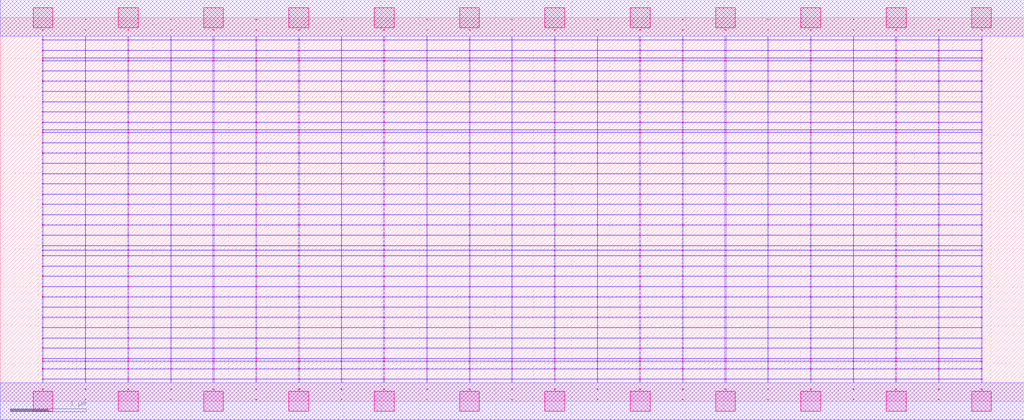
<source format=lef>
MACRO OAAOOOAI21232_DEBUG
 CLASS CORE ;
 FOREIGN OAAOOOAI21232_DEBUG 0 0 ;
 SIZE 13.44 BY 5.04 ;
 ORIGIN 0 0 ;
 SYMMETRY X Y R90 ;
 SITE unit ;

 OBS
    LAYER polycont ;
     RECT 6.71600000 0.15300000 6.72400000 0.16100000 ;
     RECT 6.71600000 0.28800000 6.72400000 0.29600000 ;
     RECT 6.71600000 0.42300000 6.72400000 0.43100000 ;
     RECT 6.71600000 0.52100000 6.72400000 0.52900000 ;
     RECT 6.71600000 0.55800000 6.72400000 0.56600000 ;
     RECT 6.71600000 0.69300000 6.72400000 0.70100000 ;
     RECT 6.71600000 0.82800000 6.72400000 0.83600000 ;
     RECT 6.71600000 0.96300000 6.72400000 0.97100000 ;
     RECT 6.71600000 1.09800000 6.72400000 1.10600000 ;
     RECT 6.71600000 1.23300000 6.72400000 1.24100000 ;
     RECT 6.71600000 1.36800000 6.72400000 1.37600000 ;
     RECT 6.71600000 1.50300000 6.72400000 1.51100000 ;
     RECT 6.71600000 1.63800000 6.72400000 1.64600000 ;
     RECT 6.71600000 1.77300000 6.72400000 1.78100000 ;
     RECT 6.71600000 1.90800000 6.72400000 1.91600000 ;
     RECT 6.71600000 1.98100000 6.72400000 1.98900000 ;
     RECT 6.71600000 2.04300000 6.72400000 2.05100000 ;
     RECT 6.71600000 2.17800000 6.72400000 2.18600000 ;
     RECT 6.71600000 2.31300000 6.72400000 2.32100000 ;
     RECT 6.71600000 2.44800000 6.72400000 2.45600000 ;
     RECT 6.71600000 2.58300000 6.72400000 2.59100000 ;
     RECT 6.71600000 2.71800000 6.72400000 2.72600000 ;
     RECT 6.71600000 2.85300000 6.72400000 2.86100000 ;
     RECT 6.71600000 2.98800000 6.72400000 2.99600000 ;
     RECT 6.71600000 3.12300000 6.72400000 3.13100000 ;
     RECT 6.71600000 3.25800000 6.72400000 3.26600000 ;
     RECT 6.71600000 3.39300000 6.72400000 3.40100000 ;
     RECT 6.71600000 3.52800000 6.72400000 3.53600000 ;
     RECT 6.71600000 3.56100000 6.72400000 3.56900000 ;
     RECT 6.71600000 3.66300000 6.72400000 3.67100000 ;
     RECT 6.71600000 3.79800000 6.72400000 3.80600000 ;
     RECT 6.71600000 3.93300000 6.72400000 3.94100000 ;
     RECT 6.71600000 4.06800000 6.72400000 4.07600000 ;
     RECT 6.71600000 4.20300000 6.72400000 4.21100000 ;
     RECT 6.71600000 4.33800000 6.72400000 4.34600000 ;
     RECT 6.71600000 4.47300000 6.72400000 4.48100000 ;
     RECT 6.71600000 4.51100000 6.72400000 4.51900000 ;
     RECT 6.71600000 4.60800000 6.72400000 4.61600000 ;
     RECT 6.71600000 4.74300000 6.72400000 4.75100000 ;
     RECT 6.71600000 4.87800000 6.72400000 4.88600000 ;
     RECT 11.19600000 2.71800000 11.20400000 2.72600000 ;
     RECT 11.75100000 2.71800000 11.76900000 2.72600000 ;
     RECT 12.31600000 2.71800000 12.32400000 2.72600000 ;
     RECT 12.87600000 2.71800000 12.88900000 2.72600000 ;
     RECT 7.83600000 2.58300000 7.84400000 2.59100000 ;
     RECT 7.27100000 2.85300000 7.28400000 2.86100000 ;
     RECT 7.83600000 2.85300000 7.84400000 2.86100000 ;
     RECT 8.39100000 2.85300000 8.40900000 2.86100000 ;
     RECT 8.95600000 2.85300000 8.96400000 2.86100000 ;
     RECT 9.51100000 2.85300000 9.52900000 2.86100000 ;
     RECT 10.07600000 2.85300000 10.08400000 2.86100000 ;
     RECT 10.63100000 2.85300000 10.64900000 2.86100000 ;
     RECT 11.19600000 2.85300000 11.20400000 2.86100000 ;
     RECT 11.75100000 2.85300000 11.76900000 2.86100000 ;
     RECT 12.31600000 2.85300000 12.32400000 2.86100000 ;
     RECT 12.87600000 2.85300000 12.88900000 2.86100000 ;
     RECT 8.39100000 2.58300000 8.40900000 2.59100000 ;
     RECT 7.27100000 2.98800000 7.28400000 2.99600000 ;
     RECT 7.83600000 2.98800000 7.84400000 2.99600000 ;
     RECT 8.39100000 2.98800000 8.40900000 2.99600000 ;
     RECT 8.95600000 2.98800000 8.96400000 2.99600000 ;
     RECT 9.51100000 2.98800000 9.52900000 2.99600000 ;
     RECT 10.07600000 2.98800000 10.08400000 2.99600000 ;
     RECT 10.63100000 2.98800000 10.64900000 2.99600000 ;
     RECT 11.19600000 2.98800000 11.20400000 2.99600000 ;
     RECT 11.75100000 2.98800000 11.76900000 2.99600000 ;
     RECT 12.31600000 2.98800000 12.32400000 2.99600000 ;
     RECT 12.87600000 2.98800000 12.88900000 2.99600000 ;
     RECT 8.95600000 2.58300000 8.96400000 2.59100000 ;
     RECT 9.51100000 2.58300000 9.52900000 2.59100000 ;
     RECT 10.07600000 2.58300000 10.08400000 2.59100000 ;
     RECT 10.63100000 2.58300000 10.64900000 2.59100000 ;
     RECT 11.19600000 2.58300000 11.20400000 2.59100000 ;
     RECT 11.75100000 2.58300000 11.76900000 2.59100000 ;
     RECT 12.31600000 2.58300000 12.32400000 2.59100000 ;
     RECT 12.87600000 2.58300000 12.88900000 2.59100000 ;
     RECT 7.27100000 2.58300000 7.28400000 2.59100000 ;
     RECT 7.27100000 2.71800000 7.28400000 2.72600000 ;
     RECT 7.83600000 2.71800000 7.84400000 2.72600000 ;
     RECT 8.39100000 2.71800000 8.40900000 2.72600000 ;
     RECT 8.95600000 2.71800000 8.96400000 2.72600000 ;
     RECT 9.51100000 2.71800000 9.52900000 2.72600000 ;
     RECT 10.07600000 2.71800000 10.08400000 2.72600000 ;
     RECT 10.63100000 2.71800000 10.64900000 2.72600000 ;
     RECT 5.03100000 2.71800000 5.04900000 2.72600000 ;
     RECT 5.59600000 2.71800000 5.60400000 2.72600000 ;
     RECT 6.15600000 2.71800000 6.16900000 2.72600000 ;
     RECT 1.11600000 2.58300000 1.12400000 2.59100000 ;
     RECT 1.67100000 2.58300000 1.68900000 2.59100000 ;
     RECT 0.55100000 2.98800000 0.56400000 2.99600000 ;
     RECT 1.11600000 2.98800000 1.12400000 2.99600000 ;
     RECT 1.67100000 2.98800000 1.68900000 2.99600000 ;
     RECT 2.23600000 2.98800000 2.24400000 2.99600000 ;
     RECT 2.79100000 2.98800000 2.80900000 2.99600000 ;
     RECT 3.35600000 2.98800000 3.36400000 2.99600000 ;
     RECT 3.91100000 2.98800000 3.92900000 2.99600000 ;
     RECT 4.47600000 2.98800000 4.48400000 2.99600000 ;
     RECT 5.03100000 2.98800000 5.04900000 2.99600000 ;
     RECT 5.59600000 2.98800000 5.60400000 2.99600000 ;
     RECT 6.15600000 2.98800000 6.16900000 2.99600000 ;
     RECT 2.23600000 2.58300000 2.24400000 2.59100000 ;
     RECT 2.79100000 2.58300000 2.80900000 2.59100000 ;
     RECT 3.35600000 2.58300000 3.36400000 2.59100000 ;
     RECT 3.91100000 2.58300000 3.92900000 2.59100000 ;
     RECT 4.47600000 2.58300000 4.48400000 2.59100000 ;
     RECT 5.03100000 2.58300000 5.04900000 2.59100000 ;
     RECT 5.59600000 2.58300000 5.60400000 2.59100000 ;
     RECT 6.15600000 2.58300000 6.16900000 2.59100000 ;
     RECT 0.55100000 2.58300000 0.56400000 2.59100000 ;
     RECT 0.55100000 2.71800000 0.56400000 2.72600000 ;
     RECT 0.55100000 2.85300000 0.56400000 2.86100000 ;
     RECT 1.11600000 2.85300000 1.12400000 2.86100000 ;
     RECT 1.67100000 2.85300000 1.68900000 2.86100000 ;
     RECT 2.23600000 2.85300000 2.24400000 2.86100000 ;
     RECT 2.79100000 2.85300000 2.80900000 2.86100000 ;
     RECT 3.35600000 2.85300000 3.36400000 2.86100000 ;
     RECT 3.91100000 2.85300000 3.92900000 2.86100000 ;
     RECT 4.47600000 2.85300000 4.48400000 2.86100000 ;
     RECT 5.03100000 2.85300000 5.04900000 2.86100000 ;
     RECT 5.59600000 2.85300000 5.60400000 2.86100000 ;
     RECT 6.15600000 2.85300000 6.16900000 2.86100000 ;
     RECT 1.11600000 2.71800000 1.12400000 2.72600000 ;
     RECT 1.67100000 2.71800000 1.68900000 2.72600000 ;
     RECT 2.23600000 2.71800000 2.24400000 2.72600000 ;
     RECT 2.79100000 2.71800000 2.80900000 2.72600000 ;
     RECT 3.35600000 2.71800000 3.36400000 2.72600000 ;
     RECT 3.91100000 2.71800000 3.92900000 2.72600000 ;
     RECT 4.47600000 2.71800000 4.48400000 2.72600000 ;

    LAYER pdiffc ;
     RECT 0.55100000 3.39300000 0.55900000 3.40100000 ;
     RECT 6.16100000 3.39300000 6.16900000 3.40100000 ;
     RECT 7.27100000 3.39300000 7.27900000 3.40100000 ;
     RECT 12.88100000 3.39300000 12.88900000 3.40100000 ;
     RECT 0.55100000 3.52800000 0.55900000 3.53600000 ;
     RECT 6.16100000 3.52800000 6.16900000 3.53600000 ;
     RECT 7.27100000 3.52800000 7.27900000 3.53600000 ;
     RECT 12.88100000 3.52800000 12.88900000 3.53600000 ;
     RECT 0.55100000 3.56100000 0.55900000 3.56900000 ;
     RECT 6.16100000 3.56100000 6.16900000 3.56900000 ;
     RECT 7.27100000 3.56100000 7.27900000 3.56900000 ;
     RECT 12.88100000 3.56100000 12.88900000 3.56900000 ;
     RECT 0.55100000 3.66300000 0.55900000 3.67100000 ;
     RECT 6.16100000 3.66300000 6.16900000 3.67100000 ;
     RECT 7.27100000 3.66300000 7.27900000 3.67100000 ;
     RECT 12.88100000 3.66300000 12.88900000 3.67100000 ;
     RECT 0.55100000 3.79800000 0.55900000 3.80600000 ;
     RECT 6.16100000 3.79800000 6.16900000 3.80600000 ;
     RECT 7.27100000 3.79800000 7.27900000 3.80600000 ;
     RECT 12.88100000 3.79800000 12.88900000 3.80600000 ;
     RECT 0.55100000 3.93300000 0.55900000 3.94100000 ;
     RECT 6.16100000 3.93300000 6.16900000 3.94100000 ;
     RECT 7.27100000 3.93300000 7.27900000 3.94100000 ;
     RECT 12.88100000 3.93300000 12.88900000 3.94100000 ;
     RECT 0.55100000 4.06800000 0.55900000 4.07600000 ;
     RECT 6.16100000 4.06800000 6.16900000 4.07600000 ;
     RECT 7.27100000 4.06800000 7.27900000 4.07600000 ;
     RECT 12.88100000 4.06800000 12.88900000 4.07600000 ;
     RECT 0.55100000 4.20300000 0.55900000 4.21100000 ;
     RECT 6.16100000 4.20300000 6.16900000 4.21100000 ;
     RECT 7.27100000 4.20300000 7.27900000 4.21100000 ;
     RECT 12.88100000 4.20300000 12.88900000 4.21100000 ;
     RECT 0.55100000 4.33800000 0.55900000 4.34600000 ;
     RECT 6.16100000 4.33800000 6.16900000 4.34600000 ;
     RECT 7.27100000 4.33800000 7.27900000 4.34600000 ;
     RECT 12.88100000 4.33800000 12.88900000 4.34600000 ;
     RECT 0.55100000 4.47300000 0.55900000 4.48100000 ;
     RECT 6.16100000 4.47300000 6.16900000 4.48100000 ;
     RECT 7.27100000 4.47300000 7.27900000 4.48100000 ;
     RECT 12.88100000 4.47300000 12.88900000 4.48100000 ;
     RECT 0.55100000 4.51100000 0.55900000 4.51900000 ;
     RECT 6.16100000 4.51100000 6.16900000 4.51900000 ;
     RECT 7.27100000 4.51100000 7.27900000 4.51900000 ;
     RECT 12.88100000 4.51100000 12.88900000 4.51900000 ;
     RECT 0.55100000 4.60800000 0.55900000 4.61600000 ;
     RECT 6.16100000 4.60800000 6.16900000 4.61600000 ;
     RECT 7.27100000 4.60800000 7.27900000 4.61600000 ;
     RECT 12.88100000 4.60800000 12.88900000 4.61600000 ;

    LAYER ndiffc ;
     RECT 7.27100000 0.42300000 7.28400000 0.43100000 ;
     RECT 8.39100000 0.42300000 8.40900000 0.43100000 ;
     RECT 9.51100000 0.42300000 9.52900000 0.43100000 ;
     RECT 10.63100000 0.42300000 10.64900000 0.43100000 ;
     RECT 11.75100000 0.42300000 11.76900000 0.43100000 ;
     RECT 12.87600000 0.42300000 12.88900000 0.43100000 ;
     RECT 7.27100000 0.52100000 7.28400000 0.52900000 ;
     RECT 8.39100000 0.52100000 8.40900000 0.52900000 ;
     RECT 9.51100000 0.52100000 9.52900000 0.52900000 ;
     RECT 10.63100000 0.52100000 10.64900000 0.52900000 ;
     RECT 11.75100000 0.52100000 11.76900000 0.52900000 ;
     RECT 12.87600000 0.52100000 12.88900000 0.52900000 ;
     RECT 7.27100000 0.55800000 7.28400000 0.56600000 ;
     RECT 8.39100000 0.55800000 8.40900000 0.56600000 ;
     RECT 9.51100000 0.55800000 9.52900000 0.56600000 ;
     RECT 10.63100000 0.55800000 10.64900000 0.56600000 ;
     RECT 11.75100000 0.55800000 11.76900000 0.56600000 ;
     RECT 12.87600000 0.55800000 12.88900000 0.56600000 ;
     RECT 7.27100000 0.69300000 7.28400000 0.70100000 ;
     RECT 8.39100000 0.69300000 8.40900000 0.70100000 ;
     RECT 9.51100000 0.69300000 9.52900000 0.70100000 ;
     RECT 10.63100000 0.69300000 10.64900000 0.70100000 ;
     RECT 11.75100000 0.69300000 11.76900000 0.70100000 ;
     RECT 12.87600000 0.69300000 12.88900000 0.70100000 ;
     RECT 7.27100000 0.82800000 7.28400000 0.83600000 ;
     RECT 8.39100000 0.82800000 8.40900000 0.83600000 ;
     RECT 9.51100000 0.82800000 9.52900000 0.83600000 ;
     RECT 10.63100000 0.82800000 10.64900000 0.83600000 ;
     RECT 11.75100000 0.82800000 11.76900000 0.83600000 ;
     RECT 12.87600000 0.82800000 12.88900000 0.83600000 ;
     RECT 7.27100000 0.96300000 7.28400000 0.97100000 ;
     RECT 8.39100000 0.96300000 8.40900000 0.97100000 ;
     RECT 9.51100000 0.96300000 9.52900000 0.97100000 ;
     RECT 10.63100000 0.96300000 10.64900000 0.97100000 ;
     RECT 11.75100000 0.96300000 11.76900000 0.97100000 ;
     RECT 12.87600000 0.96300000 12.88900000 0.97100000 ;
     RECT 7.27100000 1.09800000 7.28400000 1.10600000 ;
     RECT 8.39100000 1.09800000 8.40900000 1.10600000 ;
     RECT 9.51100000 1.09800000 9.52900000 1.10600000 ;
     RECT 10.63100000 1.09800000 10.64900000 1.10600000 ;
     RECT 11.75100000 1.09800000 11.76900000 1.10600000 ;
     RECT 12.87600000 1.09800000 12.88900000 1.10600000 ;
     RECT 7.27100000 1.23300000 7.28400000 1.24100000 ;
     RECT 8.39100000 1.23300000 8.40900000 1.24100000 ;
     RECT 9.51100000 1.23300000 9.52900000 1.24100000 ;
     RECT 10.63100000 1.23300000 10.64900000 1.24100000 ;
     RECT 11.75100000 1.23300000 11.76900000 1.24100000 ;
     RECT 12.87600000 1.23300000 12.88900000 1.24100000 ;
     RECT 7.27100000 1.36800000 7.28400000 1.37600000 ;
     RECT 8.39100000 1.36800000 8.40900000 1.37600000 ;
     RECT 9.51100000 1.36800000 9.52900000 1.37600000 ;
     RECT 10.63100000 1.36800000 10.64900000 1.37600000 ;
     RECT 11.75100000 1.36800000 11.76900000 1.37600000 ;
     RECT 12.87600000 1.36800000 12.88900000 1.37600000 ;
     RECT 7.27100000 1.50300000 7.28400000 1.51100000 ;
     RECT 8.39100000 1.50300000 8.40900000 1.51100000 ;
     RECT 9.51100000 1.50300000 9.52900000 1.51100000 ;
     RECT 10.63100000 1.50300000 10.64900000 1.51100000 ;
     RECT 11.75100000 1.50300000 11.76900000 1.51100000 ;
     RECT 12.87600000 1.50300000 12.88900000 1.51100000 ;
     RECT 7.27100000 1.63800000 7.28400000 1.64600000 ;
     RECT 8.39100000 1.63800000 8.40900000 1.64600000 ;
     RECT 9.51100000 1.63800000 9.52900000 1.64600000 ;
     RECT 10.63100000 1.63800000 10.64900000 1.64600000 ;
     RECT 11.75100000 1.63800000 11.76900000 1.64600000 ;
     RECT 12.87600000 1.63800000 12.88900000 1.64600000 ;
     RECT 7.27100000 1.77300000 7.28400000 1.78100000 ;
     RECT 8.39100000 1.77300000 8.40900000 1.78100000 ;
     RECT 9.51100000 1.77300000 9.52900000 1.78100000 ;
     RECT 10.63100000 1.77300000 10.64900000 1.78100000 ;
     RECT 11.75100000 1.77300000 11.76900000 1.78100000 ;
     RECT 12.87600000 1.77300000 12.88900000 1.78100000 ;
     RECT 7.27100000 1.90800000 7.28400000 1.91600000 ;
     RECT 8.39100000 1.90800000 8.40900000 1.91600000 ;
     RECT 9.51100000 1.90800000 9.52900000 1.91600000 ;
     RECT 10.63100000 1.90800000 10.64900000 1.91600000 ;
     RECT 11.75100000 1.90800000 11.76900000 1.91600000 ;
     RECT 12.87600000 1.90800000 12.88900000 1.91600000 ;
     RECT 7.27100000 1.98100000 7.28400000 1.98900000 ;
     RECT 8.39100000 1.98100000 8.40900000 1.98900000 ;
     RECT 9.51100000 1.98100000 9.52900000 1.98900000 ;
     RECT 10.63100000 1.98100000 10.64900000 1.98900000 ;
     RECT 11.75100000 1.98100000 11.76900000 1.98900000 ;
     RECT 12.87600000 1.98100000 12.88900000 1.98900000 ;
     RECT 7.27100000 2.04300000 7.28400000 2.05100000 ;
     RECT 8.39100000 2.04300000 8.40900000 2.05100000 ;
     RECT 9.51100000 2.04300000 9.52900000 2.05100000 ;
     RECT 10.63100000 2.04300000 10.64900000 2.05100000 ;
     RECT 11.75100000 2.04300000 11.76900000 2.05100000 ;
     RECT 12.87600000 2.04300000 12.88900000 2.05100000 ;
     RECT 0.55100000 0.42300000 0.56400000 0.43100000 ;
     RECT 1.67100000 0.42300000 1.68900000 0.43100000 ;
     RECT 2.79100000 0.42300000 2.80900000 0.43100000 ;
     RECT 3.91100000 0.42300000 3.92900000 0.43100000 ;
     RECT 5.03100000 0.42300000 5.04900000 0.43100000 ;
     RECT 6.15600000 0.42300000 6.16900000 0.43100000 ;
     RECT 0.55100000 1.36800000 0.56400000 1.37600000 ;
     RECT 1.67100000 1.36800000 1.68900000 1.37600000 ;
     RECT 2.79100000 1.36800000 2.80900000 1.37600000 ;
     RECT 3.91100000 1.36800000 3.92900000 1.37600000 ;
     RECT 5.03100000 1.36800000 5.04900000 1.37600000 ;
     RECT 6.15600000 1.36800000 6.16900000 1.37600000 ;
     RECT 0.55100000 0.82800000 0.56400000 0.83600000 ;
     RECT 1.67100000 0.82800000 1.68900000 0.83600000 ;
     RECT 2.79100000 0.82800000 2.80900000 0.83600000 ;
     RECT 3.91100000 0.82800000 3.92900000 0.83600000 ;
     RECT 5.03100000 0.82800000 5.04900000 0.83600000 ;
     RECT 6.15600000 0.82800000 6.16900000 0.83600000 ;
     RECT 0.55100000 1.50300000 0.56400000 1.51100000 ;
     RECT 1.67100000 1.50300000 1.68900000 1.51100000 ;
     RECT 2.79100000 1.50300000 2.80900000 1.51100000 ;
     RECT 3.91100000 1.50300000 3.92900000 1.51100000 ;
     RECT 5.03100000 1.50300000 5.04900000 1.51100000 ;
     RECT 6.15600000 1.50300000 6.16900000 1.51100000 ;
     RECT 0.55100000 0.55800000 0.56400000 0.56600000 ;
     RECT 1.67100000 0.55800000 1.68900000 0.56600000 ;
     RECT 2.79100000 0.55800000 2.80900000 0.56600000 ;
     RECT 3.91100000 0.55800000 3.92900000 0.56600000 ;
     RECT 5.03100000 0.55800000 5.04900000 0.56600000 ;
     RECT 6.15600000 0.55800000 6.16900000 0.56600000 ;
     RECT 0.55100000 1.63800000 0.56400000 1.64600000 ;
     RECT 1.67100000 1.63800000 1.68900000 1.64600000 ;
     RECT 2.79100000 1.63800000 2.80900000 1.64600000 ;
     RECT 3.91100000 1.63800000 3.92900000 1.64600000 ;
     RECT 5.03100000 1.63800000 5.04900000 1.64600000 ;
     RECT 6.15600000 1.63800000 6.16900000 1.64600000 ;
     RECT 0.55100000 0.96300000 0.56400000 0.97100000 ;
     RECT 1.67100000 0.96300000 1.68900000 0.97100000 ;
     RECT 2.79100000 0.96300000 2.80900000 0.97100000 ;
     RECT 3.91100000 0.96300000 3.92900000 0.97100000 ;
     RECT 5.03100000 0.96300000 5.04900000 0.97100000 ;
     RECT 6.15600000 0.96300000 6.16900000 0.97100000 ;
     RECT 0.55100000 1.77300000 0.56400000 1.78100000 ;
     RECT 1.67100000 1.77300000 1.68900000 1.78100000 ;
     RECT 2.79100000 1.77300000 2.80900000 1.78100000 ;
     RECT 3.91100000 1.77300000 3.92900000 1.78100000 ;
     RECT 5.03100000 1.77300000 5.04900000 1.78100000 ;
     RECT 6.15600000 1.77300000 6.16900000 1.78100000 ;
     RECT 0.55100000 0.52100000 0.56400000 0.52900000 ;
     RECT 1.67100000 0.52100000 1.68900000 0.52900000 ;
     RECT 2.79100000 0.52100000 2.80900000 0.52900000 ;
     RECT 3.91100000 0.52100000 3.92900000 0.52900000 ;
     RECT 5.03100000 0.52100000 5.04900000 0.52900000 ;
     RECT 6.15600000 0.52100000 6.16900000 0.52900000 ;
     RECT 0.55100000 1.90800000 0.56400000 1.91600000 ;
     RECT 1.67100000 1.90800000 1.68900000 1.91600000 ;
     RECT 2.79100000 1.90800000 2.80900000 1.91600000 ;
     RECT 3.91100000 1.90800000 3.92900000 1.91600000 ;
     RECT 5.03100000 1.90800000 5.04900000 1.91600000 ;
     RECT 6.15600000 1.90800000 6.16900000 1.91600000 ;
     RECT 0.55100000 1.09800000 0.56400000 1.10600000 ;
     RECT 1.67100000 1.09800000 1.68900000 1.10600000 ;
     RECT 2.79100000 1.09800000 2.80900000 1.10600000 ;
     RECT 3.91100000 1.09800000 3.92900000 1.10600000 ;
     RECT 5.03100000 1.09800000 5.04900000 1.10600000 ;
     RECT 6.15600000 1.09800000 6.16900000 1.10600000 ;
     RECT 0.55100000 1.98100000 0.56400000 1.98900000 ;
     RECT 1.67100000 1.98100000 1.68900000 1.98900000 ;
     RECT 2.79100000 1.98100000 2.80900000 1.98900000 ;
     RECT 3.91100000 1.98100000 3.92900000 1.98900000 ;
     RECT 5.03100000 1.98100000 5.04900000 1.98900000 ;
     RECT 6.15600000 1.98100000 6.16900000 1.98900000 ;
     RECT 0.55100000 0.69300000 0.56400000 0.70100000 ;
     RECT 1.67100000 0.69300000 1.68900000 0.70100000 ;
     RECT 2.79100000 0.69300000 2.80900000 0.70100000 ;
     RECT 3.91100000 0.69300000 3.92900000 0.70100000 ;
     RECT 5.03100000 0.69300000 5.04900000 0.70100000 ;
     RECT 6.15600000 0.69300000 6.16900000 0.70100000 ;
     RECT 0.55100000 2.04300000 0.56400000 2.05100000 ;
     RECT 1.67100000 2.04300000 1.68900000 2.05100000 ;
     RECT 2.79100000 2.04300000 2.80900000 2.05100000 ;
     RECT 3.91100000 2.04300000 3.92900000 2.05100000 ;
     RECT 5.03100000 2.04300000 5.04900000 2.05100000 ;
     RECT 6.15600000 2.04300000 6.16900000 2.05100000 ;
     RECT 0.55100000 1.23300000 0.56400000 1.24100000 ;
     RECT 1.67100000 1.23300000 1.68900000 1.24100000 ;
     RECT 2.79100000 1.23300000 2.80900000 1.24100000 ;
     RECT 3.91100000 1.23300000 3.92900000 1.24100000 ;
     RECT 5.03100000 1.23300000 5.04900000 1.24100000 ;
     RECT 6.15600000 1.23300000 6.16900000 1.24100000 ;

    LAYER met1 ;
     RECT 0.00000000 -0.24000000 13.44000000 0.24000000 ;
     RECT 6.71600000 0.24000000 6.72400000 0.28800000 ;
     RECT 0.55100000 0.28800000 12.88900000 0.29600000 ;
     RECT 6.71600000 0.29600000 6.72400000 0.42300000 ;
     RECT 0.55100000 0.42300000 12.88900000 0.43100000 ;
     RECT 6.71600000 0.43100000 6.72400000 0.52100000 ;
     RECT 0.55100000 0.52100000 12.88900000 0.52900000 ;
     RECT 6.71600000 0.52900000 6.72400000 0.55800000 ;
     RECT 0.55100000 0.55800000 12.88900000 0.56600000 ;
     RECT 6.71600000 0.56600000 6.72400000 0.69300000 ;
     RECT 0.55100000 0.69300000 12.88900000 0.70100000 ;
     RECT 6.71600000 0.70100000 6.72400000 0.82800000 ;
     RECT 0.55100000 0.82800000 12.88900000 0.83600000 ;
     RECT 6.71600000 0.83600000 6.72400000 0.96300000 ;
     RECT 0.55100000 0.96300000 12.88900000 0.97100000 ;
     RECT 6.71600000 0.97100000 6.72400000 1.09800000 ;
     RECT 0.55100000 1.09800000 12.88900000 1.10600000 ;
     RECT 6.71600000 1.10600000 6.72400000 1.23300000 ;
     RECT 0.55100000 1.23300000 12.88900000 1.24100000 ;
     RECT 6.71600000 1.24100000 6.72400000 1.36800000 ;
     RECT 0.55100000 1.36800000 12.88900000 1.37600000 ;
     RECT 6.71600000 1.37600000 6.72400000 1.50300000 ;
     RECT 0.55100000 1.50300000 12.88900000 1.51100000 ;
     RECT 6.71600000 1.51100000 6.72400000 1.63800000 ;
     RECT 0.55100000 1.63800000 12.88900000 1.64600000 ;
     RECT 6.71600000 1.64600000 6.72400000 1.77300000 ;
     RECT 0.55100000 1.77300000 12.88900000 1.78100000 ;
     RECT 6.71600000 1.78100000 6.72400000 1.90800000 ;
     RECT 0.55100000 1.90800000 12.88900000 1.91600000 ;
     RECT 6.71600000 1.91600000 6.72400000 1.98100000 ;
     RECT 0.55100000 1.98100000 12.88900000 1.98900000 ;
     RECT 6.71600000 1.98900000 6.72400000 2.04300000 ;
     RECT 0.55100000 2.04300000 12.88900000 2.05100000 ;
     RECT 6.71600000 2.05100000 6.72400000 2.17800000 ;
     RECT 0.55100000 2.17800000 12.88900000 2.18600000 ;
     RECT 6.71600000 2.18600000 6.72400000 2.31300000 ;
     RECT 0.55100000 2.31300000 12.88900000 2.32100000 ;
     RECT 6.71600000 2.32100000 6.72400000 2.44800000 ;
     RECT 0.55100000 2.44800000 12.88900000 2.45600000 ;
     RECT 0.55100000 2.45600000 0.56400000 2.58300000 ;
     RECT 1.11600000 2.45600000 1.12400000 2.58300000 ;
     RECT 1.67100000 2.45600000 1.68900000 2.58300000 ;
     RECT 2.23600000 2.45600000 2.24400000 2.58300000 ;
     RECT 2.79100000 2.45600000 2.80900000 2.58300000 ;
     RECT 3.35600000 2.45600000 3.36400000 2.58300000 ;
     RECT 3.91100000 2.45600000 3.92900000 2.58300000 ;
     RECT 4.47600000 2.45600000 4.48400000 2.58300000 ;
     RECT 5.03100000 2.45600000 5.04900000 2.58300000 ;
     RECT 5.59600000 2.45600000 5.60400000 2.58300000 ;
     RECT 6.15600000 2.45600000 6.16900000 2.58300000 ;
     RECT 6.71600000 2.45600000 6.72400000 2.58300000 ;
     RECT 7.27100000 2.45600000 7.28400000 2.58300000 ;
     RECT 7.83600000 2.45600000 7.84400000 2.58300000 ;
     RECT 8.39100000 2.45600000 8.40900000 2.58300000 ;
     RECT 8.95600000 2.45600000 8.96400000 2.58300000 ;
     RECT 9.51100000 2.45600000 9.52900000 2.58300000 ;
     RECT 10.07600000 2.45600000 10.08400000 2.58300000 ;
     RECT 10.63100000 2.45600000 10.64900000 2.58300000 ;
     RECT 11.19600000 2.45600000 11.20400000 2.58300000 ;
     RECT 11.75100000 2.45600000 11.76900000 2.58300000 ;
     RECT 12.31600000 2.45600000 12.32400000 2.58300000 ;
     RECT 12.87600000 2.45600000 12.88900000 2.58300000 ;
     RECT 0.55100000 2.58300000 12.88900000 2.59100000 ;
     RECT 6.71600000 2.59100000 6.72400000 2.71800000 ;
     RECT 0.55100000 2.71800000 12.88900000 2.72600000 ;
     RECT 6.71600000 2.72600000 6.72400000 2.85300000 ;
     RECT 0.55100000 2.85300000 12.88900000 2.86100000 ;
     RECT 6.71600000 2.86100000 6.72400000 2.98800000 ;
     RECT 0.55100000 2.98800000 12.88900000 2.99600000 ;
     RECT 6.71600000 2.99600000 6.72400000 3.12300000 ;
     RECT 0.55100000 3.12300000 12.88900000 3.13100000 ;
     RECT 6.71600000 3.13100000 6.72400000 3.25800000 ;
     RECT 0.55100000 3.25800000 12.88900000 3.26600000 ;
     RECT 6.71600000 3.26600000 6.72400000 3.39300000 ;
     RECT 0.55100000 3.39300000 12.88900000 3.40100000 ;
     RECT 6.71600000 3.40100000 6.72400000 3.52800000 ;
     RECT 0.55100000 3.52800000 12.88900000 3.53600000 ;
     RECT 6.71600000 3.53600000 6.72400000 3.56100000 ;
     RECT 0.55100000 3.56100000 12.88900000 3.56900000 ;
     RECT 6.71600000 3.56900000 6.72400000 3.66300000 ;
     RECT 0.55100000 3.66300000 12.88900000 3.67100000 ;
     RECT 6.71600000 3.67100000 6.72400000 3.79800000 ;
     RECT 0.55100000 3.79800000 12.88900000 3.80600000 ;
     RECT 6.71600000 3.80600000 6.72400000 3.93300000 ;
     RECT 0.55100000 3.93300000 12.88900000 3.94100000 ;
     RECT 6.71600000 3.94100000 6.72400000 4.06800000 ;
     RECT 0.55100000 4.06800000 12.88900000 4.07600000 ;
     RECT 6.71600000 4.07600000 6.72400000 4.20300000 ;
     RECT 0.55100000 4.20300000 12.88900000 4.21100000 ;
     RECT 6.71600000 4.21100000 6.72400000 4.33800000 ;
     RECT 0.55100000 4.33800000 12.88900000 4.34600000 ;
     RECT 6.71600000 4.34600000 6.72400000 4.47300000 ;
     RECT 0.55100000 4.47300000 12.88900000 4.48100000 ;
     RECT 6.71600000 4.48100000 6.72400000 4.51100000 ;
     RECT 0.55100000 4.51100000 12.88900000 4.51900000 ;
     RECT 6.71600000 4.51900000 6.72400000 4.60800000 ;
     RECT 0.55100000 4.60800000 12.88900000 4.61600000 ;
     RECT 6.71600000 4.61600000 6.72400000 4.74300000 ;
     RECT 0.55100000 4.74300000 12.88900000 4.75100000 ;
     RECT 6.71600000 4.75100000 6.72400000 4.80000000 ;
     RECT 0.00000000 4.80000000 13.44000000 5.28000000 ;
     RECT 10.07600000 2.59100000 10.08400000 2.71800000 ;
     RECT 10.07600000 2.99600000 10.08400000 3.12300000 ;
     RECT 10.07600000 3.13100000 10.08400000 3.25800000 ;
     RECT 10.07600000 3.26600000 10.08400000 3.39300000 ;
     RECT 10.07600000 3.40100000 10.08400000 3.52800000 ;
     RECT 10.07600000 3.53600000 10.08400000 3.56100000 ;
     RECT 10.07600000 3.56900000 10.08400000 3.66300000 ;
     RECT 10.07600000 3.67100000 10.08400000 3.79800000 ;
     RECT 10.07600000 2.72600000 10.08400000 2.85300000 ;
     RECT 7.27100000 3.80600000 7.28400000 3.93300000 ;
     RECT 7.83600000 3.80600000 7.84400000 3.93300000 ;
     RECT 8.39100000 3.80600000 8.40900000 3.93300000 ;
     RECT 8.95600000 3.80600000 8.96400000 3.93300000 ;
     RECT 9.51100000 3.80600000 9.52900000 3.93300000 ;
     RECT 10.07600000 3.80600000 10.08400000 3.93300000 ;
     RECT 10.63100000 3.80600000 10.64900000 3.93300000 ;
     RECT 11.19600000 3.80600000 11.20400000 3.93300000 ;
     RECT 11.75100000 3.80600000 11.76900000 3.93300000 ;
     RECT 12.31600000 3.80600000 12.32400000 3.93300000 ;
     RECT 12.87600000 3.80600000 12.88900000 3.93300000 ;
     RECT 10.07600000 3.94100000 10.08400000 4.06800000 ;
     RECT 10.07600000 4.07600000 10.08400000 4.20300000 ;
     RECT 10.07600000 4.21100000 10.08400000 4.33800000 ;
     RECT 10.07600000 4.34600000 10.08400000 4.47300000 ;
     RECT 10.07600000 4.48100000 10.08400000 4.51100000 ;
     RECT 10.07600000 2.86100000 10.08400000 2.98800000 ;
     RECT 10.07600000 4.51900000 10.08400000 4.60800000 ;
     RECT 10.07600000 4.61600000 10.08400000 4.74300000 ;
     RECT 10.07600000 4.75100000 10.08400000 4.80000000 ;
     RECT 11.75100000 4.07600000 11.76900000 4.20300000 ;
     RECT 12.31600000 4.07600000 12.32400000 4.20300000 ;
     RECT 12.87600000 4.07600000 12.88900000 4.20300000 ;
     RECT 11.19600000 3.94100000 11.20400000 4.06800000 ;
     RECT 10.63100000 4.21100000 10.64900000 4.33800000 ;
     RECT 11.19600000 4.21100000 11.20400000 4.33800000 ;
     RECT 11.75100000 4.21100000 11.76900000 4.33800000 ;
     RECT 12.31600000 4.21100000 12.32400000 4.33800000 ;
     RECT 12.87600000 4.21100000 12.88900000 4.33800000 ;
     RECT 11.75100000 3.94100000 11.76900000 4.06800000 ;
     RECT 10.63100000 4.34600000 10.64900000 4.47300000 ;
     RECT 11.19600000 4.34600000 11.20400000 4.47300000 ;
     RECT 11.75100000 4.34600000 11.76900000 4.47300000 ;
     RECT 12.31600000 4.34600000 12.32400000 4.47300000 ;
     RECT 12.87600000 4.34600000 12.88900000 4.47300000 ;
     RECT 12.31600000 3.94100000 12.32400000 4.06800000 ;
     RECT 10.63100000 4.48100000 10.64900000 4.51100000 ;
     RECT 11.19600000 4.48100000 11.20400000 4.51100000 ;
     RECT 11.75100000 4.48100000 11.76900000 4.51100000 ;
     RECT 12.31600000 4.48100000 12.32400000 4.51100000 ;
     RECT 12.87600000 4.48100000 12.88900000 4.51100000 ;
     RECT 12.87600000 3.94100000 12.88900000 4.06800000 ;
     RECT 10.63100000 3.94100000 10.64900000 4.06800000 ;
     RECT 10.63100000 4.51900000 10.64900000 4.60800000 ;
     RECT 11.19600000 4.51900000 11.20400000 4.60800000 ;
     RECT 11.75100000 4.51900000 11.76900000 4.60800000 ;
     RECT 12.31600000 4.51900000 12.32400000 4.60800000 ;
     RECT 12.87600000 4.51900000 12.88900000 4.60800000 ;
     RECT 10.63100000 4.07600000 10.64900000 4.20300000 ;
     RECT 10.63100000 4.61600000 10.64900000 4.74300000 ;
     RECT 11.19600000 4.61600000 11.20400000 4.74300000 ;
     RECT 11.75100000 4.61600000 11.76900000 4.74300000 ;
     RECT 12.31600000 4.61600000 12.32400000 4.74300000 ;
     RECT 12.87600000 4.61600000 12.88900000 4.74300000 ;
     RECT 11.19600000 4.07600000 11.20400000 4.20300000 ;
     RECT 10.63100000 4.75100000 10.64900000 4.80000000 ;
     RECT 11.19600000 4.75100000 11.20400000 4.80000000 ;
     RECT 11.75100000 4.75100000 11.76900000 4.80000000 ;
     RECT 12.31600000 4.75100000 12.32400000 4.80000000 ;
     RECT 12.87600000 4.75100000 12.88900000 4.80000000 ;
     RECT 8.39100000 4.21100000 8.40900000 4.33800000 ;
     RECT 8.95600000 4.21100000 8.96400000 4.33800000 ;
     RECT 9.51100000 4.21100000 9.52900000 4.33800000 ;
     RECT 7.83600000 4.07600000 7.84400000 4.20300000 ;
     RECT 8.39100000 4.07600000 8.40900000 4.20300000 ;
     RECT 8.95600000 4.07600000 8.96400000 4.20300000 ;
     RECT 9.51100000 4.07600000 9.52900000 4.20300000 ;
     RECT 7.27100000 4.51900000 7.28400000 4.60800000 ;
     RECT 7.83600000 4.51900000 7.84400000 4.60800000 ;
     RECT 8.39100000 4.51900000 8.40900000 4.60800000 ;
     RECT 8.95600000 4.51900000 8.96400000 4.60800000 ;
     RECT 9.51100000 4.51900000 9.52900000 4.60800000 ;
     RECT 7.83600000 3.94100000 7.84400000 4.06800000 ;
     RECT 8.39100000 3.94100000 8.40900000 4.06800000 ;
     RECT 7.27100000 4.34600000 7.28400000 4.47300000 ;
     RECT 7.83600000 4.34600000 7.84400000 4.47300000 ;
     RECT 8.39100000 4.34600000 8.40900000 4.47300000 ;
     RECT 8.95600000 4.34600000 8.96400000 4.47300000 ;
     RECT 7.27100000 4.61600000 7.28400000 4.74300000 ;
     RECT 7.83600000 4.61600000 7.84400000 4.74300000 ;
     RECT 8.39100000 4.61600000 8.40900000 4.74300000 ;
     RECT 8.95600000 4.61600000 8.96400000 4.74300000 ;
     RECT 9.51100000 4.61600000 9.52900000 4.74300000 ;
     RECT 9.51100000 4.34600000 9.52900000 4.47300000 ;
     RECT 8.95600000 3.94100000 8.96400000 4.06800000 ;
     RECT 9.51100000 3.94100000 9.52900000 4.06800000 ;
     RECT 7.27100000 3.94100000 7.28400000 4.06800000 ;
     RECT 7.27100000 4.07600000 7.28400000 4.20300000 ;
     RECT 7.27100000 4.21100000 7.28400000 4.33800000 ;
     RECT 7.27100000 4.75100000 7.28400000 4.80000000 ;
     RECT 7.83600000 4.75100000 7.84400000 4.80000000 ;
     RECT 8.39100000 4.75100000 8.40900000 4.80000000 ;
     RECT 8.95600000 4.75100000 8.96400000 4.80000000 ;
     RECT 9.51100000 4.75100000 9.52900000 4.80000000 ;
     RECT 7.83600000 4.21100000 7.84400000 4.33800000 ;
     RECT 7.27100000 4.48100000 7.28400000 4.51100000 ;
     RECT 7.83600000 4.48100000 7.84400000 4.51100000 ;
     RECT 8.39100000 4.48100000 8.40900000 4.51100000 ;
     RECT 8.95600000 4.48100000 8.96400000 4.51100000 ;
     RECT 9.51100000 4.48100000 9.52900000 4.51100000 ;
     RECT 7.83600000 2.99600000 7.84400000 3.12300000 ;
     RECT 7.27100000 2.59100000 7.28400000 2.71800000 ;
     RECT 8.39100000 2.86100000 8.40900000 2.98800000 ;
     RECT 8.95600000 2.86100000 8.96400000 2.98800000 ;
     RECT 7.27100000 3.40100000 7.28400000 3.52800000 ;
     RECT 7.83600000 3.40100000 7.84400000 3.52800000 ;
     RECT 8.39100000 3.40100000 8.40900000 3.52800000 ;
     RECT 8.95600000 3.40100000 8.96400000 3.52800000 ;
     RECT 9.51100000 3.40100000 9.52900000 3.52800000 ;
     RECT 8.39100000 2.99600000 8.40900000 3.12300000 ;
     RECT 7.83600000 2.59100000 7.84400000 2.71800000 ;
     RECT 7.27100000 2.72600000 7.28400000 2.85300000 ;
     RECT 7.27100000 3.53600000 7.28400000 3.56100000 ;
     RECT 7.83600000 3.53600000 7.84400000 3.56100000 ;
     RECT 8.39100000 3.53600000 8.40900000 3.56100000 ;
     RECT 9.51100000 2.86100000 9.52900000 2.98800000 ;
     RECT 8.95600000 3.53600000 8.96400000 3.56100000 ;
     RECT 9.51100000 3.53600000 9.52900000 3.56100000 ;
     RECT 8.95600000 2.99600000 8.96400000 3.12300000 ;
     RECT 7.83600000 2.72600000 7.84400000 2.85300000 ;
     RECT 8.39100000 2.72600000 8.40900000 2.85300000 ;
     RECT 7.27100000 3.56900000 7.28400000 3.66300000 ;
     RECT 7.83600000 3.56900000 7.84400000 3.66300000 ;
     RECT 8.39100000 3.56900000 8.40900000 3.66300000 ;
     RECT 8.95600000 3.56900000 8.96400000 3.66300000 ;
     RECT 9.51100000 3.56900000 9.52900000 3.66300000 ;
     RECT 8.39100000 2.59100000 8.40900000 2.71800000 ;
     RECT 8.95600000 2.59100000 8.96400000 2.71800000 ;
     RECT 9.51100000 2.99600000 9.52900000 3.12300000 ;
     RECT 8.95600000 2.72600000 8.96400000 2.85300000 ;
     RECT 9.51100000 2.72600000 9.52900000 2.85300000 ;
     RECT 7.27100000 3.67100000 7.28400000 3.79800000 ;
     RECT 7.83600000 3.67100000 7.84400000 3.79800000 ;
     RECT 8.39100000 3.67100000 8.40900000 3.79800000 ;
     RECT 8.95600000 3.67100000 8.96400000 3.79800000 ;
     RECT 9.51100000 3.67100000 9.52900000 3.79800000 ;
     RECT 9.51100000 2.59100000 9.52900000 2.71800000 ;
     RECT 7.27100000 3.13100000 7.28400000 3.25800000 ;
     RECT 7.83600000 3.13100000 7.84400000 3.25800000 ;
     RECT 7.27100000 2.86100000 7.28400000 2.98800000 ;
     RECT 7.83600000 2.86100000 7.84400000 2.98800000 ;
     RECT 8.39100000 3.13100000 8.40900000 3.25800000 ;
     RECT 8.95600000 3.13100000 8.96400000 3.25800000 ;
     RECT 9.51100000 3.13100000 9.52900000 3.25800000 ;
     RECT 7.27100000 2.99600000 7.28400000 3.12300000 ;
     RECT 7.27100000 3.26600000 7.28400000 3.39300000 ;
     RECT 7.83600000 3.26600000 7.84400000 3.39300000 ;
     RECT 8.39100000 3.26600000 8.40900000 3.39300000 ;
     RECT 8.95600000 3.26600000 8.96400000 3.39300000 ;
     RECT 9.51100000 3.26600000 9.52900000 3.39300000 ;
     RECT 10.63100000 3.13100000 10.64900000 3.25800000 ;
     RECT 11.19600000 3.13100000 11.20400000 3.25800000 ;
     RECT 10.63100000 3.56900000 10.64900000 3.66300000 ;
     RECT 12.31600000 2.72600000 12.32400000 2.85300000 ;
     RECT 12.87600000 2.72600000 12.88900000 2.85300000 ;
     RECT 11.19600000 3.56900000 11.20400000 3.66300000 ;
     RECT 11.75100000 3.56900000 11.76900000 3.66300000 ;
     RECT 12.31600000 3.56900000 12.32400000 3.66300000 ;
     RECT 12.87600000 3.56900000 12.88900000 3.66300000 ;
     RECT 11.75100000 3.13100000 11.76900000 3.25800000 ;
     RECT 12.31600000 3.13100000 12.32400000 3.25800000 ;
     RECT 12.87600000 3.13100000 12.88900000 3.25800000 ;
     RECT 11.75100000 2.59100000 11.76900000 2.71800000 ;
     RECT 10.63100000 3.40100000 10.64900000 3.52800000 ;
     RECT 11.19600000 3.40100000 11.20400000 3.52800000 ;
     RECT 11.75100000 3.40100000 11.76900000 3.52800000 ;
     RECT 12.31600000 3.40100000 12.32400000 3.52800000 ;
     RECT 10.63100000 3.67100000 10.64900000 3.79800000 ;
     RECT 11.19600000 3.67100000 11.20400000 3.79800000 ;
     RECT 11.75100000 3.67100000 11.76900000 3.79800000 ;
     RECT 12.31600000 3.67100000 12.32400000 3.79800000 ;
     RECT 12.87600000 3.67100000 12.88900000 3.79800000 ;
     RECT 12.87600000 3.40100000 12.88900000 3.52800000 ;
     RECT 10.63100000 2.86100000 10.64900000 2.98800000 ;
     RECT 11.19600000 2.86100000 11.20400000 2.98800000 ;
     RECT 10.63100000 2.72600000 10.64900000 2.85300000 ;
     RECT 12.31600000 2.59100000 12.32400000 2.71800000 ;
     RECT 11.19600000 2.59100000 11.20400000 2.71800000 ;
     RECT 10.63100000 2.99600000 10.64900000 3.12300000 ;
     RECT 11.19600000 2.99600000 11.20400000 3.12300000 ;
     RECT 11.75100000 2.99600000 11.76900000 3.12300000 ;
     RECT 12.31600000 2.99600000 12.32400000 3.12300000 ;
     RECT 12.87600000 2.99600000 12.88900000 3.12300000 ;
     RECT 10.63100000 3.26600000 10.64900000 3.39300000 ;
     RECT 10.63100000 3.53600000 10.64900000 3.56100000 ;
     RECT 11.19600000 3.53600000 11.20400000 3.56100000 ;
     RECT 11.75100000 2.86100000 11.76900000 2.98800000 ;
     RECT 12.31600000 2.86100000 12.32400000 2.98800000 ;
     RECT 11.75100000 3.53600000 11.76900000 3.56100000 ;
     RECT 11.19600000 2.72600000 11.20400000 2.85300000 ;
     RECT 11.75100000 2.72600000 11.76900000 2.85300000 ;
     RECT 12.31600000 3.53600000 12.32400000 3.56100000 ;
     RECT 12.87600000 3.53600000 12.88900000 3.56100000 ;
     RECT 11.19600000 3.26600000 11.20400000 3.39300000 ;
     RECT 11.75100000 3.26600000 11.76900000 3.39300000 ;
     RECT 12.31600000 3.26600000 12.32400000 3.39300000 ;
     RECT 12.87600000 3.26600000 12.88900000 3.39300000 ;
     RECT 12.87600000 2.59100000 12.88900000 2.71800000 ;
     RECT 10.63100000 2.59100000 10.64900000 2.71800000 ;
     RECT 12.87600000 2.86100000 12.88900000 2.98800000 ;
     RECT 4.47600000 3.80600000 4.48400000 3.93300000 ;
     RECT 5.03100000 3.80600000 5.04900000 3.93300000 ;
     RECT 5.59600000 3.80600000 5.60400000 3.93300000 ;
     RECT 6.15600000 3.80600000 6.16900000 3.93300000 ;
     RECT 3.35600000 2.59100000 3.36400000 2.71800000 ;
     RECT 3.35600000 3.94100000 3.36400000 4.06800000 ;
     RECT 3.35600000 2.99600000 3.36400000 3.12300000 ;
     RECT 3.35600000 3.40100000 3.36400000 3.52800000 ;
     RECT 3.35600000 4.07600000 3.36400000 4.20300000 ;
     RECT 3.35600000 4.21100000 3.36400000 4.33800000 ;
     RECT 3.35600000 3.53600000 3.36400000 3.56100000 ;
     RECT 3.35600000 4.34600000 3.36400000 4.47300000 ;
     RECT 3.35600000 3.13100000 3.36400000 3.25800000 ;
     RECT 3.35600000 4.48100000 3.36400000 4.51100000 ;
     RECT 3.35600000 3.56900000 3.36400000 3.66300000 ;
     RECT 3.35600000 2.86100000 3.36400000 2.98800000 ;
     RECT 3.35600000 4.51900000 3.36400000 4.60800000 ;
     RECT 3.35600000 4.61600000 3.36400000 4.74300000 ;
     RECT 3.35600000 3.67100000 3.36400000 3.79800000 ;
     RECT 3.35600000 2.72600000 3.36400000 2.85300000 ;
     RECT 3.35600000 4.75100000 3.36400000 4.80000000 ;
     RECT 3.35600000 3.26600000 3.36400000 3.39300000 ;
     RECT 0.55100000 3.80600000 0.56400000 3.93300000 ;
     RECT 1.11600000 3.80600000 1.12400000 3.93300000 ;
     RECT 1.67100000 3.80600000 1.68900000 3.93300000 ;
     RECT 2.23600000 3.80600000 2.24400000 3.93300000 ;
     RECT 2.79100000 3.80600000 2.80900000 3.93300000 ;
     RECT 3.35600000 3.80600000 3.36400000 3.93300000 ;
     RECT 3.91100000 3.80600000 3.92900000 3.93300000 ;
     RECT 5.03100000 4.34600000 5.04900000 4.47300000 ;
     RECT 5.59600000 4.34600000 5.60400000 4.47300000 ;
     RECT 6.15600000 4.34600000 6.16900000 4.47300000 ;
     RECT 4.47600000 3.94100000 4.48400000 4.06800000 ;
     RECT 5.03100000 3.94100000 5.04900000 4.06800000 ;
     RECT 3.91100000 4.48100000 3.92900000 4.51100000 ;
     RECT 4.47600000 4.48100000 4.48400000 4.51100000 ;
     RECT 5.03100000 4.48100000 5.04900000 4.51100000 ;
     RECT 5.59600000 4.48100000 5.60400000 4.51100000 ;
     RECT 6.15600000 4.48100000 6.16900000 4.51100000 ;
     RECT 3.91100000 4.07600000 3.92900000 4.20300000 ;
     RECT 4.47600000 4.07600000 4.48400000 4.20300000 ;
     RECT 5.03100000 4.07600000 5.04900000 4.20300000 ;
     RECT 3.91100000 4.51900000 3.92900000 4.60800000 ;
     RECT 4.47600000 4.51900000 4.48400000 4.60800000 ;
     RECT 5.03100000 4.51900000 5.04900000 4.60800000 ;
     RECT 5.59600000 4.51900000 5.60400000 4.60800000 ;
     RECT 6.15600000 4.51900000 6.16900000 4.60800000 ;
     RECT 5.59600000 4.07600000 5.60400000 4.20300000 ;
     RECT 3.91100000 4.61600000 3.92900000 4.74300000 ;
     RECT 4.47600000 4.61600000 4.48400000 4.74300000 ;
     RECT 5.03100000 4.61600000 5.04900000 4.74300000 ;
     RECT 5.59600000 4.61600000 5.60400000 4.74300000 ;
     RECT 6.15600000 4.61600000 6.16900000 4.74300000 ;
     RECT 6.15600000 4.07600000 6.16900000 4.20300000 ;
     RECT 5.59600000 3.94100000 5.60400000 4.06800000 ;
     RECT 3.91100000 4.21100000 3.92900000 4.33800000 ;
     RECT 3.91100000 4.75100000 3.92900000 4.80000000 ;
     RECT 4.47600000 4.75100000 4.48400000 4.80000000 ;
     RECT 5.03100000 4.75100000 5.04900000 4.80000000 ;
     RECT 5.59600000 4.75100000 5.60400000 4.80000000 ;
     RECT 6.15600000 4.75100000 6.16900000 4.80000000 ;
     RECT 4.47600000 4.21100000 4.48400000 4.33800000 ;
     RECT 5.03100000 4.21100000 5.04900000 4.33800000 ;
     RECT 5.59600000 4.21100000 5.60400000 4.33800000 ;
     RECT 6.15600000 4.21100000 6.16900000 4.33800000 ;
     RECT 6.15600000 3.94100000 6.16900000 4.06800000 ;
     RECT 3.91100000 3.94100000 3.92900000 4.06800000 ;
     RECT 3.91100000 4.34600000 3.92900000 4.47300000 ;
     RECT 4.47600000 4.34600000 4.48400000 4.47300000 ;
     RECT 2.23600000 4.51900000 2.24400000 4.60800000 ;
     RECT 2.79100000 4.51900000 2.80900000 4.60800000 ;
     RECT 0.55100000 4.34600000 0.56400000 4.47300000 ;
     RECT 1.11600000 4.34600000 1.12400000 4.47300000 ;
     RECT 1.67100000 4.34600000 1.68900000 4.47300000 ;
     RECT 2.23600000 4.34600000 2.24400000 4.47300000 ;
     RECT 2.79100000 4.34600000 2.80900000 4.47300000 ;
     RECT 1.11600000 3.94100000 1.12400000 4.06800000 ;
     RECT 0.55100000 4.61600000 0.56400000 4.74300000 ;
     RECT 1.11600000 4.61600000 1.12400000 4.74300000 ;
     RECT 1.67100000 4.61600000 1.68900000 4.74300000 ;
     RECT 2.23600000 4.61600000 2.24400000 4.74300000 ;
     RECT 2.79100000 4.61600000 2.80900000 4.74300000 ;
     RECT 1.67100000 3.94100000 1.68900000 4.06800000 ;
     RECT 0.55100000 4.07600000 0.56400000 4.20300000 ;
     RECT 0.55100000 4.21100000 0.56400000 4.33800000 ;
     RECT 1.11600000 4.21100000 1.12400000 4.33800000 ;
     RECT 1.67100000 4.21100000 1.68900000 4.33800000 ;
     RECT 2.23600000 4.21100000 2.24400000 4.33800000 ;
     RECT 0.55100000 4.48100000 0.56400000 4.51100000 ;
     RECT 1.11600000 4.48100000 1.12400000 4.51100000 ;
     RECT 0.55100000 4.75100000 0.56400000 4.80000000 ;
     RECT 1.11600000 4.75100000 1.12400000 4.80000000 ;
     RECT 1.67100000 4.75100000 1.68900000 4.80000000 ;
     RECT 2.23600000 4.75100000 2.24400000 4.80000000 ;
     RECT 2.79100000 4.75100000 2.80900000 4.80000000 ;
     RECT 1.67100000 4.48100000 1.68900000 4.51100000 ;
     RECT 2.23600000 4.48100000 2.24400000 4.51100000 ;
     RECT 2.79100000 4.48100000 2.80900000 4.51100000 ;
     RECT 2.79100000 4.21100000 2.80900000 4.33800000 ;
     RECT 1.11600000 4.07600000 1.12400000 4.20300000 ;
     RECT 1.67100000 4.07600000 1.68900000 4.20300000 ;
     RECT 2.23600000 4.07600000 2.24400000 4.20300000 ;
     RECT 2.79100000 4.07600000 2.80900000 4.20300000 ;
     RECT 2.23600000 3.94100000 2.24400000 4.06800000 ;
     RECT 2.79100000 3.94100000 2.80900000 4.06800000 ;
     RECT 0.55100000 3.94100000 0.56400000 4.06800000 ;
     RECT 0.55100000 4.51900000 0.56400000 4.60800000 ;
     RECT 1.11600000 4.51900000 1.12400000 4.60800000 ;
     RECT 1.67100000 4.51900000 1.68900000 4.60800000 ;
     RECT 1.67100000 2.99600000 1.68900000 3.12300000 ;
     RECT 2.23600000 2.99600000 2.24400000 3.12300000 ;
     RECT 2.79100000 2.99600000 2.80900000 3.12300000 ;
     RECT 2.23600000 2.59100000 2.24400000 2.71800000 ;
     RECT 1.67100000 2.86100000 1.68900000 2.98800000 ;
     RECT 1.67100000 2.72600000 1.68900000 2.85300000 ;
     RECT 2.23600000 2.72600000 2.24400000 2.85300000 ;
     RECT 2.79100000 2.72600000 2.80900000 2.85300000 ;
     RECT 0.55100000 3.67100000 0.56400000 3.79800000 ;
     RECT 1.11600000 3.67100000 1.12400000 3.79800000 ;
     RECT 1.67100000 3.67100000 1.68900000 3.79800000 ;
     RECT 2.23600000 3.67100000 2.24400000 3.79800000 ;
     RECT 2.79100000 3.67100000 2.80900000 3.79800000 ;
     RECT 2.23600000 2.86100000 2.24400000 2.98800000 ;
     RECT 0.55100000 3.13100000 0.56400000 3.25800000 ;
     RECT 1.11600000 3.13100000 1.12400000 3.25800000 ;
     RECT 1.67100000 3.13100000 1.68900000 3.25800000 ;
     RECT 2.23600000 3.13100000 2.24400000 3.25800000 ;
     RECT 2.79100000 3.13100000 2.80900000 3.25800000 ;
     RECT 2.79100000 2.59100000 2.80900000 2.71800000 ;
     RECT 0.55100000 3.56900000 0.56400000 3.66300000 ;
     RECT 1.11600000 3.56900000 1.12400000 3.66300000 ;
     RECT 1.67100000 3.56900000 1.68900000 3.66300000 ;
     RECT 1.67100000 2.59100000 1.68900000 2.71800000 ;
     RECT 0.55100000 2.99600000 0.56400000 3.12300000 ;
     RECT 0.55100000 3.40100000 0.56400000 3.52800000 ;
     RECT 0.55100000 3.26600000 0.56400000 3.39300000 ;
     RECT 1.11600000 3.26600000 1.12400000 3.39300000 ;
     RECT 1.67100000 3.26600000 1.68900000 3.39300000 ;
     RECT 2.23600000 3.26600000 2.24400000 3.39300000 ;
     RECT 1.11600000 3.40100000 1.12400000 3.52800000 ;
     RECT 1.11600000 3.53600000 1.12400000 3.56100000 ;
     RECT 1.67100000 3.53600000 1.68900000 3.56100000 ;
     RECT 2.23600000 3.53600000 2.24400000 3.56100000 ;
     RECT 2.79100000 3.53600000 2.80900000 3.56100000 ;
     RECT 1.67100000 3.40100000 1.68900000 3.52800000 ;
     RECT 1.11600000 2.72600000 1.12400000 2.85300000 ;
     RECT 0.55100000 2.86100000 0.56400000 2.98800000 ;
     RECT 2.23600000 3.56900000 2.24400000 3.66300000 ;
     RECT 2.79100000 3.56900000 2.80900000 3.66300000 ;
     RECT 1.11600000 2.86100000 1.12400000 2.98800000 ;
     RECT 2.79100000 3.26600000 2.80900000 3.39300000 ;
     RECT 2.79100000 2.86100000 2.80900000 2.98800000 ;
     RECT 2.23600000 3.40100000 2.24400000 3.52800000 ;
     RECT 0.55100000 2.59100000 0.56400000 2.71800000 ;
     RECT 1.11600000 2.59100000 1.12400000 2.71800000 ;
     RECT 0.55100000 2.72600000 0.56400000 2.85300000 ;
     RECT 0.55100000 3.53600000 0.56400000 3.56100000 ;
     RECT 2.79100000 3.40100000 2.80900000 3.52800000 ;
     RECT 1.11600000 2.99600000 1.12400000 3.12300000 ;
     RECT 6.15600000 2.72600000 6.16900000 2.85300000 ;
     RECT 4.47600000 2.99600000 4.48400000 3.12300000 ;
     RECT 5.03100000 2.99600000 5.04900000 3.12300000 ;
     RECT 5.59600000 2.99600000 5.60400000 3.12300000 ;
     RECT 6.15600000 2.99600000 6.16900000 3.12300000 ;
     RECT 3.91100000 2.59100000 3.92900000 2.71800000 ;
     RECT 4.47600000 2.59100000 4.48400000 2.71800000 ;
     RECT 3.91100000 3.56900000 3.92900000 3.66300000 ;
     RECT 4.47600000 3.56900000 4.48400000 3.66300000 ;
     RECT 5.03100000 3.56900000 5.04900000 3.66300000 ;
     RECT 5.59600000 3.56900000 5.60400000 3.66300000 ;
     RECT 6.15600000 3.56900000 6.16900000 3.66300000 ;
     RECT 5.03100000 3.13100000 5.04900000 3.25800000 ;
     RECT 5.59600000 3.13100000 5.60400000 3.25800000 ;
     RECT 3.91100000 3.67100000 3.92900000 3.79800000 ;
     RECT 4.47600000 3.67100000 4.48400000 3.79800000 ;
     RECT 5.03100000 3.67100000 5.04900000 3.79800000 ;
     RECT 5.59600000 3.67100000 5.60400000 3.79800000 ;
     RECT 6.15600000 3.67100000 6.16900000 3.79800000 ;
     RECT 6.15600000 3.13100000 6.16900000 3.25800000 ;
     RECT 3.91100000 2.72600000 3.92900000 2.85300000 ;
     RECT 4.47600000 2.72600000 4.48400000 2.85300000 ;
     RECT 5.03100000 2.59100000 5.04900000 2.71800000 ;
     RECT 5.59600000 2.59100000 5.60400000 2.71800000 ;
     RECT 6.15600000 2.59100000 6.16900000 2.71800000 ;
     RECT 6.15600000 3.26600000 6.16900000 3.39300000 ;
     RECT 3.91100000 3.53600000 3.92900000 3.56100000 ;
     RECT 4.47600000 3.53600000 4.48400000 3.56100000 ;
     RECT 5.03100000 3.53600000 5.04900000 3.56100000 ;
     RECT 3.91100000 3.13100000 3.92900000 3.25800000 ;
     RECT 4.47600000 3.13100000 4.48400000 3.25800000 ;
     RECT 5.59600000 3.53600000 5.60400000 3.56100000 ;
     RECT 6.15600000 3.53600000 6.16900000 3.56100000 ;
     RECT 5.03100000 2.72600000 5.04900000 2.85300000 ;
     RECT 5.59600000 2.72600000 5.60400000 2.85300000 ;
     RECT 3.91100000 2.86100000 3.92900000 2.98800000 ;
     RECT 4.47600000 2.86100000 4.48400000 2.98800000 ;
     RECT 5.03100000 2.86100000 5.04900000 2.98800000 ;
     RECT 5.59600000 2.86100000 5.60400000 2.98800000 ;
     RECT 3.91100000 3.26600000 3.92900000 3.39300000 ;
     RECT 4.47600000 3.26600000 4.48400000 3.39300000 ;
     RECT 5.03100000 3.26600000 5.04900000 3.39300000 ;
     RECT 5.59600000 3.26600000 5.60400000 3.39300000 ;
     RECT 6.15600000 2.86100000 6.16900000 2.98800000 ;
     RECT 3.91100000 3.40100000 3.92900000 3.52800000 ;
     RECT 4.47600000 3.40100000 4.48400000 3.52800000 ;
     RECT 5.03100000 3.40100000 5.04900000 3.52800000 ;
     RECT 5.59600000 3.40100000 5.60400000 3.52800000 ;
     RECT 6.15600000 3.40100000 6.16900000 3.52800000 ;
     RECT 3.91100000 2.99600000 3.92900000 3.12300000 ;
     RECT 0.55100000 1.10600000 0.56400000 1.23300000 ;
     RECT 1.11600000 1.10600000 1.12400000 1.23300000 ;
     RECT 1.67100000 1.10600000 1.68900000 1.23300000 ;
     RECT 2.23600000 1.10600000 2.24400000 1.23300000 ;
     RECT 2.79100000 1.10600000 2.80900000 1.23300000 ;
     RECT 3.35600000 1.10600000 3.36400000 1.23300000 ;
     RECT 3.91100000 1.10600000 3.92900000 1.23300000 ;
     RECT 4.47600000 1.10600000 4.48400000 1.23300000 ;
     RECT 5.03100000 1.10600000 5.04900000 1.23300000 ;
     RECT 5.59600000 1.10600000 5.60400000 1.23300000 ;
     RECT 6.15600000 1.10600000 6.16900000 1.23300000 ;
     RECT 3.35600000 1.24100000 3.36400000 1.36800000 ;
     RECT 3.35600000 0.29600000 3.36400000 0.42300000 ;
     RECT 3.35600000 1.37600000 3.36400000 1.50300000 ;
     RECT 3.35600000 1.51100000 3.36400000 1.63800000 ;
     RECT 3.35600000 1.64600000 3.36400000 1.77300000 ;
     RECT 3.35600000 1.78100000 3.36400000 1.90800000 ;
     RECT 3.35600000 1.91600000 3.36400000 1.98100000 ;
     RECT 3.35600000 1.98900000 3.36400000 2.04300000 ;
     RECT 3.35600000 0.43100000 3.36400000 0.52100000 ;
     RECT 3.35600000 2.05100000 3.36400000 2.17800000 ;
     RECT 3.35600000 2.18600000 3.36400000 2.31300000 ;
     RECT 3.35600000 2.32100000 3.36400000 2.44800000 ;
     RECT 3.35600000 0.24000000 3.36400000 0.28800000 ;
     RECT 3.35600000 0.52900000 3.36400000 0.55800000 ;
     RECT 3.35600000 0.56600000 3.36400000 0.69300000 ;
     RECT 3.35600000 0.70100000 3.36400000 0.82800000 ;
     RECT 3.35600000 0.83600000 3.36400000 0.96300000 ;
     RECT 3.35600000 0.97100000 3.36400000 1.09800000 ;
     RECT 6.15600000 1.51100000 6.16900000 1.63800000 ;
     RECT 5.59600000 1.24100000 5.60400000 1.36800000 ;
     RECT 3.91100000 1.64600000 3.92900000 1.77300000 ;
     RECT 4.47600000 1.64600000 4.48400000 1.77300000 ;
     RECT 5.03100000 1.64600000 5.04900000 1.77300000 ;
     RECT 5.59600000 1.64600000 5.60400000 1.77300000 ;
     RECT 6.15600000 1.64600000 6.16900000 1.77300000 ;
     RECT 6.15600000 1.24100000 6.16900000 1.36800000 ;
     RECT 3.91100000 1.78100000 3.92900000 1.90800000 ;
     RECT 4.47600000 1.78100000 4.48400000 1.90800000 ;
     RECT 5.03100000 1.78100000 5.04900000 1.90800000 ;
     RECT 5.59600000 1.78100000 5.60400000 1.90800000 ;
     RECT 6.15600000 1.78100000 6.16900000 1.90800000 ;
     RECT 3.91100000 1.24100000 3.92900000 1.36800000 ;
     RECT 3.91100000 1.91600000 3.92900000 1.98100000 ;
     RECT 4.47600000 1.91600000 4.48400000 1.98100000 ;
     RECT 5.03100000 1.91600000 5.04900000 1.98100000 ;
     RECT 5.59600000 1.91600000 5.60400000 1.98100000 ;
     RECT 6.15600000 1.91600000 6.16900000 1.98100000 ;
     RECT 4.47600000 1.24100000 4.48400000 1.36800000 ;
     RECT 3.91100000 1.98900000 3.92900000 2.04300000 ;
     RECT 4.47600000 1.98900000 4.48400000 2.04300000 ;
     RECT 5.03100000 1.98900000 5.04900000 2.04300000 ;
     RECT 5.59600000 1.98900000 5.60400000 2.04300000 ;
     RECT 6.15600000 1.98900000 6.16900000 2.04300000 ;
     RECT 3.91100000 1.37600000 3.92900000 1.50300000 ;
     RECT 4.47600000 1.37600000 4.48400000 1.50300000 ;
     RECT 3.91100000 2.05100000 3.92900000 2.17800000 ;
     RECT 4.47600000 2.05100000 4.48400000 2.17800000 ;
     RECT 5.03100000 2.05100000 5.04900000 2.17800000 ;
     RECT 5.59600000 2.05100000 5.60400000 2.17800000 ;
     RECT 6.15600000 2.05100000 6.16900000 2.17800000 ;
     RECT 5.03100000 1.37600000 5.04900000 1.50300000 ;
     RECT 3.91100000 2.18600000 3.92900000 2.31300000 ;
     RECT 4.47600000 2.18600000 4.48400000 2.31300000 ;
     RECT 5.03100000 2.18600000 5.04900000 2.31300000 ;
     RECT 5.59600000 2.18600000 5.60400000 2.31300000 ;
     RECT 6.15600000 2.18600000 6.16900000 2.31300000 ;
     RECT 5.59600000 1.37600000 5.60400000 1.50300000 ;
     RECT 3.91100000 2.32100000 3.92900000 2.44800000 ;
     RECT 4.47600000 2.32100000 4.48400000 2.44800000 ;
     RECT 5.03100000 2.32100000 5.04900000 2.44800000 ;
     RECT 5.59600000 2.32100000 5.60400000 2.44800000 ;
     RECT 6.15600000 2.32100000 6.16900000 2.44800000 ;
     RECT 6.15600000 1.37600000 6.16900000 1.50300000 ;
     RECT 5.03100000 1.24100000 5.04900000 1.36800000 ;
     RECT 3.91100000 1.51100000 3.92900000 1.63800000 ;
     RECT 4.47600000 1.51100000 4.48400000 1.63800000 ;
     RECT 5.03100000 1.51100000 5.04900000 1.63800000 ;
     RECT 5.59600000 1.51100000 5.60400000 1.63800000 ;
     RECT 1.11600000 1.98900000 1.12400000 2.04300000 ;
     RECT 1.67100000 1.98900000 1.68900000 2.04300000 ;
     RECT 2.23600000 1.98900000 2.24400000 2.04300000 ;
     RECT 2.79100000 1.98900000 2.80900000 2.04300000 ;
     RECT 2.23600000 1.64600000 2.24400000 1.77300000 ;
     RECT 2.79100000 1.64600000 2.80900000 1.77300000 ;
     RECT 2.79100000 1.24100000 2.80900000 1.36800000 ;
     RECT 0.55100000 1.24100000 0.56400000 1.36800000 ;
     RECT 1.11600000 1.24100000 1.12400000 1.36800000 ;
     RECT 0.55100000 1.37600000 0.56400000 1.50300000 ;
     RECT 0.55100000 1.51100000 0.56400000 1.63800000 ;
     RECT 0.55100000 2.05100000 0.56400000 2.17800000 ;
     RECT 1.11600000 2.05100000 1.12400000 2.17800000 ;
     RECT 1.67100000 2.05100000 1.68900000 2.17800000 ;
     RECT 2.23600000 2.05100000 2.24400000 2.17800000 ;
     RECT 2.79100000 2.05100000 2.80900000 2.17800000 ;
     RECT 1.11600000 1.51100000 1.12400000 1.63800000 ;
     RECT 0.55100000 1.78100000 0.56400000 1.90800000 ;
     RECT 1.11600000 1.78100000 1.12400000 1.90800000 ;
     RECT 1.67100000 1.78100000 1.68900000 1.90800000 ;
     RECT 2.23600000 1.78100000 2.24400000 1.90800000 ;
     RECT 2.79100000 1.78100000 2.80900000 1.90800000 ;
     RECT 0.55100000 2.18600000 0.56400000 2.31300000 ;
     RECT 1.11600000 2.18600000 1.12400000 2.31300000 ;
     RECT 1.67100000 2.18600000 1.68900000 2.31300000 ;
     RECT 2.23600000 2.18600000 2.24400000 2.31300000 ;
     RECT 2.79100000 2.18600000 2.80900000 2.31300000 ;
     RECT 1.67100000 1.51100000 1.68900000 1.63800000 ;
     RECT 2.23600000 1.51100000 2.24400000 1.63800000 ;
     RECT 2.79100000 1.51100000 2.80900000 1.63800000 ;
     RECT 1.11600000 1.37600000 1.12400000 1.50300000 ;
     RECT 1.67100000 1.37600000 1.68900000 1.50300000 ;
     RECT 2.23600000 1.37600000 2.24400000 1.50300000 ;
     RECT 0.55100000 2.32100000 0.56400000 2.44800000 ;
     RECT 1.11600000 2.32100000 1.12400000 2.44800000 ;
     RECT 1.67100000 2.32100000 1.68900000 2.44800000 ;
     RECT 2.23600000 2.32100000 2.24400000 2.44800000 ;
     RECT 2.79100000 2.32100000 2.80900000 2.44800000 ;
     RECT 0.55100000 1.91600000 0.56400000 1.98100000 ;
     RECT 1.11600000 1.91600000 1.12400000 1.98100000 ;
     RECT 1.67100000 1.91600000 1.68900000 1.98100000 ;
     RECT 2.23600000 1.91600000 2.24400000 1.98100000 ;
     RECT 2.79100000 1.91600000 2.80900000 1.98100000 ;
     RECT 2.79100000 1.37600000 2.80900000 1.50300000 ;
     RECT 1.67100000 1.24100000 1.68900000 1.36800000 ;
     RECT 2.23600000 1.24100000 2.24400000 1.36800000 ;
     RECT 0.55100000 1.64600000 0.56400000 1.77300000 ;
     RECT 1.11600000 1.64600000 1.12400000 1.77300000 ;
     RECT 1.67100000 1.64600000 1.68900000 1.77300000 ;
     RECT 0.55100000 1.98900000 0.56400000 2.04300000 ;
     RECT 1.67100000 0.43100000 1.68900000 0.52100000 ;
     RECT 2.23600000 0.43100000 2.24400000 0.52100000 ;
     RECT 2.79100000 0.29600000 2.80900000 0.42300000 ;
     RECT 2.79100000 0.43100000 2.80900000 0.52100000 ;
     RECT 1.67100000 0.29600000 1.68900000 0.42300000 ;
     RECT 2.79100000 0.24000000 2.80900000 0.28800000 ;
     RECT 1.67100000 0.24000000 1.68900000 0.28800000 ;
     RECT 0.55100000 0.52900000 0.56400000 0.55800000 ;
     RECT 1.11600000 0.52900000 1.12400000 0.55800000 ;
     RECT 1.67100000 0.52900000 1.68900000 0.55800000 ;
     RECT 2.23600000 0.52900000 2.24400000 0.55800000 ;
     RECT 2.79100000 0.52900000 2.80900000 0.55800000 ;
     RECT 0.55100000 0.43100000 0.56400000 0.52100000 ;
     RECT 0.55100000 0.56600000 0.56400000 0.69300000 ;
     RECT 1.11600000 0.56600000 1.12400000 0.69300000 ;
     RECT 1.67100000 0.56600000 1.68900000 0.69300000 ;
     RECT 2.23600000 0.56600000 2.24400000 0.69300000 ;
     RECT 2.79100000 0.56600000 2.80900000 0.69300000 ;
     RECT 1.11600000 0.43100000 1.12400000 0.52100000 ;
     RECT 0.55100000 0.70100000 0.56400000 0.82800000 ;
     RECT 1.11600000 0.70100000 1.12400000 0.82800000 ;
     RECT 1.67100000 0.70100000 1.68900000 0.82800000 ;
     RECT 2.23600000 0.70100000 2.24400000 0.82800000 ;
     RECT 2.79100000 0.70100000 2.80900000 0.82800000 ;
     RECT 2.23600000 0.24000000 2.24400000 0.28800000 ;
     RECT 0.55100000 0.24000000 0.56400000 0.28800000 ;
     RECT 0.55100000 0.83600000 0.56400000 0.96300000 ;
     RECT 1.11600000 0.83600000 1.12400000 0.96300000 ;
     RECT 1.67100000 0.83600000 1.68900000 0.96300000 ;
     RECT 2.23600000 0.83600000 2.24400000 0.96300000 ;
     RECT 2.79100000 0.83600000 2.80900000 0.96300000 ;
     RECT 1.11600000 0.29600000 1.12400000 0.42300000 ;
     RECT 1.11600000 0.24000000 1.12400000 0.28800000 ;
     RECT 0.55100000 0.29600000 0.56400000 0.42300000 ;
     RECT 0.55100000 0.97100000 0.56400000 1.09800000 ;
     RECT 1.11600000 0.97100000 1.12400000 1.09800000 ;
     RECT 1.67100000 0.97100000 1.68900000 1.09800000 ;
     RECT 2.23600000 0.97100000 2.24400000 1.09800000 ;
     RECT 2.79100000 0.97100000 2.80900000 1.09800000 ;
     RECT 2.23600000 0.29600000 2.24400000 0.42300000 ;
     RECT 5.03100000 0.56600000 5.04900000 0.69300000 ;
     RECT 5.59600000 0.56600000 5.60400000 0.69300000 ;
     RECT 6.15600000 0.56600000 6.16900000 0.69300000 ;
     RECT 5.03100000 0.24000000 5.04900000 0.28800000 ;
     RECT 5.59600000 0.24000000 5.60400000 0.28800000 ;
     RECT 3.91100000 0.29600000 3.92900000 0.42300000 ;
     RECT 5.59600000 0.29600000 5.60400000 0.42300000 ;
     RECT 6.15600000 0.29600000 6.16900000 0.42300000 ;
     RECT 3.91100000 0.43100000 3.92900000 0.52100000 ;
     RECT 4.47600000 0.43100000 4.48400000 0.52100000 ;
     RECT 6.15600000 0.97100000 6.16900000 1.09800000 ;
     RECT 3.91100000 0.70100000 3.92900000 0.82800000 ;
     RECT 4.47600000 0.70100000 4.48400000 0.82800000 ;
     RECT 5.03100000 0.70100000 5.04900000 0.82800000 ;
     RECT 5.59600000 0.70100000 5.60400000 0.82800000 ;
     RECT 6.15600000 0.70100000 6.16900000 0.82800000 ;
     RECT 6.15600000 0.24000000 6.16900000 0.28800000 ;
     RECT 3.91100000 0.52900000 3.92900000 0.55800000 ;
     RECT 4.47600000 0.52900000 4.48400000 0.55800000 ;
     RECT 5.03100000 0.52900000 5.04900000 0.55800000 ;
     RECT 5.59600000 0.52900000 5.60400000 0.55800000 ;
     RECT 6.15600000 0.52900000 6.16900000 0.55800000 ;
     RECT 3.91100000 0.24000000 3.92900000 0.28800000 ;
     RECT 4.47600000 0.24000000 4.48400000 0.28800000 ;
     RECT 3.91100000 0.83600000 3.92900000 0.96300000 ;
     RECT 4.47600000 0.83600000 4.48400000 0.96300000 ;
     RECT 5.03100000 0.83600000 5.04900000 0.96300000 ;
     RECT 5.59600000 0.83600000 5.60400000 0.96300000 ;
     RECT 6.15600000 0.83600000 6.16900000 0.96300000 ;
     RECT 5.59600000 0.97100000 5.60400000 1.09800000 ;
     RECT 5.03100000 0.43100000 5.04900000 0.52100000 ;
     RECT 5.59600000 0.43100000 5.60400000 0.52100000 ;
     RECT 6.15600000 0.43100000 6.16900000 0.52100000 ;
     RECT 4.47600000 0.29600000 4.48400000 0.42300000 ;
     RECT 5.03100000 0.29600000 5.04900000 0.42300000 ;
     RECT 3.91100000 0.56600000 3.92900000 0.69300000 ;
     RECT 4.47600000 0.56600000 4.48400000 0.69300000 ;
     RECT 3.91100000 0.97100000 3.92900000 1.09800000 ;
     RECT 4.47600000 0.97100000 4.48400000 1.09800000 ;
     RECT 5.03100000 0.97100000 5.04900000 1.09800000 ;
     RECT 10.07600000 1.78100000 10.08400000 1.90800000 ;
     RECT 10.07600000 0.97100000 10.08400000 1.09800000 ;
     RECT 10.07600000 1.91600000 10.08400000 1.98100000 ;
     RECT 10.07600000 0.56600000 10.08400000 0.69300000 ;
     RECT 7.27100000 1.10600000 7.28400000 1.23300000 ;
     RECT 7.83600000 1.10600000 7.84400000 1.23300000 ;
     RECT 8.39100000 1.10600000 8.40900000 1.23300000 ;
     RECT 10.07600000 1.98900000 10.08400000 2.04300000 ;
     RECT 8.95600000 1.10600000 8.96400000 1.23300000 ;
     RECT 9.51100000 1.10600000 9.52900000 1.23300000 ;
     RECT 10.07600000 1.10600000 10.08400000 1.23300000 ;
     RECT 10.63100000 1.10600000 10.64900000 1.23300000 ;
     RECT 11.19600000 1.10600000 11.20400000 1.23300000 ;
     RECT 11.75100000 1.10600000 11.76900000 1.23300000 ;
     RECT 12.31600000 1.10600000 12.32400000 1.23300000 ;
     RECT 12.87600000 1.10600000 12.88900000 1.23300000 ;
     RECT 10.07600000 0.43100000 10.08400000 0.52100000 ;
     RECT 10.07600000 2.05100000 10.08400000 2.17800000 ;
     RECT 10.07600000 2.18600000 10.08400000 2.31300000 ;
     RECT 10.07600000 1.24100000 10.08400000 1.36800000 ;
     RECT 10.07600000 0.29600000 10.08400000 0.42300000 ;
     RECT 10.07600000 2.32100000 10.08400000 2.44800000 ;
     RECT 10.07600000 0.70100000 10.08400000 0.82800000 ;
     RECT 10.07600000 1.37600000 10.08400000 1.50300000 ;
     RECT 10.07600000 0.24000000 10.08400000 0.28800000 ;
     RECT 10.07600000 1.51100000 10.08400000 1.63800000 ;
     RECT 10.07600000 0.52900000 10.08400000 0.55800000 ;
     RECT 10.07600000 0.83600000 10.08400000 0.96300000 ;
     RECT 10.07600000 1.64600000 10.08400000 1.77300000 ;
     RECT 11.75100000 1.91600000 11.76900000 1.98100000 ;
     RECT 12.31600000 1.91600000 12.32400000 1.98100000 ;
     RECT 12.87600000 1.91600000 12.88900000 1.98100000 ;
     RECT 10.63100000 1.78100000 10.64900000 1.90800000 ;
     RECT 11.19600000 1.78100000 11.20400000 1.90800000 ;
     RECT 11.75100000 1.78100000 11.76900000 1.90800000 ;
     RECT 10.63100000 2.05100000 10.64900000 2.17800000 ;
     RECT 11.19600000 2.05100000 11.20400000 2.17800000 ;
     RECT 11.75100000 2.05100000 11.76900000 2.17800000 ;
     RECT 12.31600000 2.05100000 12.32400000 2.17800000 ;
     RECT 12.87600000 2.05100000 12.88900000 2.17800000 ;
     RECT 12.31600000 1.78100000 12.32400000 1.90800000 ;
     RECT 10.63100000 2.18600000 10.64900000 2.31300000 ;
     RECT 11.19600000 2.18600000 11.20400000 2.31300000 ;
     RECT 11.75100000 2.18600000 11.76900000 2.31300000 ;
     RECT 12.31600000 2.18600000 12.32400000 2.31300000 ;
     RECT 12.87600000 2.18600000 12.88900000 2.31300000 ;
     RECT 12.87600000 1.78100000 12.88900000 1.90800000 ;
     RECT 10.63100000 1.24100000 10.64900000 1.36800000 ;
     RECT 11.19600000 1.24100000 11.20400000 1.36800000 ;
     RECT 11.75100000 1.24100000 11.76900000 1.36800000 ;
     RECT 12.31600000 1.24100000 12.32400000 1.36800000 ;
     RECT 12.87600000 1.24100000 12.88900000 1.36800000 ;
     RECT 10.63100000 1.98900000 10.64900000 2.04300000 ;
     RECT 11.19600000 1.98900000 11.20400000 2.04300000 ;
     RECT 10.63100000 2.32100000 10.64900000 2.44800000 ;
     RECT 11.19600000 2.32100000 11.20400000 2.44800000 ;
     RECT 11.75100000 2.32100000 11.76900000 2.44800000 ;
     RECT 12.31600000 2.32100000 12.32400000 2.44800000 ;
     RECT 12.87600000 2.32100000 12.88900000 2.44800000 ;
     RECT 11.75100000 1.98900000 11.76900000 2.04300000 ;
     RECT 12.31600000 1.98900000 12.32400000 2.04300000 ;
     RECT 10.63100000 1.37600000 10.64900000 1.50300000 ;
     RECT 11.19600000 1.37600000 11.20400000 1.50300000 ;
     RECT 11.75100000 1.37600000 11.76900000 1.50300000 ;
     RECT 12.31600000 1.37600000 12.32400000 1.50300000 ;
     RECT 12.87600000 1.37600000 12.88900000 1.50300000 ;
     RECT 12.87600000 1.98900000 12.88900000 2.04300000 ;
     RECT 12.87600000 1.64600000 12.88900000 1.77300000 ;
     RECT 10.63100000 1.51100000 10.64900000 1.63800000 ;
     RECT 11.19600000 1.51100000 11.20400000 1.63800000 ;
     RECT 11.75100000 1.51100000 11.76900000 1.63800000 ;
     RECT 12.31600000 1.51100000 12.32400000 1.63800000 ;
     RECT 12.87600000 1.51100000 12.88900000 1.63800000 ;
     RECT 12.31600000 1.64600000 12.32400000 1.77300000 ;
     RECT 10.63100000 1.91600000 10.64900000 1.98100000 ;
     RECT 11.19600000 1.91600000 11.20400000 1.98100000 ;
     RECT 10.63100000 1.64600000 10.64900000 1.77300000 ;
     RECT 11.19600000 1.64600000 11.20400000 1.77300000 ;
     RECT 11.75100000 1.64600000 11.76900000 1.77300000 ;
     RECT 7.27100000 2.05100000 7.28400000 2.17800000 ;
     RECT 7.83600000 2.05100000 7.84400000 2.17800000 ;
     RECT 8.39100000 2.05100000 8.40900000 2.17800000 ;
     RECT 8.95600000 2.05100000 8.96400000 2.17800000 ;
     RECT 7.27100000 2.32100000 7.28400000 2.44800000 ;
     RECT 7.83600000 2.32100000 7.84400000 2.44800000 ;
     RECT 8.39100000 2.32100000 8.40900000 2.44800000 ;
     RECT 8.95600000 2.32100000 8.96400000 2.44800000 ;
     RECT 9.51100000 2.32100000 9.52900000 2.44800000 ;
     RECT 9.51100000 2.05100000 9.52900000 2.17800000 ;
     RECT 8.39100000 1.78100000 8.40900000 1.90800000 ;
     RECT 8.95600000 1.78100000 8.96400000 1.90800000 ;
     RECT 9.51100000 1.78100000 9.52900000 1.90800000 ;
     RECT 7.27100000 1.78100000 7.28400000 1.90800000 ;
     RECT 7.83600000 1.78100000 7.84400000 1.90800000 ;
     RECT 7.27100000 1.91600000 7.28400000 1.98100000 ;
     RECT 7.27100000 1.37600000 7.28400000 1.50300000 ;
     RECT 7.83600000 1.37600000 7.84400000 1.50300000 ;
     RECT 8.39100000 1.37600000 8.40900000 1.50300000 ;
     RECT 8.95600000 1.37600000 8.96400000 1.50300000 ;
     RECT 9.51100000 1.37600000 9.52900000 1.50300000 ;
     RECT 7.27100000 1.24100000 7.28400000 1.36800000 ;
     RECT 7.83600000 1.24100000 7.84400000 1.36800000 ;
     RECT 8.39100000 1.24100000 8.40900000 1.36800000 ;
     RECT 8.95600000 1.24100000 8.96400000 1.36800000 ;
     RECT 9.51100000 1.24100000 9.52900000 1.36800000 ;
     RECT 7.27100000 2.18600000 7.28400000 2.31300000 ;
     RECT 7.83600000 2.18600000 7.84400000 2.31300000 ;
     RECT 7.27100000 1.51100000 7.28400000 1.63800000 ;
     RECT 7.83600000 1.51100000 7.84400000 1.63800000 ;
     RECT 8.39100000 1.51100000 8.40900000 1.63800000 ;
     RECT 8.95600000 1.51100000 8.96400000 1.63800000 ;
     RECT 9.51100000 1.51100000 9.52900000 1.63800000 ;
     RECT 8.39100000 2.18600000 8.40900000 2.31300000 ;
     RECT 8.95600000 2.18600000 8.96400000 2.31300000 ;
     RECT 9.51100000 2.18600000 9.52900000 2.31300000 ;
     RECT 7.83600000 1.91600000 7.84400000 1.98100000 ;
     RECT 8.39100000 1.91600000 8.40900000 1.98100000 ;
     RECT 8.95600000 1.91600000 8.96400000 1.98100000 ;
     RECT 9.51100000 1.91600000 9.52900000 1.98100000 ;
     RECT 7.27100000 1.98900000 7.28400000 2.04300000 ;
     RECT 7.27100000 1.64600000 7.28400000 1.77300000 ;
     RECT 7.83600000 1.64600000 7.84400000 1.77300000 ;
     RECT 8.39100000 1.64600000 8.40900000 1.77300000 ;
     RECT 8.95600000 1.64600000 8.96400000 1.77300000 ;
     RECT 9.51100000 1.64600000 9.52900000 1.77300000 ;
     RECT 7.83600000 1.98900000 7.84400000 2.04300000 ;
     RECT 8.39100000 1.98900000 8.40900000 2.04300000 ;
     RECT 8.95600000 1.98900000 8.96400000 2.04300000 ;
     RECT 9.51100000 1.98900000 9.52900000 2.04300000 ;
     RECT 8.95600000 0.29600000 8.96400000 0.42300000 ;
     RECT 9.51100000 0.29600000 9.52900000 0.42300000 ;
     RECT 9.51100000 0.56600000 9.52900000 0.69300000 ;
     RECT 7.27100000 0.70100000 7.28400000 0.82800000 ;
     RECT 8.39100000 0.24000000 8.40900000 0.28800000 ;
     RECT 8.95600000 0.24000000 8.96400000 0.28800000 ;
     RECT 9.51100000 0.24000000 9.52900000 0.28800000 ;
     RECT 7.83600000 0.70100000 7.84400000 0.82800000 ;
     RECT 7.27100000 0.52900000 7.28400000 0.55800000 ;
     RECT 7.83600000 0.52900000 7.84400000 0.55800000 ;
     RECT 8.39100000 0.52900000 8.40900000 0.55800000 ;
     RECT 8.95600000 0.52900000 8.96400000 0.55800000 ;
     RECT 9.51100000 0.52900000 9.52900000 0.55800000 ;
     RECT 8.39100000 0.70100000 8.40900000 0.82800000 ;
     RECT 8.95600000 0.70100000 8.96400000 0.82800000 ;
     RECT 7.27100000 0.24000000 7.28400000 0.28800000 ;
     RECT 7.83600000 0.24000000 7.84400000 0.28800000 ;
     RECT 7.27100000 0.29600000 7.28400000 0.42300000 ;
     RECT 7.83600000 0.97100000 7.84400000 1.09800000 ;
     RECT 8.39100000 0.97100000 8.40900000 1.09800000 ;
     RECT 9.51100000 0.43100000 9.52900000 0.52100000 ;
     RECT 8.95600000 0.97100000 8.96400000 1.09800000 ;
     RECT 9.51100000 0.97100000 9.52900000 1.09800000 ;
     RECT 7.27100000 0.97100000 7.28400000 1.09800000 ;
     RECT 7.83600000 0.29600000 7.84400000 0.42300000 ;
     RECT 7.27100000 0.83600000 7.28400000 0.96300000 ;
     RECT 7.83600000 0.83600000 7.84400000 0.96300000 ;
     RECT 8.39100000 0.83600000 8.40900000 0.96300000 ;
     RECT 8.95600000 0.83600000 8.96400000 0.96300000 ;
     RECT 9.51100000 0.83600000 9.52900000 0.96300000 ;
     RECT 7.27100000 0.43100000 7.28400000 0.52100000 ;
     RECT 9.51100000 0.70100000 9.52900000 0.82800000 ;
     RECT 7.83600000 0.43100000 7.84400000 0.52100000 ;
     RECT 8.39100000 0.43100000 8.40900000 0.52100000 ;
     RECT 8.95600000 0.43100000 8.96400000 0.52100000 ;
     RECT 7.27100000 0.56600000 7.28400000 0.69300000 ;
     RECT 7.83600000 0.56600000 7.84400000 0.69300000 ;
     RECT 8.39100000 0.56600000 8.40900000 0.69300000 ;
     RECT 8.95600000 0.56600000 8.96400000 0.69300000 ;
     RECT 8.39100000 0.29600000 8.40900000 0.42300000 ;
     RECT 12.31600000 0.52900000 12.32400000 0.55800000 ;
     RECT 12.87600000 0.52900000 12.88900000 0.55800000 ;
     RECT 10.63100000 0.24000000 10.64900000 0.28800000 ;
     RECT 11.19600000 0.24000000 11.20400000 0.28800000 ;
     RECT 11.75100000 0.24000000 11.76900000 0.28800000 ;
     RECT 12.31600000 0.24000000 12.32400000 0.28800000 ;
     RECT 12.87600000 0.24000000 12.88900000 0.28800000 ;
     RECT 11.19600000 0.52900000 11.20400000 0.55800000 ;
     RECT 10.63100000 0.56600000 10.64900000 0.69300000 ;
     RECT 11.19600000 0.56600000 11.20400000 0.69300000 ;
     RECT 11.75100000 0.52900000 11.76900000 0.55800000 ;
     RECT 10.63100000 0.97100000 10.64900000 1.09800000 ;
     RECT 11.19600000 0.97100000 11.20400000 1.09800000 ;
     RECT 10.63100000 0.70100000 10.64900000 0.82800000 ;
     RECT 11.19600000 0.70100000 11.20400000 0.82800000 ;
     RECT 11.75100000 0.70100000 11.76900000 0.82800000 ;
     RECT 12.31600000 0.70100000 12.32400000 0.82800000 ;
     RECT 10.63100000 0.43100000 10.64900000 0.52100000 ;
     RECT 11.19600000 0.43100000 11.20400000 0.52100000 ;
     RECT 11.75100000 0.43100000 11.76900000 0.52100000 ;
     RECT 12.31600000 0.43100000 12.32400000 0.52100000 ;
     RECT 12.87600000 0.43100000 12.88900000 0.52100000 ;
     RECT 11.75100000 0.97100000 11.76900000 1.09800000 ;
     RECT 12.31600000 0.97100000 12.32400000 1.09800000 ;
     RECT 10.63100000 0.29600000 10.64900000 0.42300000 ;
     RECT 10.63100000 0.83600000 10.64900000 0.96300000 ;
     RECT 11.19600000 0.83600000 11.20400000 0.96300000 ;
     RECT 11.75100000 0.83600000 11.76900000 0.96300000 ;
     RECT 12.31600000 0.83600000 12.32400000 0.96300000 ;
     RECT 12.87600000 0.83600000 12.88900000 0.96300000 ;
     RECT 10.63100000 0.52900000 10.64900000 0.55800000 ;
     RECT 11.19600000 0.29600000 11.20400000 0.42300000 ;
     RECT 12.87600000 0.97100000 12.88900000 1.09800000 ;
     RECT 11.75100000 0.56600000 11.76900000 0.69300000 ;
     RECT 12.87600000 0.70100000 12.88900000 0.82800000 ;
     RECT 11.75100000 0.29600000 11.76900000 0.42300000 ;
     RECT 12.31600000 0.29600000 12.32400000 0.42300000 ;
     RECT 12.87600000 0.29600000 12.88900000 0.42300000 ;
     RECT 12.31600000 0.56600000 12.32400000 0.69300000 ;
     RECT 12.87600000 0.56600000 12.88900000 0.69300000 ;

    LAYER via1 ;
     RECT 6.71600000 0.01800000 6.72400000 0.02600000 ;
     RECT 6.71600000 0.15300000 6.72400000 0.16100000 ;
     RECT 6.71600000 0.28800000 6.72400000 0.29600000 ;
     RECT 6.71600000 0.42300000 6.72400000 0.43100000 ;
     RECT 6.71600000 0.52100000 6.72400000 0.52900000 ;
     RECT 6.71600000 0.55800000 6.72400000 0.56600000 ;
     RECT 6.71600000 0.69300000 6.72400000 0.70100000 ;
     RECT 6.71600000 0.82800000 6.72400000 0.83600000 ;
     RECT 6.71600000 0.96300000 6.72400000 0.97100000 ;
     RECT 6.71600000 1.09800000 6.72400000 1.10600000 ;
     RECT 6.71600000 1.23300000 6.72400000 1.24100000 ;
     RECT 6.71600000 1.36800000 6.72400000 1.37600000 ;
     RECT 6.71600000 1.50300000 6.72400000 1.51100000 ;
     RECT 6.71600000 1.63800000 6.72400000 1.64600000 ;
     RECT 6.71600000 1.77300000 6.72400000 1.78100000 ;
     RECT 6.71600000 1.90800000 6.72400000 1.91600000 ;
     RECT 6.71600000 1.98100000 6.72400000 1.98900000 ;
     RECT 6.71600000 2.04300000 6.72400000 2.05100000 ;
     RECT 6.71600000 2.17800000 6.72400000 2.18600000 ;
     RECT 6.71600000 2.31300000 6.72400000 2.32100000 ;
     RECT 6.71600000 2.44800000 6.72400000 2.45600000 ;
     RECT 6.71600000 2.58300000 6.72400000 2.59100000 ;
     RECT 6.71600000 2.71800000 6.72400000 2.72600000 ;
     RECT 6.71600000 2.85300000 6.72400000 2.86100000 ;
     RECT 6.71600000 2.98800000 6.72400000 2.99600000 ;
     RECT 6.71600000 3.12300000 6.72400000 3.13100000 ;
     RECT 6.71600000 3.25800000 6.72400000 3.26600000 ;
     RECT 6.71600000 3.39300000 6.72400000 3.40100000 ;
     RECT 6.71600000 3.52800000 6.72400000 3.53600000 ;
     RECT 6.71600000 3.56100000 6.72400000 3.56900000 ;
     RECT 6.71600000 3.66300000 6.72400000 3.67100000 ;
     RECT 6.71600000 3.79800000 6.72400000 3.80600000 ;
     RECT 6.71600000 3.93300000 6.72400000 3.94100000 ;
     RECT 6.71600000 4.06800000 6.72400000 4.07600000 ;
     RECT 6.71600000 4.20300000 6.72400000 4.21100000 ;
     RECT 6.71600000 4.33800000 6.72400000 4.34600000 ;
     RECT 6.71600000 4.47300000 6.72400000 4.48100000 ;
     RECT 6.71600000 4.51100000 6.72400000 4.51900000 ;
     RECT 6.71600000 4.60800000 6.72400000 4.61600000 ;
     RECT 6.71600000 4.74300000 6.72400000 4.75100000 ;
     RECT 6.71600000 4.87800000 6.72400000 4.88600000 ;
     RECT 6.71600000 5.01300000 6.72400000 5.02100000 ;
     RECT 10.07600000 3.93300000 10.08400000 3.94100000 ;
     RECT 10.63100000 3.93300000 10.64900000 3.94100000 ;
     RECT 11.19600000 3.93300000 11.20400000 3.94100000 ;
     RECT 11.75100000 3.93300000 11.76900000 3.94100000 ;
     RECT 12.31600000 3.93300000 12.32400000 3.94100000 ;
     RECT 12.87600000 3.93300000 12.88900000 3.94100000 ;
     RECT 10.07600000 4.06800000 10.08400000 4.07600000 ;
     RECT 10.63100000 4.06800000 10.64900000 4.07600000 ;
     RECT 11.19600000 4.06800000 11.20400000 4.07600000 ;
     RECT 11.75100000 4.06800000 11.76900000 4.07600000 ;
     RECT 12.31600000 4.06800000 12.32400000 4.07600000 ;
     RECT 12.87600000 4.06800000 12.88900000 4.07600000 ;
     RECT 10.07600000 4.20300000 10.08400000 4.21100000 ;
     RECT 10.63100000 4.20300000 10.64900000 4.21100000 ;
     RECT 11.19600000 4.20300000 11.20400000 4.21100000 ;
     RECT 11.75100000 4.20300000 11.76900000 4.21100000 ;
     RECT 12.31600000 4.20300000 12.32400000 4.21100000 ;
     RECT 12.87600000 4.20300000 12.88900000 4.21100000 ;
     RECT 10.07600000 4.33800000 10.08400000 4.34600000 ;
     RECT 10.63100000 4.33800000 10.64900000 4.34600000 ;
     RECT 11.19600000 4.33800000 11.20400000 4.34600000 ;
     RECT 11.75100000 4.33800000 11.76900000 4.34600000 ;
     RECT 12.31600000 4.33800000 12.32400000 4.34600000 ;
     RECT 12.87600000 4.33800000 12.88900000 4.34600000 ;
     RECT 10.07600000 4.47300000 10.08400000 4.48100000 ;
     RECT 10.63100000 4.47300000 10.64900000 4.48100000 ;
     RECT 11.19600000 4.47300000 11.20400000 4.48100000 ;
     RECT 11.75100000 4.47300000 11.76900000 4.48100000 ;
     RECT 12.31600000 4.47300000 12.32400000 4.48100000 ;
     RECT 12.87600000 4.47300000 12.88900000 4.48100000 ;
     RECT 10.07600000 4.51100000 10.08400000 4.51900000 ;
     RECT 10.63100000 4.51100000 10.64900000 4.51900000 ;
     RECT 11.19600000 4.51100000 11.20400000 4.51900000 ;
     RECT 11.75100000 4.51100000 11.76900000 4.51900000 ;
     RECT 12.31600000 4.51100000 12.32400000 4.51900000 ;
     RECT 12.87600000 4.51100000 12.88900000 4.51900000 ;
     RECT 10.07600000 4.60800000 10.08400000 4.61600000 ;
     RECT 10.63100000 4.60800000 10.64900000 4.61600000 ;
     RECT 11.19600000 4.60800000 11.20400000 4.61600000 ;
     RECT 11.75100000 4.60800000 11.76900000 4.61600000 ;
     RECT 12.31600000 4.60800000 12.32400000 4.61600000 ;
     RECT 12.87600000 4.60800000 12.88900000 4.61600000 ;
     RECT 10.07600000 4.74300000 10.08400000 4.75100000 ;
     RECT 10.63100000 4.74300000 10.64900000 4.75100000 ;
     RECT 11.19600000 4.74300000 11.20400000 4.75100000 ;
     RECT 11.75100000 4.74300000 11.76900000 4.75100000 ;
     RECT 12.31600000 4.74300000 12.32400000 4.75100000 ;
     RECT 12.87600000 4.74300000 12.88900000 4.75100000 ;
     RECT 10.07600000 4.87800000 10.08400000 4.88600000 ;
     RECT 10.63100000 4.87800000 10.64900000 4.88600000 ;
     RECT 11.19600000 4.87800000 11.20400000 4.88600000 ;
     RECT 11.75100000 4.87800000 11.76900000 4.88600000 ;
     RECT 12.31600000 4.87800000 12.32400000 4.88600000 ;
     RECT 12.87600000 4.87800000 12.88900000 4.88600000 ;
     RECT 10.07600000 5.01300000 10.08400000 5.02100000 ;
     RECT 11.19600000 5.01300000 11.20400000 5.02100000 ;
     RECT 12.31600000 5.01300000 12.32400000 5.02100000 ;
     RECT 10.51000000 4.91000000 10.77000000 5.17000000 ;
     RECT 11.63000000 4.91000000 11.89000000 5.17000000 ;
     RECT 12.75000000 4.91000000 13.01000000 5.17000000 ;
     RECT 9.51100000 4.06800000 9.52900000 4.07600000 ;
     RECT 7.83600000 3.93300000 7.84400000 3.94100000 ;
     RECT 8.39100000 3.93300000 8.40900000 3.94100000 ;
     RECT 7.27100000 4.33800000 7.28400000 4.34600000 ;
     RECT 7.83600000 4.33800000 7.84400000 4.34600000 ;
     RECT 8.39100000 4.33800000 8.40900000 4.34600000 ;
     RECT 7.27100000 4.60800000 7.28400000 4.61600000 ;
     RECT 7.83600000 4.60800000 7.84400000 4.61600000 ;
     RECT 8.39100000 4.60800000 8.40900000 4.61600000 ;
     RECT 8.95600000 4.60800000 8.96400000 4.61600000 ;
     RECT 9.51100000 4.60800000 9.52900000 4.61600000 ;
     RECT 8.95600000 4.33800000 8.96400000 4.34600000 ;
     RECT 9.51100000 4.33800000 9.52900000 4.34600000 ;
     RECT 8.95600000 3.93300000 8.96400000 3.94100000 ;
     RECT 9.51100000 3.93300000 9.52900000 3.94100000 ;
     RECT 7.27100000 3.93300000 7.28400000 3.94100000 ;
     RECT 7.27100000 4.06800000 7.28400000 4.07600000 ;
     RECT 7.27100000 4.74300000 7.28400000 4.75100000 ;
     RECT 7.83600000 4.74300000 7.84400000 4.75100000 ;
     RECT 8.39100000 4.74300000 8.40900000 4.75100000 ;
     RECT 8.95600000 4.74300000 8.96400000 4.75100000 ;
     RECT 9.51100000 4.74300000 9.52900000 4.75100000 ;
     RECT 7.27100000 4.20300000 7.28400000 4.21100000 ;
     RECT 7.83600000 4.20300000 7.84400000 4.21100000 ;
     RECT 7.27100000 4.47300000 7.28400000 4.48100000 ;
     RECT 7.83600000 4.47300000 7.84400000 4.48100000 ;
     RECT 8.39100000 4.47300000 8.40900000 4.48100000 ;
     RECT 8.95600000 4.47300000 8.96400000 4.48100000 ;
     RECT 7.27100000 4.87800000 7.28400000 4.88600000 ;
     RECT 7.83600000 4.87800000 7.84400000 4.88600000 ;
     RECT 8.39100000 4.87800000 8.40900000 4.88600000 ;
     RECT 8.95600000 4.87800000 8.96400000 4.88600000 ;
     RECT 9.51100000 4.87800000 9.52900000 4.88600000 ;
     RECT 9.51100000 4.47300000 9.52900000 4.48100000 ;
     RECT 8.39100000 4.20300000 8.40900000 4.21100000 ;
     RECT 8.95600000 4.20300000 8.96400000 4.21100000 ;
     RECT 9.51100000 4.20300000 9.52900000 4.21100000 ;
     RECT 7.83600000 4.06800000 7.84400000 4.07600000 ;
     RECT 8.39100000 4.06800000 8.40900000 4.07600000 ;
     RECT 7.83600000 5.01300000 7.84400000 5.02100000 ;
     RECT 8.95600000 5.01300000 8.96400000 5.02100000 ;
     RECT 8.95600000 4.06800000 8.96400000 4.07600000 ;
     RECT 7.27100000 4.51100000 7.28400000 4.51900000 ;
     RECT 7.83600000 4.51100000 7.84400000 4.51900000 ;
     RECT 7.15000000 4.91000000 7.41000000 5.17000000 ;
     RECT 8.27000000 4.91000000 8.53000000 5.17000000 ;
     RECT 9.39000000 4.91000000 9.65000000 5.17000000 ;
     RECT 8.39100000 4.51100000 8.40900000 4.51900000 ;
     RECT 8.95600000 4.51100000 8.96400000 4.51900000 ;
     RECT 9.51100000 4.51100000 9.52900000 4.51900000 ;
     RECT 7.27100000 2.98800000 7.28400000 2.99600000 ;
     RECT 7.83600000 2.98800000 7.84400000 2.99600000 ;
     RECT 8.39100000 2.98800000 8.40900000 2.99600000 ;
     RECT 8.95600000 2.98800000 8.96400000 2.99600000 ;
     RECT 7.27100000 2.58300000 7.28400000 2.59100000 ;
     RECT 9.51100000 2.98800000 9.52900000 2.99600000 ;
     RECT 8.95600000 2.58300000 8.96400000 2.59100000 ;
     RECT 7.27100000 3.12300000 7.28400000 3.13100000 ;
     RECT 7.83600000 3.12300000 7.84400000 3.13100000 ;
     RECT 8.39100000 3.12300000 8.40900000 3.13100000 ;
     RECT 9.51100000 2.71800000 9.52900000 2.72600000 ;
     RECT 8.95600000 3.12300000 8.96400000 3.13100000 ;
     RECT 9.51100000 3.12300000 9.52900000 3.13100000 ;
     RECT 9.51100000 2.58300000 9.52900000 2.59100000 ;
     RECT 7.27100000 3.25800000 7.28400000 3.26600000 ;
     RECT 7.83600000 3.25800000 7.84400000 3.26600000 ;
     RECT 8.39100000 3.25800000 8.40900000 3.26600000 ;
     RECT 7.27100000 2.71800000 7.28400000 2.72600000 ;
     RECT 8.95600000 3.25800000 8.96400000 3.26600000 ;
     RECT 9.51100000 3.25800000 9.52900000 3.26600000 ;
     RECT 7.27100000 3.39300000 7.28400000 3.40100000 ;
     RECT 7.83600000 3.39300000 7.84400000 3.40100000 ;
     RECT 8.39100000 3.39300000 8.40900000 3.40100000 ;
     RECT 8.95600000 3.39300000 8.96400000 3.40100000 ;
     RECT 9.51100000 3.39300000 9.52900000 3.40100000 ;
     RECT 7.27100000 3.52800000 7.28400000 3.53600000 ;
     RECT 7.83600000 3.52800000 7.84400000 3.53600000 ;
     RECT 8.39100000 3.52800000 8.40900000 3.53600000 ;
     RECT 8.95600000 3.52800000 8.96400000 3.53600000 ;
     RECT 7.83600000 2.71800000 7.84400000 2.72600000 ;
     RECT 9.51100000 3.52800000 9.52900000 3.53600000 ;
     RECT 7.27100000 3.56100000 7.28400000 3.56900000 ;
     RECT 7.83600000 3.56100000 7.84400000 3.56900000 ;
     RECT 8.39100000 3.56100000 8.40900000 3.56900000 ;
     RECT 8.95600000 3.56100000 8.96400000 3.56900000 ;
     RECT 9.51100000 3.56100000 9.52900000 3.56900000 ;
     RECT 7.27100000 3.66300000 7.28400000 3.67100000 ;
     RECT 7.83600000 3.66300000 7.84400000 3.67100000 ;
     RECT 8.39100000 3.66300000 8.40900000 3.67100000 ;
     RECT 8.95600000 3.66300000 8.96400000 3.67100000 ;
     RECT 9.51100000 3.66300000 9.52900000 3.67100000 ;
     RECT 8.39100000 2.71800000 8.40900000 2.72600000 ;
     RECT 7.27100000 3.79800000 7.28400000 3.80600000 ;
     RECT 7.83600000 3.79800000 7.84400000 3.80600000 ;
     RECT 8.39100000 3.79800000 8.40900000 3.80600000 ;
     RECT 8.95600000 3.79800000 8.96400000 3.80600000 ;
     RECT 9.51100000 3.79800000 9.52900000 3.80600000 ;
     RECT 7.83600000 2.58300000 7.84400000 2.59100000 ;
     RECT 7.27100000 2.85300000 7.28400000 2.86100000 ;
     RECT 7.83600000 2.85300000 7.84400000 2.86100000 ;
     RECT 8.39100000 2.85300000 8.40900000 2.86100000 ;
     RECT 8.95600000 2.85300000 8.96400000 2.86100000 ;
     RECT 9.51100000 2.85300000 9.52900000 2.86100000 ;
     RECT 8.95600000 2.71800000 8.96400000 2.72600000 ;
     RECT 8.39100000 2.58300000 8.40900000 2.59100000 ;
     RECT 10.63100000 3.25800000 10.64900000 3.26600000 ;
     RECT 11.19600000 3.25800000 11.20400000 3.26600000 ;
     RECT 11.75100000 3.25800000 11.76900000 3.26600000 ;
     RECT 10.07600000 3.79800000 10.08400000 3.80600000 ;
     RECT 10.63100000 3.79800000 10.64900000 3.80600000 ;
     RECT 11.19600000 3.79800000 11.20400000 3.80600000 ;
     RECT 11.75100000 3.79800000 11.76900000 3.80600000 ;
     RECT 12.31600000 3.79800000 12.32400000 3.80600000 ;
     RECT 12.87600000 3.79800000 12.88900000 3.80600000 ;
     RECT 12.87600000 2.58300000 12.88900000 2.59100000 ;
     RECT 12.31600000 3.25800000 12.32400000 3.26600000 ;
     RECT 12.87600000 3.25800000 12.88900000 3.26600000 ;
     RECT 10.07600000 2.58300000 10.08400000 2.59100000 ;
     RECT 11.75100000 2.98800000 11.76900000 2.99600000 ;
     RECT 12.31600000 2.98800000 12.32400000 2.99600000 ;
     RECT 12.87600000 2.98800000 12.88900000 2.99600000 ;
     RECT 11.75100000 2.85300000 11.76900000 2.86100000 ;
     RECT 12.31600000 2.85300000 12.32400000 2.86100000 ;
     RECT 10.07600000 3.39300000 10.08400000 3.40100000 ;
     RECT 10.63100000 3.39300000 10.64900000 3.40100000 ;
     RECT 11.19600000 3.39300000 11.20400000 3.40100000 ;
     RECT 11.75100000 3.39300000 11.76900000 3.40100000 ;
     RECT 12.31600000 3.39300000 12.32400000 3.40100000 ;
     RECT 12.87600000 3.39300000 12.88900000 3.40100000 ;
     RECT 10.63100000 2.58300000 10.64900000 2.59100000 ;
     RECT 12.87600000 2.85300000 12.88900000 2.86100000 ;
     RECT 11.75100000 2.71800000 11.76900000 2.72600000 ;
     RECT 12.31600000 2.71800000 12.32400000 2.72600000 ;
     RECT 12.87600000 2.71800000 12.88900000 2.72600000 ;
     RECT 10.07600000 3.12300000 10.08400000 3.13100000 ;
     RECT 10.07600000 2.71800000 10.08400000 2.72600000 ;
     RECT 10.07600000 3.52800000 10.08400000 3.53600000 ;
     RECT 10.63100000 3.52800000 10.64900000 3.53600000 ;
     RECT 11.19600000 3.52800000 11.20400000 3.53600000 ;
     RECT 11.75100000 3.52800000 11.76900000 3.53600000 ;
     RECT 12.31600000 3.52800000 12.32400000 3.53600000 ;
     RECT 12.87600000 3.52800000 12.88900000 3.53600000 ;
     RECT 11.19600000 2.58300000 11.20400000 2.59100000 ;
     RECT 10.63100000 3.12300000 10.64900000 3.13100000 ;
     RECT 11.19600000 3.12300000 11.20400000 3.13100000 ;
     RECT 11.75100000 3.12300000 11.76900000 3.13100000 ;
     RECT 12.31600000 3.12300000 12.32400000 3.13100000 ;
     RECT 10.63100000 2.71800000 10.64900000 2.72600000 ;
     RECT 12.87600000 3.12300000 12.88900000 3.13100000 ;
     RECT 10.07600000 3.56100000 10.08400000 3.56900000 ;
     RECT 10.63100000 3.56100000 10.64900000 3.56900000 ;
     RECT 11.19600000 3.56100000 11.20400000 3.56900000 ;
     RECT 11.75100000 3.56100000 11.76900000 3.56900000 ;
     RECT 12.31600000 3.56100000 12.32400000 3.56900000 ;
     RECT 12.87600000 3.56100000 12.88900000 3.56900000 ;
     RECT 11.75100000 2.58300000 11.76900000 2.59100000 ;
     RECT 10.07600000 2.85300000 10.08400000 2.86100000 ;
     RECT 10.63100000 2.85300000 10.64900000 2.86100000 ;
     RECT 11.19600000 2.85300000 11.20400000 2.86100000 ;
     RECT 11.19600000 2.71800000 11.20400000 2.72600000 ;
     RECT 10.07600000 2.98800000 10.08400000 2.99600000 ;
     RECT 10.63100000 2.98800000 10.64900000 2.99600000 ;
     RECT 10.07600000 3.66300000 10.08400000 3.67100000 ;
     RECT 10.63100000 3.66300000 10.64900000 3.67100000 ;
     RECT 11.19600000 3.66300000 11.20400000 3.67100000 ;
     RECT 11.75100000 3.66300000 11.76900000 3.67100000 ;
     RECT 12.31600000 3.66300000 12.32400000 3.67100000 ;
     RECT 12.87600000 3.66300000 12.88900000 3.67100000 ;
     RECT 12.31600000 2.58300000 12.32400000 2.59100000 ;
     RECT 11.19600000 2.98800000 11.20400000 2.99600000 ;
     RECT 10.07600000 3.25800000 10.08400000 3.26600000 ;
     RECT 3.91100000 3.93300000 3.92900000 3.94100000 ;
     RECT 4.47600000 3.93300000 4.48400000 3.94100000 ;
     RECT 5.03100000 3.93300000 5.04900000 3.94100000 ;
     RECT 5.59600000 3.93300000 5.60400000 3.94100000 ;
     RECT 6.15600000 3.93300000 6.16900000 3.94100000 ;
     RECT 3.91100000 4.06800000 3.92900000 4.07600000 ;
     RECT 4.47600000 4.06800000 4.48400000 4.07600000 ;
     RECT 5.03100000 4.06800000 5.04900000 4.07600000 ;
     RECT 5.59600000 4.06800000 5.60400000 4.07600000 ;
     RECT 6.15600000 4.06800000 6.16900000 4.07600000 ;
     RECT 3.91100000 4.20300000 3.92900000 4.21100000 ;
     RECT 4.47600000 4.20300000 4.48400000 4.21100000 ;
     RECT 5.03100000 4.20300000 5.04900000 4.21100000 ;
     RECT 5.59600000 4.20300000 5.60400000 4.21100000 ;
     RECT 6.15600000 4.20300000 6.16900000 4.21100000 ;
     RECT 3.91100000 4.33800000 3.92900000 4.34600000 ;
     RECT 4.47600000 4.33800000 4.48400000 4.34600000 ;
     RECT 5.03100000 4.33800000 5.04900000 4.34600000 ;
     RECT 5.59600000 4.33800000 5.60400000 4.34600000 ;
     RECT 6.15600000 4.33800000 6.16900000 4.34600000 ;
     RECT 3.91100000 4.47300000 3.92900000 4.48100000 ;
     RECT 4.47600000 4.47300000 4.48400000 4.48100000 ;
     RECT 5.03100000 4.47300000 5.04900000 4.48100000 ;
     RECT 5.59600000 4.47300000 5.60400000 4.48100000 ;
     RECT 6.15600000 4.47300000 6.16900000 4.48100000 ;
     RECT 3.91100000 4.51100000 3.92900000 4.51900000 ;
     RECT 4.47600000 4.51100000 4.48400000 4.51900000 ;
     RECT 5.03100000 4.51100000 5.04900000 4.51900000 ;
     RECT 5.59600000 4.51100000 5.60400000 4.51900000 ;
     RECT 6.15600000 4.51100000 6.16900000 4.51900000 ;
     RECT 3.91100000 4.60800000 3.92900000 4.61600000 ;
     RECT 4.47600000 4.60800000 4.48400000 4.61600000 ;
     RECT 5.03100000 4.60800000 5.04900000 4.61600000 ;
     RECT 5.59600000 4.60800000 5.60400000 4.61600000 ;
     RECT 6.15600000 4.60800000 6.16900000 4.61600000 ;
     RECT 3.91100000 4.74300000 3.92900000 4.75100000 ;
     RECT 4.47600000 4.74300000 4.48400000 4.75100000 ;
     RECT 5.03100000 4.74300000 5.04900000 4.75100000 ;
     RECT 5.59600000 4.74300000 5.60400000 4.75100000 ;
     RECT 6.15600000 4.74300000 6.16900000 4.75100000 ;
     RECT 3.91100000 4.87800000 3.92900000 4.88600000 ;
     RECT 4.47600000 4.87800000 4.48400000 4.88600000 ;
     RECT 5.03100000 4.87800000 5.04900000 4.88600000 ;
     RECT 5.59600000 4.87800000 5.60400000 4.88600000 ;
     RECT 6.15600000 4.87800000 6.16900000 4.88600000 ;
     RECT 4.47600000 5.01300000 4.48400000 5.02100000 ;
     RECT 5.59600000 5.01300000 5.60400000 5.02100000 ;
     RECT 3.79000000 4.91000000 4.05000000 5.17000000 ;
     RECT 4.91000000 4.91000000 5.17000000 5.17000000 ;
     RECT 6.03000000 4.91000000 6.29000000 5.17000000 ;
     RECT 1.67100000 3.93300000 1.68900000 3.94100000 ;
     RECT 2.23600000 3.93300000 2.24400000 3.94100000 ;
     RECT 0.55100000 4.20300000 0.56400000 4.21100000 ;
     RECT 1.11600000 4.20300000 1.12400000 4.21100000 ;
     RECT 1.67100000 4.20300000 1.68900000 4.21100000 ;
     RECT 0.55100000 4.51100000 0.56400000 4.51900000 ;
     RECT 1.11600000 4.51100000 1.12400000 4.51900000 ;
     RECT 1.67100000 4.51100000 1.68900000 4.51900000 ;
     RECT 2.23600000 4.51100000 2.24400000 4.51900000 ;
     RECT 2.79100000 4.51100000 2.80900000 4.51900000 ;
     RECT 3.35600000 4.51100000 3.36400000 4.51900000 ;
     RECT 2.23600000 4.20300000 2.24400000 4.21100000 ;
     RECT 2.79100000 4.20300000 2.80900000 4.21100000 ;
     RECT 3.35600000 4.20300000 3.36400000 4.21100000 ;
     RECT 2.79100000 3.93300000 2.80900000 3.94100000 ;
     RECT 0.55100000 4.06800000 0.56400000 4.07600000 ;
     RECT 0.55100000 4.60800000 0.56400000 4.61600000 ;
     RECT 1.11600000 4.60800000 1.12400000 4.61600000 ;
     RECT 1.67100000 4.60800000 1.68900000 4.61600000 ;
     RECT 2.23600000 4.60800000 2.24400000 4.61600000 ;
     RECT 2.79100000 4.60800000 2.80900000 4.61600000 ;
     RECT 3.35600000 4.60800000 3.36400000 4.61600000 ;
     RECT 1.11600000 4.06800000 1.12400000 4.07600000 ;
     RECT 1.67100000 4.06800000 1.68900000 4.07600000 ;
     RECT 2.23600000 4.06800000 2.24400000 4.07600000 ;
     RECT 0.55100000 4.33800000 0.56400000 4.34600000 ;
     RECT 1.11600000 4.33800000 1.12400000 4.34600000 ;
     RECT 0.55100000 4.74300000 0.56400000 4.75100000 ;
     RECT 1.11600000 4.74300000 1.12400000 4.75100000 ;
     RECT 1.67100000 4.74300000 1.68900000 4.75100000 ;
     RECT 2.23600000 4.74300000 2.24400000 4.75100000 ;
     RECT 2.79100000 4.74300000 2.80900000 4.75100000 ;
     RECT 3.35600000 4.74300000 3.36400000 4.75100000 ;
     RECT 1.67100000 4.33800000 1.68900000 4.34600000 ;
     RECT 2.23600000 4.33800000 2.24400000 4.34600000 ;
     RECT 2.79100000 4.33800000 2.80900000 4.34600000 ;
     RECT 3.35600000 4.33800000 3.36400000 4.34600000 ;
     RECT 2.79100000 4.06800000 2.80900000 4.07600000 ;
     RECT 0.55100000 4.87800000 0.56400000 4.88600000 ;
     RECT 1.11600000 4.87800000 1.12400000 4.88600000 ;
     RECT 1.67100000 4.87800000 1.68900000 4.88600000 ;
     RECT 2.23600000 4.87800000 2.24400000 4.88600000 ;
     RECT 2.79100000 4.87800000 2.80900000 4.88600000 ;
     RECT 3.35600000 4.87800000 3.36400000 4.88600000 ;
     RECT 3.35600000 4.06800000 3.36400000 4.07600000 ;
     RECT 3.35600000 3.93300000 3.36400000 3.94100000 ;
     RECT 0.55100000 3.93300000 0.56400000 3.94100000 ;
     RECT 1.11600000 3.93300000 1.12400000 3.94100000 ;
     RECT 0.55100000 4.47300000 0.56400000 4.48100000 ;
     RECT 1.11600000 5.01300000 1.12400000 5.02100000 ;
     RECT 2.23600000 5.01300000 2.24400000 5.02100000 ;
     RECT 3.35600000 5.01300000 3.36400000 5.02100000 ;
     RECT 1.11600000 4.47300000 1.12400000 4.48100000 ;
     RECT 1.67100000 4.47300000 1.68900000 4.48100000 ;
     RECT 0.43000000 4.91000000 0.69000000 5.17000000 ;
     RECT 1.55000000 4.91000000 1.81000000 5.17000000 ;
     RECT 2.67000000 4.91000000 2.93000000 5.17000000 ;
     RECT 2.23600000 4.47300000 2.24400000 4.48100000 ;
     RECT 2.79100000 4.47300000 2.80900000 4.48100000 ;
     RECT 3.35600000 4.47300000 3.36400000 4.48100000 ;
     RECT 0.55100000 2.85300000 0.56400000 2.86100000 ;
     RECT 1.11600000 2.85300000 1.12400000 2.86100000 ;
     RECT 2.23600000 3.39300000 2.24400000 3.40100000 ;
     RECT 2.79100000 3.39300000 2.80900000 3.40100000 ;
     RECT 3.35600000 3.39300000 3.36400000 3.40100000 ;
     RECT 2.23600000 2.58300000 2.24400000 2.59100000 ;
     RECT 2.79100000 2.58300000 2.80900000 2.59100000 ;
     RECT 3.35600000 2.58300000 3.36400000 2.59100000 ;
     RECT 2.79100000 2.85300000 2.80900000 2.86100000 ;
     RECT 3.35600000 2.85300000 3.36400000 2.86100000 ;
     RECT 0.55100000 3.66300000 0.56400000 3.67100000 ;
     RECT 1.11600000 3.66300000 1.12400000 3.67100000 ;
     RECT 1.67100000 3.66300000 1.68900000 3.67100000 ;
     RECT 2.23600000 3.66300000 2.24400000 3.67100000 ;
     RECT 2.79100000 3.66300000 2.80900000 3.67100000 ;
     RECT 3.35600000 3.66300000 3.36400000 3.67100000 ;
     RECT 0.55100000 3.52800000 0.56400000 3.53600000 ;
     RECT 1.11600000 3.52800000 1.12400000 3.53600000 ;
     RECT 1.67100000 3.52800000 1.68900000 3.53600000 ;
     RECT 2.23600000 3.52800000 2.24400000 3.53600000 ;
     RECT 2.79100000 3.52800000 2.80900000 3.53600000 ;
     RECT 0.55100000 3.12300000 0.56400000 3.13100000 ;
     RECT 1.11600000 3.12300000 1.12400000 3.13100000 ;
     RECT 1.67100000 3.12300000 1.68900000 3.13100000 ;
     RECT 2.23600000 3.12300000 2.24400000 3.13100000 ;
     RECT 0.55100000 3.56100000 0.56400000 3.56900000 ;
     RECT 1.11600000 3.56100000 1.12400000 3.56900000 ;
     RECT 1.11600000 2.71800000 1.12400000 2.72600000 ;
     RECT 1.67100000 2.71800000 1.68900000 2.72600000 ;
     RECT 2.23600000 2.71800000 2.24400000 2.72600000 ;
     RECT 0.55100000 3.25800000 0.56400000 3.26600000 ;
     RECT 1.11600000 3.25800000 1.12400000 3.26600000 ;
     RECT 1.67100000 3.25800000 1.68900000 3.26600000 ;
     RECT 1.67100000 3.56100000 1.68900000 3.56900000 ;
     RECT 2.23600000 3.56100000 2.24400000 3.56900000 ;
     RECT 2.79100000 3.56100000 2.80900000 3.56900000 ;
     RECT 3.35600000 3.56100000 3.36400000 3.56900000 ;
     RECT 3.35600000 3.52800000 3.36400000 3.53600000 ;
     RECT 2.23600000 2.98800000 2.24400000 2.99600000 ;
     RECT 2.79100000 2.98800000 2.80900000 2.99600000 ;
     RECT 3.35600000 2.98800000 3.36400000 2.99600000 ;
     RECT 1.11600000 2.58300000 1.12400000 2.59100000 ;
     RECT 1.67100000 2.58300000 1.68900000 2.59100000 ;
     RECT 0.55100000 2.98800000 0.56400000 2.99600000 ;
     RECT 2.23600000 3.25800000 2.24400000 3.26600000 ;
     RECT 2.79100000 3.25800000 2.80900000 3.26600000 ;
     RECT 0.55100000 3.79800000 0.56400000 3.80600000 ;
     RECT 1.11600000 3.79800000 1.12400000 3.80600000 ;
     RECT 1.67100000 3.79800000 1.68900000 3.80600000 ;
     RECT 2.23600000 3.79800000 2.24400000 3.80600000 ;
     RECT 2.79100000 3.79800000 2.80900000 3.80600000 ;
     RECT 3.35600000 3.79800000 3.36400000 3.80600000 ;
     RECT 1.11600000 2.98800000 1.12400000 2.99600000 ;
     RECT 1.67100000 2.98800000 1.68900000 2.99600000 ;
     RECT 0.55100000 3.39300000 0.56400000 3.40100000 ;
     RECT 1.11600000 3.39300000 1.12400000 3.40100000 ;
     RECT 2.79100000 3.12300000 2.80900000 3.13100000 ;
     RECT 3.35600000 3.25800000 3.36400000 3.26600000 ;
     RECT 3.35600000 3.12300000 3.36400000 3.13100000 ;
     RECT 1.67100000 2.85300000 1.68900000 2.86100000 ;
     RECT 2.23600000 2.85300000 2.24400000 2.86100000 ;
     RECT 1.67100000 3.39300000 1.68900000 3.40100000 ;
     RECT 0.55100000 2.58300000 0.56400000 2.59100000 ;
     RECT 0.55100000 2.71800000 0.56400000 2.72600000 ;
     RECT 2.79100000 2.71800000 2.80900000 2.72600000 ;
     RECT 3.35600000 2.71800000 3.36400000 2.72600000 ;
     RECT 5.03100000 2.85300000 5.04900000 2.86100000 ;
     RECT 5.59600000 2.85300000 5.60400000 2.86100000 ;
     RECT 6.15600000 2.85300000 6.16900000 2.86100000 ;
     RECT 5.59600000 3.52800000 5.60400000 3.53600000 ;
     RECT 6.15600000 3.52800000 6.16900000 3.53600000 ;
     RECT 4.47600000 2.58300000 4.48400000 2.59100000 ;
     RECT 5.03100000 2.58300000 5.04900000 2.59100000 ;
     RECT 5.59600000 2.58300000 5.60400000 2.59100000 ;
     RECT 6.15600000 2.58300000 6.16900000 2.59100000 ;
     RECT 3.91100000 2.98800000 3.92900000 2.99600000 ;
     RECT 4.47600000 2.98800000 4.48400000 2.99600000 ;
     RECT 3.91100000 3.52800000 3.92900000 3.53600000 ;
     RECT 3.91100000 3.56100000 3.92900000 3.56900000 ;
     RECT 4.47600000 3.56100000 4.48400000 3.56900000 ;
     RECT 5.03100000 2.98800000 5.04900000 2.99600000 ;
     RECT 5.59600000 2.98800000 5.60400000 2.99600000 ;
     RECT 6.15600000 2.98800000 6.16900000 2.99600000 ;
     RECT 4.47600000 3.39300000 4.48400000 3.40100000 ;
     RECT 3.91100000 2.85300000 3.92900000 2.86100000 ;
     RECT 5.03100000 3.39300000 5.04900000 3.40100000 ;
     RECT 5.59600000 3.39300000 5.60400000 3.40100000 ;
     RECT 3.91100000 2.58300000 3.92900000 2.59100000 ;
     RECT 6.15600000 3.39300000 6.16900000 3.40100000 ;
     RECT 5.59600000 2.71800000 5.60400000 2.72600000 ;
     RECT 6.15600000 2.71800000 6.16900000 2.72600000 ;
     RECT 3.91100000 3.66300000 3.92900000 3.67100000 ;
     RECT 4.47600000 3.66300000 4.48400000 3.67100000 ;
     RECT 5.03100000 3.66300000 5.04900000 3.67100000 ;
     RECT 3.91100000 3.79800000 3.92900000 3.80600000 ;
     RECT 4.47600000 3.79800000 4.48400000 3.80600000 ;
     RECT 5.03100000 3.79800000 5.04900000 3.80600000 ;
     RECT 5.59600000 3.79800000 5.60400000 3.80600000 ;
     RECT 3.91100000 3.39300000 3.92900000 3.40100000 ;
     RECT 5.03100000 3.56100000 5.04900000 3.56900000 ;
     RECT 5.59600000 3.56100000 5.60400000 3.56900000 ;
     RECT 6.15600000 3.56100000 6.16900000 3.56900000 ;
     RECT 4.47600000 3.52800000 4.48400000 3.53600000 ;
     RECT 6.15600000 3.79800000 6.16900000 3.80600000 ;
     RECT 5.03100000 3.52800000 5.04900000 3.53600000 ;
     RECT 3.91100000 3.25800000 3.92900000 3.26600000 ;
     RECT 4.47600000 3.25800000 4.48400000 3.26600000 ;
     RECT 5.03100000 3.25800000 5.04900000 3.26600000 ;
     RECT 5.59600000 3.25800000 5.60400000 3.26600000 ;
     RECT 3.91100000 3.12300000 3.92900000 3.13100000 ;
     RECT 4.47600000 3.12300000 4.48400000 3.13100000 ;
     RECT 5.03100000 3.12300000 5.04900000 3.13100000 ;
     RECT 5.59600000 3.12300000 5.60400000 3.13100000 ;
     RECT 6.15600000 3.12300000 6.16900000 3.13100000 ;
     RECT 5.59600000 3.66300000 5.60400000 3.67100000 ;
     RECT 6.15600000 3.25800000 6.16900000 3.26600000 ;
     RECT 6.15600000 3.66300000 6.16900000 3.67100000 ;
     RECT 4.47600000 2.85300000 4.48400000 2.86100000 ;
     RECT 3.91100000 2.71800000 3.92900000 2.72600000 ;
     RECT 4.47600000 2.71800000 4.48400000 2.72600000 ;
     RECT 5.03100000 2.71800000 5.04900000 2.72600000 ;
     RECT 3.91100000 1.23300000 3.92900000 1.24100000 ;
     RECT 4.47600000 1.23300000 4.48400000 1.24100000 ;
     RECT 5.03100000 1.23300000 5.04900000 1.24100000 ;
     RECT 5.59600000 1.23300000 5.60400000 1.24100000 ;
     RECT 6.15600000 1.23300000 6.16900000 1.24100000 ;
     RECT 3.91100000 1.36800000 3.92900000 1.37600000 ;
     RECT 4.47600000 1.36800000 4.48400000 1.37600000 ;
     RECT 5.03100000 1.36800000 5.04900000 1.37600000 ;
     RECT 5.59600000 1.36800000 5.60400000 1.37600000 ;
     RECT 6.15600000 1.36800000 6.16900000 1.37600000 ;
     RECT 3.91100000 1.50300000 3.92900000 1.51100000 ;
     RECT 4.47600000 1.50300000 4.48400000 1.51100000 ;
     RECT 5.03100000 1.50300000 5.04900000 1.51100000 ;
     RECT 5.59600000 1.50300000 5.60400000 1.51100000 ;
     RECT 6.15600000 1.50300000 6.16900000 1.51100000 ;
     RECT 3.91100000 1.63800000 3.92900000 1.64600000 ;
     RECT 4.47600000 1.63800000 4.48400000 1.64600000 ;
     RECT 5.03100000 1.63800000 5.04900000 1.64600000 ;
     RECT 5.59600000 1.63800000 5.60400000 1.64600000 ;
     RECT 6.15600000 1.63800000 6.16900000 1.64600000 ;
     RECT 3.91100000 1.77300000 3.92900000 1.78100000 ;
     RECT 4.47600000 1.77300000 4.48400000 1.78100000 ;
     RECT 5.03100000 1.77300000 5.04900000 1.78100000 ;
     RECT 5.59600000 1.77300000 5.60400000 1.78100000 ;
     RECT 6.15600000 1.77300000 6.16900000 1.78100000 ;
     RECT 3.91100000 1.90800000 3.92900000 1.91600000 ;
     RECT 4.47600000 1.90800000 4.48400000 1.91600000 ;
     RECT 5.03100000 1.90800000 5.04900000 1.91600000 ;
     RECT 5.59600000 1.90800000 5.60400000 1.91600000 ;
     RECT 6.15600000 1.90800000 6.16900000 1.91600000 ;
     RECT 3.91100000 1.98100000 3.92900000 1.98900000 ;
     RECT 4.47600000 1.98100000 4.48400000 1.98900000 ;
     RECT 5.03100000 1.98100000 5.04900000 1.98900000 ;
     RECT 5.59600000 1.98100000 5.60400000 1.98900000 ;
     RECT 6.15600000 1.98100000 6.16900000 1.98900000 ;
     RECT 3.91100000 2.04300000 3.92900000 2.05100000 ;
     RECT 4.47600000 2.04300000 4.48400000 2.05100000 ;
     RECT 5.03100000 2.04300000 5.04900000 2.05100000 ;
     RECT 5.59600000 2.04300000 5.60400000 2.05100000 ;
     RECT 6.15600000 2.04300000 6.16900000 2.05100000 ;
     RECT 3.91100000 2.17800000 3.92900000 2.18600000 ;
     RECT 4.47600000 2.17800000 4.48400000 2.18600000 ;
     RECT 5.03100000 2.17800000 5.04900000 2.18600000 ;
     RECT 5.59600000 2.17800000 5.60400000 2.18600000 ;
     RECT 6.15600000 2.17800000 6.16900000 2.18600000 ;
     RECT 3.91100000 2.31300000 3.92900000 2.32100000 ;
     RECT 4.47600000 2.31300000 4.48400000 2.32100000 ;
     RECT 5.03100000 2.31300000 5.04900000 2.32100000 ;
     RECT 5.59600000 2.31300000 5.60400000 2.32100000 ;
     RECT 6.15600000 2.31300000 6.16900000 2.32100000 ;
     RECT 3.91100000 2.44800000 3.92900000 2.45600000 ;
     RECT 4.47600000 2.44800000 4.48400000 2.45600000 ;
     RECT 5.03100000 2.44800000 5.04900000 2.45600000 ;
     RECT 5.59600000 2.44800000 5.60400000 2.45600000 ;
     RECT 6.15600000 2.44800000 6.16900000 2.45600000 ;
     RECT 0.55100000 1.90800000 0.56400000 1.91600000 ;
     RECT 1.11600000 1.90800000 1.12400000 1.91600000 ;
     RECT 1.67100000 1.90800000 1.68900000 1.91600000 ;
     RECT 2.23600000 1.90800000 2.24400000 1.91600000 ;
     RECT 2.79100000 1.90800000 2.80900000 1.91600000 ;
     RECT 3.35600000 1.90800000 3.36400000 1.91600000 ;
     RECT 2.23600000 1.50300000 2.24400000 1.51100000 ;
     RECT 2.79100000 1.50300000 2.80900000 1.51100000 ;
     RECT 3.35600000 1.50300000 3.36400000 1.51100000 ;
     RECT 2.79100000 1.23300000 2.80900000 1.24100000 ;
     RECT 0.55100000 1.36800000 0.56400000 1.37600000 ;
     RECT 0.55100000 1.98100000 0.56400000 1.98900000 ;
     RECT 1.11600000 1.98100000 1.12400000 1.98900000 ;
     RECT 1.67100000 1.98100000 1.68900000 1.98900000 ;
     RECT 2.23600000 1.98100000 2.24400000 1.98900000 ;
     RECT 2.79100000 1.98100000 2.80900000 1.98900000 ;
     RECT 3.35600000 1.98100000 3.36400000 1.98900000 ;
     RECT 1.11600000 1.36800000 1.12400000 1.37600000 ;
     RECT 1.67100000 1.36800000 1.68900000 1.37600000 ;
     RECT 2.23600000 1.36800000 2.24400000 1.37600000 ;
     RECT 0.55100000 1.63800000 0.56400000 1.64600000 ;
     RECT 1.11600000 1.63800000 1.12400000 1.64600000 ;
     RECT 0.55100000 2.04300000 0.56400000 2.05100000 ;
     RECT 1.11600000 2.04300000 1.12400000 2.05100000 ;
     RECT 1.67100000 2.04300000 1.68900000 2.05100000 ;
     RECT 2.23600000 2.04300000 2.24400000 2.05100000 ;
     RECT 2.79100000 2.04300000 2.80900000 2.05100000 ;
     RECT 3.35600000 2.04300000 3.36400000 2.05100000 ;
     RECT 1.67100000 1.63800000 1.68900000 1.64600000 ;
     RECT 2.23600000 1.63800000 2.24400000 1.64600000 ;
     RECT 2.79100000 1.63800000 2.80900000 1.64600000 ;
     RECT 3.35600000 1.63800000 3.36400000 1.64600000 ;
     RECT 2.79100000 1.36800000 2.80900000 1.37600000 ;
     RECT 0.55100000 2.17800000 0.56400000 2.18600000 ;
     RECT 1.11600000 2.17800000 1.12400000 2.18600000 ;
     RECT 1.67100000 2.17800000 1.68900000 2.18600000 ;
     RECT 2.23600000 2.17800000 2.24400000 2.18600000 ;
     RECT 2.79100000 2.17800000 2.80900000 2.18600000 ;
     RECT 3.35600000 2.17800000 3.36400000 2.18600000 ;
     RECT 3.35600000 1.36800000 3.36400000 1.37600000 ;
     RECT 3.35600000 1.23300000 3.36400000 1.24100000 ;
     RECT 0.55100000 1.23300000 0.56400000 1.24100000 ;
     RECT 1.11600000 1.23300000 1.12400000 1.24100000 ;
     RECT 0.55100000 1.77300000 0.56400000 1.78100000 ;
     RECT 0.55100000 2.31300000 0.56400000 2.32100000 ;
     RECT 1.11600000 2.31300000 1.12400000 2.32100000 ;
     RECT 1.67100000 2.31300000 1.68900000 2.32100000 ;
     RECT 2.23600000 2.31300000 2.24400000 2.32100000 ;
     RECT 2.79100000 2.31300000 2.80900000 2.32100000 ;
     RECT 3.35600000 2.31300000 3.36400000 2.32100000 ;
     RECT 1.11600000 1.77300000 1.12400000 1.78100000 ;
     RECT 1.67100000 1.77300000 1.68900000 1.78100000 ;
     RECT 2.23600000 1.77300000 2.24400000 1.78100000 ;
     RECT 2.79100000 1.77300000 2.80900000 1.78100000 ;
     RECT 3.35600000 1.77300000 3.36400000 1.78100000 ;
     RECT 0.55100000 2.44800000 0.56400000 2.45600000 ;
     RECT 1.11600000 2.44800000 1.12400000 2.45600000 ;
     RECT 1.67100000 2.44800000 1.68900000 2.45600000 ;
     RECT 2.23600000 2.44800000 2.24400000 2.45600000 ;
     RECT 2.79100000 2.44800000 2.80900000 2.45600000 ;
     RECT 3.35600000 2.44800000 3.36400000 2.45600000 ;
     RECT 1.67100000 1.23300000 1.68900000 1.24100000 ;
     RECT 2.23600000 1.23300000 2.24400000 1.24100000 ;
     RECT 0.55100000 1.50300000 0.56400000 1.51100000 ;
     RECT 1.11600000 1.50300000 1.12400000 1.51100000 ;
     RECT 1.67100000 1.50300000 1.68900000 1.51100000 ;
     RECT 2.79100000 0.15300000 2.80900000 0.16100000 ;
     RECT 1.67100000 1.09800000 1.68900000 1.10600000 ;
     RECT 2.23600000 1.09800000 2.24400000 1.10600000 ;
     RECT 2.79100000 1.09800000 2.80900000 1.10600000 ;
     RECT 3.35600000 1.09800000 3.36400000 1.10600000 ;
     RECT 0.55100000 0.52100000 0.56400000 0.52900000 ;
     RECT 1.11600000 0.52100000 1.12400000 0.52900000 ;
     RECT 1.67100000 0.52100000 1.68900000 0.52900000 ;
     RECT 2.23600000 0.52100000 2.24400000 0.52900000 ;
     RECT 1.11600000 0.15300000 1.12400000 0.16100000 ;
     RECT 2.79100000 0.52100000 2.80900000 0.52900000 ;
     RECT 3.35600000 0.52100000 3.36400000 0.52900000 ;
     RECT 3.35600000 0.15300000 3.36400000 0.16100000 ;
     RECT 0.55100000 0.55800000 0.56400000 0.56600000 ;
     RECT 1.11600000 0.55800000 1.12400000 0.56600000 ;
     RECT 1.67100000 0.55800000 1.68900000 0.56600000 ;
     RECT 2.23600000 0.55800000 2.24400000 0.56600000 ;
     RECT 2.79100000 0.55800000 2.80900000 0.56600000 ;
     RECT 3.35600000 0.55800000 3.36400000 0.56600000 ;
     RECT 1.11600000 0.01800000 1.12400000 0.02600000 ;
     RECT 0.55100000 0.69300000 0.56400000 0.70100000 ;
     RECT 1.11600000 0.69300000 1.12400000 0.70100000 ;
     RECT 1.67100000 0.15300000 1.68900000 0.16100000 ;
     RECT 1.67100000 0.69300000 1.68900000 0.70100000 ;
     RECT 2.23600000 0.69300000 2.24400000 0.70100000 ;
     RECT 2.79100000 0.69300000 2.80900000 0.70100000 ;
     RECT 3.35600000 0.69300000 3.36400000 0.70100000 ;
     RECT 0.43000000 -0.13000000 0.69000000 0.13000000 ;
     RECT 0.55100000 0.82800000 0.56400000 0.83600000 ;
     RECT 1.11600000 0.82800000 1.12400000 0.83600000 ;
     RECT 1.67100000 0.82800000 1.68900000 0.83600000 ;
     RECT 2.23600000 0.82800000 2.24400000 0.83600000 ;
     RECT 2.79100000 0.82800000 2.80900000 0.83600000 ;
     RECT 3.35600000 0.82800000 3.36400000 0.83600000 ;
     RECT 2.23600000 0.15300000 2.24400000 0.16100000 ;
     RECT 1.55000000 -0.13000000 1.81000000 0.13000000 ;
     RECT 0.55100000 0.96300000 0.56400000 0.97100000 ;
     RECT 1.11600000 0.96300000 1.12400000 0.97100000 ;
     RECT 1.67100000 0.96300000 1.68900000 0.97100000 ;
     RECT 2.23600000 0.96300000 2.24400000 0.97100000 ;
     RECT 2.79100000 0.96300000 2.80900000 0.97100000 ;
     RECT 3.35600000 0.96300000 3.36400000 0.97100000 ;
     RECT 0.55100000 0.15300000 0.56400000 0.16100000 ;
     RECT 2.67000000 -0.13000000 2.93000000 0.13000000 ;
     RECT 0.55100000 1.09800000 0.56400000 1.10600000 ;
     RECT 1.11600000 1.09800000 1.12400000 1.10600000 ;
     RECT 2.23600000 0.01800000 2.24400000 0.02600000 ;
     RECT 0.55100000 0.28800000 0.56400000 0.29600000 ;
     RECT 1.11600000 0.28800000 1.12400000 0.29600000 ;
     RECT 1.67100000 0.28800000 1.68900000 0.29600000 ;
     RECT 2.23600000 0.28800000 2.24400000 0.29600000 ;
     RECT 2.79100000 0.28800000 2.80900000 0.29600000 ;
     RECT 3.35600000 0.28800000 3.36400000 0.29600000 ;
     RECT 3.35600000 0.01800000 3.36400000 0.02600000 ;
     RECT 0.55100000 0.42300000 0.56400000 0.43100000 ;
     RECT 1.11600000 0.42300000 1.12400000 0.43100000 ;
     RECT 1.67100000 0.42300000 1.68900000 0.43100000 ;
     RECT 2.23600000 0.42300000 2.24400000 0.43100000 ;
     RECT 2.79100000 0.42300000 2.80900000 0.43100000 ;
     RECT 3.35600000 0.42300000 3.36400000 0.43100000 ;
     RECT 6.03000000 -0.13000000 6.29000000 0.13000000 ;
     RECT 5.03100000 0.96300000 5.04900000 0.97100000 ;
     RECT 5.59600000 0.96300000 5.60400000 0.97100000 ;
     RECT 6.15600000 0.96300000 6.16900000 0.97100000 ;
     RECT 3.91100000 0.15300000 3.92900000 0.16100000 ;
     RECT 6.15600000 0.52100000 6.16900000 0.52900000 ;
     RECT 5.59600000 0.01800000 5.60400000 0.02600000 ;
     RECT 3.91100000 0.42300000 3.92900000 0.43100000 ;
     RECT 3.91100000 0.69300000 3.92900000 0.70100000 ;
     RECT 4.47600000 0.69300000 4.48400000 0.70100000 ;
     RECT 5.03100000 0.69300000 5.04900000 0.70100000 ;
     RECT 5.59600000 0.69300000 5.60400000 0.70100000 ;
     RECT 3.91100000 1.09800000 3.92900000 1.10600000 ;
     RECT 4.47600000 1.09800000 4.48400000 1.10600000 ;
     RECT 5.03100000 1.09800000 5.04900000 1.10600000 ;
     RECT 5.59600000 1.09800000 5.60400000 1.10600000 ;
     RECT 4.47600000 0.15300000 4.48400000 0.16100000 ;
     RECT 6.15600000 1.09800000 6.16900000 1.10600000 ;
     RECT 3.79000000 -0.13000000 4.05000000 0.13000000 ;
     RECT 6.15600000 0.69300000 6.16900000 0.70100000 ;
     RECT 4.47600000 0.42300000 4.48400000 0.43100000 ;
     RECT 5.03100000 0.42300000 5.04900000 0.43100000 ;
     RECT 5.59600000 0.42300000 5.60400000 0.43100000 ;
     RECT 6.15600000 0.42300000 6.16900000 0.43100000 ;
     RECT 4.47600000 0.01800000 4.48400000 0.02600000 ;
     RECT 3.91100000 0.55800000 3.92900000 0.56600000 ;
     RECT 4.47600000 0.55800000 4.48400000 0.56600000 ;
     RECT 3.91100000 0.82800000 3.92900000 0.83600000 ;
     RECT 5.03100000 0.15300000 5.04900000 0.16100000 ;
     RECT 5.59600000 0.15300000 5.60400000 0.16100000 ;
     RECT 6.15600000 0.15300000 6.16900000 0.16100000 ;
     RECT 4.47600000 0.82800000 4.48400000 0.83600000 ;
     RECT 5.03100000 0.82800000 5.04900000 0.83600000 ;
     RECT 4.91000000 -0.13000000 5.17000000 0.13000000 ;
     RECT 5.59600000 0.82800000 5.60400000 0.83600000 ;
     RECT 6.15600000 0.82800000 6.16900000 0.83600000 ;
     RECT 5.03100000 0.55800000 5.04900000 0.56600000 ;
     RECT 5.59600000 0.55800000 5.60400000 0.56600000 ;
     RECT 3.91100000 0.28800000 3.92900000 0.29600000 ;
     RECT 4.47600000 0.28800000 4.48400000 0.29600000 ;
     RECT 5.03100000 0.28800000 5.04900000 0.29600000 ;
     RECT 5.59600000 0.28800000 5.60400000 0.29600000 ;
     RECT 6.15600000 0.28800000 6.16900000 0.29600000 ;
     RECT 6.15600000 0.55800000 6.16900000 0.56600000 ;
     RECT 3.91100000 0.52100000 3.92900000 0.52900000 ;
     RECT 4.47600000 0.52100000 4.48400000 0.52900000 ;
     RECT 5.03100000 0.52100000 5.04900000 0.52900000 ;
     RECT 5.59600000 0.52100000 5.60400000 0.52900000 ;
     RECT 3.91100000 0.96300000 3.92900000 0.97100000 ;
     RECT 4.47600000 0.96300000 4.48400000 0.97100000 ;
     RECT 11.75100000 1.36800000 11.76900000 1.37600000 ;
     RECT 12.31600000 1.36800000 12.32400000 1.37600000 ;
     RECT 12.87600000 1.36800000 12.88900000 1.37600000 ;
     RECT 10.07600000 1.50300000 10.08400000 1.51100000 ;
     RECT 10.63100000 1.50300000 10.64900000 1.51100000 ;
     RECT 11.19600000 1.50300000 11.20400000 1.51100000 ;
     RECT 11.75100000 1.50300000 11.76900000 1.51100000 ;
     RECT 12.31600000 1.50300000 12.32400000 1.51100000 ;
     RECT 12.87600000 1.50300000 12.88900000 1.51100000 ;
     RECT 10.07600000 1.63800000 10.08400000 1.64600000 ;
     RECT 10.63100000 1.63800000 10.64900000 1.64600000 ;
     RECT 11.19600000 1.63800000 11.20400000 1.64600000 ;
     RECT 11.75100000 1.63800000 11.76900000 1.64600000 ;
     RECT 12.31600000 1.63800000 12.32400000 1.64600000 ;
     RECT 12.87600000 1.63800000 12.88900000 1.64600000 ;
     RECT 10.07600000 1.77300000 10.08400000 1.78100000 ;
     RECT 10.63100000 1.77300000 10.64900000 1.78100000 ;
     RECT 11.19600000 1.77300000 11.20400000 1.78100000 ;
     RECT 11.75100000 1.77300000 11.76900000 1.78100000 ;
     RECT 12.31600000 1.77300000 12.32400000 1.78100000 ;
     RECT 12.87600000 1.77300000 12.88900000 1.78100000 ;
     RECT 10.07600000 1.90800000 10.08400000 1.91600000 ;
     RECT 10.63100000 1.90800000 10.64900000 1.91600000 ;
     RECT 11.19600000 1.90800000 11.20400000 1.91600000 ;
     RECT 11.75100000 1.90800000 11.76900000 1.91600000 ;
     RECT 12.31600000 1.90800000 12.32400000 1.91600000 ;
     RECT 12.87600000 1.90800000 12.88900000 1.91600000 ;
     RECT 10.07600000 1.98100000 10.08400000 1.98900000 ;
     RECT 10.63100000 1.98100000 10.64900000 1.98900000 ;
     RECT 11.19600000 1.98100000 11.20400000 1.98900000 ;
     RECT 11.75100000 1.98100000 11.76900000 1.98900000 ;
     RECT 12.31600000 1.98100000 12.32400000 1.98900000 ;
     RECT 12.87600000 1.98100000 12.88900000 1.98900000 ;
     RECT 10.07600000 2.04300000 10.08400000 2.05100000 ;
     RECT 10.63100000 2.04300000 10.64900000 2.05100000 ;
     RECT 11.19600000 2.04300000 11.20400000 2.05100000 ;
     RECT 11.75100000 2.04300000 11.76900000 2.05100000 ;
     RECT 12.31600000 2.04300000 12.32400000 2.05100000 ;
     RECT 12.87600000 2.04300000 12.88900000 2.05100000 ;
     RECT 10.07600000 2.17800000 10.08400000 2.18600000 ;
     RECT 10.63100000 2.17800000 10.64900000 2.18600000 ;
     RECT 11.19600000 2.17800000 11.20400000 2.18600000 ;
     RECT 11.75100000 2.17800000 11.76900000 2.18600000 ;
     RECT 12.31600000 2.17800000 12.32400000 2.18600000 ;
     RECT 12.87600000 2.17800000 12.88900000 2.18600000 ;
     RECT 10.07600000 2.31300000 10.08400000 2.32100000 ;
     RECT 10.63100000 2.31300000 10.64900000 2.32100000 ;
     RECT 11.19600000 2.31300000 11.20400000 2.32100000 ;
     RECT 11.75100000 2.31300000 11.76900000 2.32100000 ;
     RECT 12.31600000 2.31300000 12.32400000 2.32100000 ;
     RECT 12.87600000 2.31300000 12.88900000 2.32100000 ;
     RECT 10.07600000 1.23300000 10.08400000 1.24100000 ;
     RECT 10.63100000 1.23300000 10.64900000 1.24100000 ;
     RECT 11.19600000 1.23300000 11.20400000 1.24100000 ;
     RECT 11.75100000 1.23300000 11.76900000 1.24100000 ;
     RECT 12.31600000 1.23300000 12.32400000 1.24100000 ;
     RECT 10.07600000 2.44800000 10.08400000 2.45600000 ;
     RECT 10.63100000 2.44800000 10.64900000 2.45600000 ;
     RECT 11.19600000 2.44800000 11.20400000 2.45600000 ;
     RECT 11.75100000 2.44800000 11.76900000 2.45600000 ;
     RECT 12.31600000 2.44800000 12.32400000 2.45600000 ;
     RECT 12.87600000 2.44800000 12.88900000 2.45600000 ;
     RECT 12.87600000 1.23300000 12.88900000 1.24100000 ;
     RECT 10.07600000 1.36800000 10.08400000 1.37600000 ;
     RECT 10.63100000 1.36800000 10.64900000 1.37600000 ;
     RECT 11.19600000 1.36800000 11.20400000 1.37600000 ;
     RECT 7.27100000 1.90800000 7.28400000 1.91600000 ;
     RECT 7.83600000 1.90800000 7.84400000 1.91600000 ;
     RECT 8.39100000 1.90800000 8.40900000 1.91600000 ;
     RECT 7.27100000 2.17800000 7.28400000 2.18600000 ;
     RECT 7.83600000 2.17800000 7.84400000 2.18600000 ;
     RECT 8.39100000 2.17800000 8.40900000 2.18600000 ;
     RECT 8.95600000 2.17800000 8.96400000 2.18600000 ;
     RECT 9.51100000 2.17800000 9.52900000 2.18600000 ;
     RECT 8.95600000 1.90800000 8.96400000 1.91600000 ;
     RECT 9.51100000 1.90800000 9.52900000 1.91600000 ;
     RECT 8.95600000 1.50300000 8.96400000 1.51100000 ;
     RECT 9.51100000 1.50300000 9.52900000 1.51100000 ;
     RECT 7.27100000 1.50300000 7.28400000 1.51100000 ;
     RECT 7.27100000 1.63800000 7.28400000 1.64600000 ;
     RECT 7.27100000 2.31300000 7.28400000 2.32100000 ;
     RECT 7.83600000 2.31300000 7.84400000 2.32100000 ;
     RECT 8.39100000 2.31300000 8.40900000 2.32100000 ;
     RECT 8.95600000 2.31300000 8.96400000 2.32100000 ;
     RECT 9.51100000 2.31300000 9.52900000 2.32100000 ;
     RECT 7.27100000 1.77300000 7.28400000 1.78100000 ;
     RECT 7.83600000 1.77300000 7.84400000 1.78100000 ;
     RECT 7.27100000 1.98100000 7.28400000 1.98900000 ;
     RECT 7.83600000 1.98100000 7.84400000 1.98900000 ;
     RECT 8.39100000 1.98100000 8.40900000 1.98900000 ;
     RECT 8.95600000 1.98100000 8.96400000 1.98900000 ;
     RECT 7.27100000 1.23300000 7.28400000 1.24100000 ;
     RECT 7.83600000 1.23300000 7.84400000 1.24100000 ;
     RECT 8.39100000 1.23300000 8.40900000 1.24100000 ;
     RECT 8.95600000 1.23300000 8.96400000 1.24100000 ;
     RECT 9.51100000 1.23300000 9.52900000 1.24100000 ;
     RECT 9.51100000 1.98100000 9.52900000 1.98900000 ;
     RECT 8.39100000 1.77300000 8.40900000 1.78100000 ;
     RECT 8.95600000 1.77300000 8.96400000 1.78100000 ;
     RECT 9.51100000 1.77300000 9.52900000 1.78100000 ;
     RECT 7.83600000 1.63800000 7.84400000 1.64600000 ;
     RECT 7.27100000 2.44800000 7.28400000 2.45600000 ;
     RECT 7.83600000 2.44800000 7.84400000 2.45600000 ;
     RECT 8.39100000 2.44800000 8.40900000 2.45600000 ;
     RECT 8.95600000 2.44800000 8.96400000 2.45600000 ;
     RECT 9.51100000 2.44800000 9.52900000 2.45600000 ;
     RECT 8.39100000 1.63800000 8.40900000 1.64600000 ;
     RECT 8.95600000 1.63800000 8.96400000 1.64600000 ;
     RECT 7.27100000 2.04300000 7.28400000 2.05100000 ;
     RECT 7.83600000 2.04300000 7.84400000 2.05100000 ;
     RECT 8.39100000 2.04300000 8.40900000 2.05100000 ;
     RECT 8.95600000 2.04300000 8.96400000 2.05100000 ;
     RECT 9.51100000 2.04300000 9.52900000 2.05100000 ;
     RECT 7.27100000 1.36800000 7.28400000 1.37600000 ;
     RECT 7.83600000 1.36800000 7.84400000 1.37600000 ;
     RECT 8.39100000 1.36800000 8.40900000 1.37600000 ;
     RECT 8.95600000 1.36800000 8.96400000 1.37600000 ;
     RECT 9.51100000 1.36800000 9.52900000 1.37600000 ;
     RECT 9.51100000 1.63800000 9.52900000 1.64600000 ;
     RECT 7.83600000 1.50300000 7.84400000 1.51100000 ;
     RECT 8.39100000 1.50300000 8.40900000 1.51100000 ;
     RECT 7.83600000 0.15300000 7.84400000 0.16100000 ;
     RECT 8.39100000 0.15300000 8.40900000 0.16100000 ;
     RECT 8.95600000 0.15300000 8.96400000 0.16100000 ;
     RECT 7.27100000 0.55800000 7.28400000 0.56600000 ;
     RECT 7.83600000 0.55800000 7.84400000 0.56600000 ;
     RECT 8.39100000 0.55800000 8.40900000 0.56600000 ;
     RECT 7.83600000 0.42300000 7.84400000 0.43100000 ;
     RECT 8.39100000 0.42300000 8.40900000 0.43100000 ;
     RECT 8.95600000 0.42300000 8.96400000 0.43100000 ;
     RECT 9.51100000 0.42300000 9.52900000 0.43100000 ;
     RECT 7.27100000 0.69300000 7.28400000 0.70100000 ;
     RECT 7.83600000 0.01800000 7.84400000 0.02600000 ;
     RECT 9.39000000 -0.13000000 9.65000000 0.13000000 ;
     RECT 8.95600000 0.01800000 8.96400000 0.02600000 ;
     RECT 7.27100000 0.15300000 7.28400000 0.16100000 ;
     RECT 7.27100000 0.28800000 7.28400000 0.29600000 ;
     RECT 9.51100000 0.52100000 9.52900000 0.52900000 ;
     RECT 8.95600000 0.55800000 8.96400000 0.56600000 ;
     RECT 9.51100000 0.55800000 9.52900000 0.56600000 ;
     RECT 8.39100000 0.28800000 8.40900000 0.29600000 ;
     RECT 8.95600000 0.28800000 8.96400000 0.29600000 ;
     RECT 7.83600000 0.28800000 7.84400000 0.29600000 ;
     RECT 7.15000000 -0.13000000 7.41000000 0.13000000 ;
     RECT 8.27000000 -0.13000000 8.53000000 0.13000000 ;
     RECT 7.27100000 0.82800000 7.28400000 0.83600000 ;
     RECT 7.83600000 0.82800000 7.84400000 0.83600000 ;
     RECT 8.39100000 0.82800000 8.40900000 0.83600000 ;
     RECT 8.95600000 0.82800000 8.96400000 0.83600000 ;
     RECT 9.51100000 0.82800000 9.52900000 0.83600000 ;
     RECT 7.83600000 0.69300000 7.84400000 0.70100000 ;
     RECT 8.39100000 0.69300000 8.40900000 0.70100000 ;
     RECT 8.95600000 0.69300000 8.96400000 0.70100000 ;
     RECT 9.51100000 0.28800000 9.52900000 0.29600000 ;
     RECT 7.27100000 1.09800000 7.28400000 1.10600000 ;
     RECT 7.83600000 1.09800000 7.84400000 1.10600000 ;
     RECT 8.39100000 1.09800000 8.40900000 1.10600000 ;
     RECT 8.95600000 1.09800000 8.96400000 1.10600000 ;
     RECT 9.51100000 1.09800000 9.52900000 1.10600000 ;
     RECT 9.51100000 0.69300000 9.52900000 0.70100000 ;
     RECT 7.27100000 0.52100000 7.28400000 0.52900000 ;
     RECT 7.83600000 0.52100000 7.84400000 0.52900000 ;
     RECT 9.51100000 0.15300000 9.52900000 0.16100000 ;
     RECT 8.39100000 0.52100000 8.40900000 0.52900000 ;
     RECT 8.95600000 0.52100000 8.96400000 0.52900000 ;
     RECT 7.27100000 0.96300000 7.28400000 0.97100000 ;
     RECT 7.83600000 0.96300000 7.84400000 0.97100000 ;
     RECT 8.39100000 0.96300000 8.40900000 0.97100000 ;
     RECT 8.95600000 0.96300000 8.96400000 0.97100000 ;
     RECT 9.51100000 0.96300000 9.52900000 0.97100000 ;
     RECT 7.27100000 0.42300000 7.28400000 0.43100000 ;
     RECT 10.07600000 0.52100000 10.08400000 0.52900000 ;
     RECT 10.63100000 0.52100000 10.64900000 0.52900000 ;
     RECT 11.19600000 0.52100000 11.20400000 0.52900000 ;
     RECT 11.75100000 0.52100000 11.76900000 0.52900000 ;
     RECT 12.31600000 0.52100000 12.32400000 0.52900000 ;
     RECT 12.87600000 0.52100000 12.88900000 0.52900000 ;
     RECT 10.63100000 0.42300000 10.64900000 0.43100000 ;
     RECT 12.87600000 0.42300000 12.88900000 0.43100000 ;
     RECT 12.31600000 0.01800000 12.32400000 0.02600000 ;
     RECT 11.19600000 0.42300000 11.20400000 0.43100000 ;
     RECT 11.75100000 0.42300000 11.76900000 0.43100000 ;
     RECT 12.31600000 0.42300000 12.32400000 0.43100000 ;
     RECT 11.19600000 0.82800000 11.20400000 0.83600000 ;
     RECT 11.75100000 0.82800000 11.76900000 0.83600000 ;
     RECT 12.31600000 0.82800000 12.32400000 0.83600000 ;
     RECT 12.87600000 0.82800000 12.88900000 0.83600000 ;
     RECT 12.87600000 0.15300000 12.88900000 0.16100000 ;
     RECT 10.51000000 -0.13000000 10.77000000 0.13000000 ;
     RECT 11.63000000 -0.13000000 11.89000000 0.13000000 ;
     RECT 10.07600000 0.96300000 10.08400000 0.97100000 ;
     RECT 10.07600000 0.28800000 10.08400000 0.29600000 ;
     RECT 10.63100000 0.28800000 10.64900000 0.29600000 ;
     RECT 10.63100000 0.96300000 10.64900000 0.97100000 ;
     RECT 11.19600000 0.96300000 11.20400000 0.97100000 ;
     RECT 12.75000000 -0.13000000 13.01000000 0.13000000 ;
     RECT 10.07600000 0.01800000 10.08400000 0.02600000 ;
     RECT 10.63100000 0.69300000 10.64900000 0.70100000 ;
     RECT 10.07600000 1.09800000 10.08400000 1.10600000 ;
     RECT 10.63100000 1.09800000 10.64900000 1.10600000 ;
     RECT 11.19600000 1.09800000 11.20400000 1.10600000 ;
     RECT 11.75100000 1.09800000 11.76900000 1.10600000 ;
     RECT 11.19600000 0.69300000 11.20400000 0.70100000 ;
     RECT 11.75100000 0.69300000 11.76900000 0.70100000 ;
     RECT 10.07600000 0.82800000 10.08400000 0.83600000 ;
     RECT 10.63100000 0.82800000 10.64900000 0.83600000 ;
     RECT 12.31600000 0.69300000 12.32400000 0.70100000 ;
     RECT 12.87600000 0.69300000 12.88900000 0.70100000 ;
     RECT 10.07600000 0.69300000 10.08400000 0.70100000 ;
     RECT 11.19600000 0.01800000 11.20400000 0.02600000 ;
     RECT 11.75100000 0.96300000 11.76900000 0.97100000 ;
     RECT 10.07600000 0.55800000 10.08400000 0.56600000 ;
     RECT 10.63100000 0.55800000 10.64900000 0.56600000 ;
     RECT 11.19600000 0.55800000 11.20400000 0.56600000 ;
     RECT 11.75100000 0.55800000 11.76900000 0.56600000 ;
     RECT 12.31600000 0.55800000 12.32400000 0.56600000 ;
     RECT 12.87600000 0.55800000 12.88900000 0.56600000 ;
     RECT 12.31600000 0.96300000 12.32400000 0.97100000 ;
     RECT 10.07600000 0.15300000 10.08400000 0.16100000 ;
     RECT 10.63100000 0.15300000 10.64900000 0.16100000 ;
     RECT 11.19600000 0.15300000 11.20400000 0.16100000 ;
     RECT 11.75100000 0.15300000 11.76900000 0.16100000 ;
     RECT 12.31600000 0.15300000 12.32400000 0.16100000 ;
     RECT 12.87600000 0.96300000 12.88900000 0.97100000 ;
     RECT 12.31600000 1.09800000 12.32400000 1.10600000 ;
     RECT 12.87600000 1.09800000 12.88900000 1.10600000 ;
     RECT 11.19600000 0.28800000 11.20400000 0.29600000 ;
     RECT 11.75100000 0.28800000 11.76900000 0.29600000 ;
     RECT 12.31600000 0.28800000 12.32400000 0.29600000 ;
     RECT 12.87600000 0.28800000 12.88900000 0.29600000 ;
     RECT 10.07600000 0.42300000 10.08400000 0.43100000 ;

    LAYER met2 ;
     RECT 0.00000000 -0.24000000 13.44000000 0.24000000 ;
     RECT 6.71600000 0.24000000 6.72400000 0.28800000 ;
     RECT 0.55100000 0.28800000 12.88900000 0.29600000 ;
     RECT 6.71600000 0.29600000 6.72400000 0.42300000 ;
     RECT 0.55100000 0.42300000 12.88900000 0.43100000 ;
     RECT 6.71600000 0.43100000 6.72400000 0.52100000 ;
     RECT 0.55100000 0.52100000 12.88900000 0.52900000 ;
     RECT 6.71600000 0.52900000 6.72400000 0.55800000 ;
     RECT 0.55100000 0.55800000 12.88900000 0.56600000 ;
     RECT 6.71600000 0.56600000 6.72400000 0.69300000 ;
     RECT 0.55100000 0.69300000 12.88900000 0.70100000 ;
     RECT 6.71600000 0.70100000 6.72400000 0.82800000 ;
     RECT 0.55100000 0.82800000 12.88900000 0.83600000 ;
     RECT 6.71600000 0.83600000 6.72400000 0.96300000 ;
     RECT 0.55100000 0.96300000 12.88900000 0.97100000 ;
     RECT 6.71600000 0.97100000 6.72400000 1.09800000 ;
     RECT 0.55100000 1.09800000 12.88900000 1.10600000 ;
     RECT 6.71600000 1.10600000 6.72400000 1.23300000 ;
     RECT 0.55100000 1.23300000 12.88900000 1.24100000 ;
     RECT 6.71600000 1.24100000 6.72400000 1.36800000 ;
     RECT 0.55100000 1.36800000 12.88900000 1.37600000 ;
     RECT 6.71600000 1.37600000 6.72400000 1.50300000 ;
     RECT 0.55100000 1.50300000 12.88900000 1.51100000 ;
     RECT 6.71600000 1.51100000 6.72400000 1.63800000 ;
     RECT 0.55100000 1.63800000 12.88900000 1.64600000 ;
     RECT 6.71600000 1.64600000 6.72400000 1.77300000 ;
     RECT 0.55100000 1.77300000 12.88900000 1.78100000 ;
     RECT 6.71600000 1.78100000 6.72400000 1.90800000 ;
     RECT 0.55100000 1.90800000 12.88900000 1.91600000 ;
     RECT 6.71600000 1.91600000 6.72400000 1.98100000 ;
     RECT 0.55100000 1.98100000 12.88900000 1.98900000 ;
     RECT 6.71600000 1.98900000 6.72400000 2.04300000 ;
     RECT 0.55100000 2.04300000 12.88900000 2.05100000 ;
     RECT 6.71600000 2.05100000 6.72400000 2.17800000 ;
     RECT 0.55100000 2.17800000 12.88900000 2.18600000 ;
     RECT 6.71600000 2.18600000 6.72400000 2.31300000 ;
     RECT 0.55100000 2.31300000 12.88900000 2.32100000 ;
     RECT 6.71600000 2.32100000 6.72400000 2.44800000 ;
     RECT 0.55100000 2.44800000 12.88900000 2.45600000 ;
     RECT 0.55100000 2.45600000 0.56400000 2.58300000 ;
     RECT 1.11600000 2.45600000 1.12400000 2.58300000 ;
     RECT 1.67100000 2.45600000 1.68900000 2.58300000 ;
     RECT 2.23600000 2.45600000 2.24400000 2.58300000 ;
     RECT 2.79100000 2.45600000 2.80900000 2.58300000 ;
     RECT 3.35600000 2.45600000 3.36400000 2.58300000 ;
     RECT 3.91100000 2.45600000 3.92900000 2.58300000 ;
     RECT 4.47600000 2.45600000 4.48400000 2.58300000 ;
     RECT 5.03100000 2.45600000 5.04900000 2.58300000 ;
     RECT 5.59600000 2.45600000 5.60400000 2.58300000 ;
     RECT 6.15600000 2.45600000 6.16900000 2.58300000 ;
     RECT 6.71600000 2.45600000 6.72400000 2.58300000 ;
     RECT 7.27100000 2.45600000 7.28400000 2.58300000 ;
     RECT 7.83600000 2.45600000 7.84400000 2.58300000 ;
     RECT 8.39100000 2.45600000 8.40900000 2.58300000 ;
     RECT 8.95600000 2.45600000 8.96400000 2.58300000 ;
     RECT 9.51100000 2.45600000 9.52900000 2.58300000 ;
     RECT 10.07600000 2.45600000 10.08400000 2.58300000 ;
     RECT 10.63100000 2.45600000 10.64900000 2.58300000 ;
     RECT 11.19600000 2.45600000 11.20400000 2.58300000 ;
     RECT 11.75100000 2.45600000 11.76900000 2.58300000 ;
     RECT 12.31600000 2.45600000 12.32400000 2.58300000 ;
     RECT 12.87600000 2.45600000 12.88900000 2.58300000 ;
     RECT 0.55100000 2.58300000 12.88900000 2.59100000 ;
     RECT 6.71600000 2.59100000 6.72400000 2.71800000 ;
     RECT 0.55100000 2.71800000 12.88900000 2.72600000 ;
     RECT 6.71600000 2.72600000 6.72400000 2.85300000 ;
     RECT 0.55100000 2.85300000 12.88900000 2.86100000 ;
     RECT 6.71600000 2.86100000 6.72400000 2.98800000 ;
     RECT 0.55100000 2.98800000 12.88900000 2.99600000 ;
     RECT 6.71600000 2.99600000 6.72400000 3.12300000 ;
     RECT 0.55100000 3.12300000 12.88900000 3.13100000 ;
     RECT 6.71600000 3.13100000 6.72400000 3.25800000 ;
     RECT 0.55100000 3.25800000 12.88900000 3.26600000 ;
     RECT 6.71600000 3.26600000 6.72400000 3.39300000 ;
     RECT 0.55100000 3.39300000 12.88900000 3.40100000 ;
     RECT 6.71600000 3.40100000 6.72400000 3.52800000 ;
     RECT 0.55100000 3.52800000 12.88900000 3.53600000 ;
     RECT 6.71600000 3.53600000 6.72400000 3.56100000 ;
     RECT 0.55100000 3.56100000 12.88900000 3.56900000 ;
     RECT 6.71600000 3.56900000 6.72400000 3.66300000 ;
     RECT 0.55100000 3.66300000 12.88900000 3.67100000 ;
     RECT 6.71600000 3.67100000 6.72400000 3.79800000 ;
     RECT 0.55100000 3.79800000 12.88900000 3.80600000 ;
     RECT 6.71600000 3.80600000 6.72400000 3.93300000 ;
     RECT 0.55100000 3.93300000 12.88900000 3.94100000 ;
     RECT 6.71600000 3.94100000 6.72400000 4.06800000 ;
     RECT 0.55100000 4.06800000 12.88900000 4.07600000 ;
     RECT 6.71600000 4.07600000 6.72400000 4.20300000 ;
     RECT 0.55100000 4.20300000 12.88900000 4.21100000 ;
     RECT 6.71600000 4.21100000 6.72400000 4.33800000 ;
     RECT 0.55100000 4.33800000 12.88900000 4.34600000 ;
     RECT 6.71600000 4.34600000 6.72400000 4.47300000 ;
     RECT 0.55100000 4.47300000 12.88900000 4.48100000 ;
     RECT 6.71600000 4.48100000 6.72400000 4.51100000 ;
     RECT 0.55100000 4.51100000 12.88900000 4.51900000 ;
     RECT 6.71600000 4.51900000 6.72400000 4.60800000 ;
     RECT 0.55100000 4.60800000 12.88900000 4.61600000 ;
     RECT 6.71600000 4.61600000 6.72400000 4.74300000 ;
     RECT 0.55100000 4.74300000 12.88900000 4.75100000 ;
     RECT 6.71600000 4.75100000 6.72400000 4.80000000 ;
     RECT 0.00000000 4.80000000 13.44000000 5.28000000 ;
     RECT 10.07600000 2.59100000 10.08400000 2.71800000 ;
     RECT 10.07600000 2.99600000 10.08400000 3.12300000 ;
     RECT 10.07600000 3.13100000 10.08400000 3.25800000 ;
     RECT 10.07600000 3.26600000 10.08400000 3.39300000 ;
     RECT 10.07600000 3.40100000 10.08400000 3.52800000 ;
     RECT 10.07600000 3.53600000 10.08400000 3.56100000 ;
     RECT 10.07600000 3.56900000 10.08400000 3.66300000 ;
     RECT 10.07600000 3.67100000 10.08400000 3.79800000 ;
     RECT 10.07600000 2.72600000 10.08400000 2.85300000 ;
     RECT 7.27100000 3.80600000 7.28400000 3.93300000 ;
     RECT 7.83600000 3.80600000 7.84400000 3.93300000 ;
     RECT 8.39100000 3.80600000 8.40900000 3.93300000 ;
     RECT 8.95600000 3.80600000 8.96400000 3.93300000 ;
     RECT 9.51100000 3.80600000 9.52900000 3.93300000 ;
     RECT 10.07600000 3.80600000 10.08400000 3.93300000 ;
     RECT 10.63100000 3.80600000 10.64900000 3.93300000 ;
     RECT 11.19600000 3.80600000 11.20400000 3.93300000 ;
     RECT 11.75100000 3.80600000 11.76900000 3.93300000 ;
     RECT 12.31600000 3.80600000 12.32400000 3.93300000 ;
     RECT 12.87600000 3.80600000 12.88900000 3.93300000 ;
     RECT 10.07600000 3.94100000 10.08400000 4.06800000 ;
     RECT 10.07600000 4.07600000 10.08400000 4.20300000 ;
     RECT 10.07600000 4.21100000 10.08400000 4.33800000 ;
     RECT 10.07600000 4.34600000 10.08400000 4.47300000 ;
     RECT 10.07600000 4.48100000 10.08400000 4.51100000 ;
     RECT 10.07600000 2.86100000 10.08400000 2.98800000 ;
     RECT 10.07600000 4.51900000 10.08400000 4.60800000 ;
     RECT 10.07600000 4.61600000 10.08400000 4.74300000 ;
     RECT 10.07600000 4.75100000 10.08400000 4.80000000 ;
     RECT 11.75100000 4.07600000 11.76900000 4.20300000 ;
     RECT 12.31600000 4.07600000 12.32400000 4.20300000 ;
     RECT 12.87600000 4.07600000 12.88900000 4.20300000 ;
     RECT 11.19600000 3.94100000 11.20400000 4.06800000 ;
     RECT 10.63100000 4.21100000 10.64900000 4.33800000 ;
     RECT 11.19600000 4.21100000 11.20400000 4.33800000 ;
     RECT 11.75100000 4.21100000 11.76900000 4.33800000 ;
     RECT 12.31600000 4.21100000 12.32400000 4.33800000 ;
     RECT 12.87600000 4.21100000 12.88900000 4.33800000 ;
     RECT 11.75100000 3.94100000 11.76900000 4.06800000 ;
     RECT 10.63100000 4.34600000 10.64900000 4.47300000 ;
     RECT 11.19600000 4.34600000 11.20400000 4.47300000 ;
     RECT 11.75100000 4.34600000 11.76900000 4.47300000 ;
     RECT 12.31600000 4.34600000 12.32400000 4.47300000 ;
     RECT 12.87600000 4.34600000 12.88900000 4.47300000 ;
     RECT 12.31600000 3.94100000 12.32400000 4.06800000 ;
     RECT 10.63100000 4.48100000 10.64900000 4.51100000 ;
     RECT 11.19600000 4.48100000 11.20400000 4.51100000 ;
     RECT 11.75100000 4.48100000 11.76900000 4.51100000 ;
     RECT 12.31600000 4.48100000 12.32400000 4.51100000 ;
     RECT 12.87600000 4.48100000 12.88900000 4.51100000 ;
     RECT 12.87600000 3.94100000 12.88900000 4.06800000 ;
     RECT 10.63100000 3.94100000 10.64900000 4.06800000 ;
     RECT 10.63100000 4.51900000 10.64900000 4.60800000 ;
     RECT 11.19600000 4.51900000 11.20400000 4.60800000 ;
     RECT 11.75100000 4.51900000 11.76900000 4.60800000 ;
     RECT 12.31600000 4.51900000 12.32400000 4.60800000 ;
     RECT 12.87600000 4.51900000 12.88900000 4.60800000 ;
     RECT 10.63100000 4.07600000 10.64900000 4.20300000 ;
     RECT 10.63100000 4.61600000 10.64900000 4.74300000 ;
     RECT 11.19600000 4.61600000 11.20400000 4.74300000 ;
     RECT 11.75100000 4.61600000 11.76900000 4.74300000 ;
     RECT 12.31600000 4.61600000 12.32400000 4.74300000 ;
     RECT 12.87600000 4.61600000 12.88900000 4.74300000 ;
     RECT 11.19600000 4.07600000 11.20400000 4.20300000 ;
     RECT 10.63100000 4.75100000 10.64900000 4.80000000 ;
     RECT 11.19600000 4.75100000 11.20400000 4.80000000 ;
     RECT 11.75100000 4.75100000 11.76900000 4.80000000 ;
     RECT 12.31600000 4.75100000 12.32400000 4.80000000 ;
     RECT 12.87600000 4.75100000 12.88900000 4.80000000 ;
     RECT 8.39100000 4.21100000 8.40900000 4.33800000 ;
     RECT 8.95600000 4.21100000 8.96400000 4.33800000 ;
     RECT 9.51100000 4.21100000 9.52900000 4.33800000 ;
     RECT 7.83600000 4.07600000 7.84400000 4.20300000 ;
     RECT 8.39100000 4.07600000 8.40900000 4.20300000 ;
     RECT 8.95600000 4.07600000 8.96400000 4.20300000 ;
     RECT 9.51100000 4.07600000 9.52900000 4.20300000 ;
     RECT 7.27100000 4.51900000 7.28400000 4.60800000 ;
     RECT 7.83600000 4.51900000 7.84400000 4.60800000 ;
     RECT 8.39100000 4.51900000 8.40900000 4.60800000 ;
     RECT 8.95600000 4.51900000 8.96400000 4.60800000 ;
     RECT 9.51100000 4.51900000 9.52900000 4.60800000 ;
     RECT 7.83600000 3.94100000 7.84400000 4.06800000 ;
     RECT 8.39100000 3.94100000 8.40900000 4.06800000 ;
     RECT 7.27100000 4.34600000 7.28400000 4.47300000 ;
     RECT 7.83600000 4.34600000 7.84400000 4.47300000 ;
     RECT 8.39100000 4.34600000 8.40900000 4.47300000 ;
     RECT 8.95600000 4.34600000 8.96400000 4.47300000 ;
     RECT 7.27100000 4.61600000 7.28400000 4.74300000 ;
     RECT 7.83600000 4.61600000 7.84400000 4.74300000 ;
     RECT 8.39100000 4.61600000 8.40900000 4.74300000 ;
     RECT 8.95600000 4.61600000 8.96400000 4.74300000 ;
     RECT 9.51100000 4.61600000 9.52900000 4.74300000 ;
     RECT 9.51100000 4.34600000 9.52900000 4.47300000 ;
     RECT 8.95600000 3.94100000 8.96400000 4.06800000 ;
     RECT 9.51100000 3.94100000 9.52900000 4.06800000 ;
     RECT 7.27100000 3.94100000 7.28400000 4.06800000 ;
     RECT 7.27100000 4.07600000 7.28400000 4.20300000 ;
     RECT 7.27100000 4.21100000 7.28400000 4.33800000 ;
     RECT 7.27100000 4.75100000 7.28400000 4.80000000 ;
     RECT 7.83600000 4.75100000 7.84400000 4.80000000 ;
     RECT 8.39100000 4.75100000 8.40900000 4.80000000 ;
     RECT 8.95600000 4.75100000 8.96400000 4.80000000 ;
     RECT 9.51100000 4.75100000 9.52900000 4.80000000 ;
     RECT 7.83600000 4.21100000 7.84400000 4.33800000 ;
     RECT 7.27100000 4.48100000 7.28400000 4.51100000 ;
     RECT 7.83600000 4.48100000 7.84400000 4.51100000 ;
     RECT 8.39100000 4.48100000 8.40900000 4.51100000 ;
     RECT 8.95600000 4.48100000 8.96400000 4.51100000 ;
     RECT 9.51100000 4.48100000 9.52900000 4.51100000 ;
     RECT 7.83600000 2.99600000 7.84400000 3.12300000 ;
     RECT 7.27100000 2.59100000 7.28400000 2.71800000 ;
     RECT 8.39100000 2.86100000 8.40900000 2.98800000 ;
     RECT 8.95600000 2.86100000 8.96400000 2.98800000 ;
     RECT 7.27100000 3.40100000 7.28400000 3.52800000 ;
     RECT 7.83600000 3.40100000 7.84400000 3.52800000 ;
     RECT 8.39100000 3.40100000 8.40900000 3.52800000 ;
     RECT 8.95600000 3.40100000 8.96400000 3.52800000 ;
     RECT 9.51100000 3.40100000 9.52900000 3.52800000 ;
     RECT 8.39100000 2.99600000 8.40900000 3.12300000 ;
     RECT 7.83600000 2.59100000 7.84400000 2.71800000 ;
     RECT 7.27100000 2.72600000 7.28400000 2.85300000 ;
     RECT 7.27100000 3.53600000 7.28400000 3.56100000 ;
     RECT 7.83600000 3.53600000 7.84400000 3.56100000 ;
     RECT 8.39100000 3.53600000 8.40900000 3.56100000 ;
     RECT 9.51100000 2.86100000 9.52900000 2.98800000 ;
     RECT 8.95600000 3.53600000 8.96400000 3.56100000 ;
     RECT 9.51100000 3.53600000 9.52900000 3.56100000 ;
     RECT 8.95600000 2.99600000 8.96400000 3.12300000 ;
     RECT 7.83600000 2.72600000 7.84400000 2.85300000 ;
     RECT 8.39100000 2.72600000 8.40900000 2.85300000 ;
     RECT 7.27100000 3.56900000 7.28400000 3.66300000 ;
     RECT 7.83600000 3.56900000 7.84400000 3.66300000 ;
     RECT 8.39100000 3.56900000 8.40900000 3.66300000 ;
     RECT 8.95600000 3.56900000 8.96400000 3.66300000 ;
     RECT 9.51100000 3.56900000 9.52900000 3.66300000 ;
     RECT 8.39100000 2.59100000 8.40900000 2.71800000 ;
     RECT 8.95600000 2.59100000 8.96400000 2.71800000 ;
     RECT 9.51100000 2.99600000 9.52900000 3.12300000 ;
     RECT 8.95600000 2.72600000 8.96400000 2.85300000 ;
     RECT 9.51100000 2.72600000 9.52900000 2.85300000 ;
     RECT 7.27100000 3.67100000 7.28400000 3.79800000 ;
     RECT 7.83600000 3.67100000 7.84400000 3.79800000 ;
     RECT 8.39100000 3.67100000 8.40900000 3.79800000 ;
     RECT 8.95600000 3.67100000 8.96400000 3.79800000 ;
     RECT 9.51100000 3.67100000 9.52900000 3.79800000 ;
     RECT 9.51100000 2.59100000 9.52900000 2.71800000 ;
     RECT 7.27100000 3.13100000 7.28400000 3.25800000 ;
     RECT 7.83600000 3.13100000 7.84400000 3.25800000 ;
     RECT 7.27100000 2.86100000 7.28400000 2.98800000 ;
     RECT 7.83600000 2.86100000 7.84400000 2.98800000 ;
     RECT 8.39100000 3.13100000 8.40900000 3.25800000 ;
     RECT 8.95600000 3.13100000 8.96400000 3.25800000 ;
     RECT 9.51100000 3.13100000 9.52900000 3.25800000 ;
     RECT 7.27100000 2.99600000 7.28400000 3.12300000 ;
     RECT 7.27100000 3.26600000 7.28400000 3.39300000 ;
     RECT 7.83600000 3.26600000 7.84400000 3.39300000 ;
     RECT 8.39100000 3.26600000 8.40900000 3.39300000 ;
     RECT 8.95600000 3.26600000 8.96400000 3.39300000 ;
     RECT 9.51100000 3.26600000 9.52900000 3.39300000 ;
     RECT 10.63100000 3.13100000 10.64900000 3.25800000 ;
     RECT 11.19600000 3.13100000 11.20400000 3.25800000 ;
     RECT 10.63100000 3.56900000 10.64900000 3.66300000 ;
     RECT 12.31600000 2.72600000 12.32400000 2.85300000 ;
     RECT 12.87600000 2.72600000 12.88900000 2.85300000 ;
     RECT 11.19600000 3.56900000 11.20400000 3.66300000 ;
     RECT 11.75100000 3.56900000 11.76900000 3.66300000 ;
     RECT 12.31600000 3.56900000 12.32400000 3.66300000 ;
     RECT 12.87600000 3.56900000 12.88900000 3.66300000 ;
     RECT 11.75100000 3.13100000 11.76900000 3.25800000 ;
     RECT 12.31600000 3.13100000 12.32400000 3.25800000 ;
     RECT 12.87600000 3.13100000 12.88900000 3.25800000 ;
     RECT 11.75100000 2.59100000 11.76900000 2.71800000 ;
     RECT 10.63100000 3.40100000 10.64900000 3.52800000 ;
     RECT 11.19600000 3.40100000 11.20400000 3.52800000 ;
     RECT 11.75100000 3.40100000 11.76900000 3.52800000 ;
     RECT 12.31600000 3.40100000 12.32400000 3.52800000 ;
     RECT 10.63100000 3.67100000 10.64900000 3.79800000 ;
     RECT 11.19600000 3.67100000 11.20400000 3.79800000 ;
     RECT 11.75100000 3.67100000 11.76900000 3.79800000 ;
     RECT 12.31600000 3.67100000 12.32400000 3.79800000 ;
     RECT 12.87600000 3.67100000 12.88900000 3.79800000 ;
     RECT 12.87600000 3.40100000 12.88900000 3.52800000 ;
     RECT 10.63100000 2.86100000 10.64900000 2.98800000 ;
     RECT 11.19600000 2.86100000 11.20400000 2.98800000 ;
     RECT 10.63100000 2.72600000 10.64900000 2.85300000 ;
     RECT 12.31600000 2.59100000 12.32400000 2.71800000 ;
     RECT 11.19600000 2.59100000 11.20400000 2.71800000 ;
     RECT 10.63100000 2.99600000 10.64900000 3.12300000 ;
     RECT 11.19600000 2.99600000 11.20400000 3.12300000 ;
     RECT 11.75100000 2.99600000 11.76900000 3.12300000 ;
     RECT 12.31600000 2.99600000 12.32400000 3.12300000 ;
     RECT 12.87600000 2.99600000 12.88900000 3.12300000 ;
     RECT 10.63100000 3.26600000 10.64900000 3.39300000 ;
     RECT 10.63100000 3.53600000 10.64900000 3.56100000 ;
     RECT 11.19600000 3.53600000 11.20400000 3.56100000 ;
     RECT 11.75100000 2.86100000 11.76900000 2.98800000 ;
     RECT 12.31600000 2.86100000 12.32400000 2.98800000 ;
     RECT 11.75100000 3.53600000 11.76900000 3.56100000 ;
     RECT 11.19600000 2.72600000 11.20400000 2.85300000 ;
     RECT 11.75100000 2.72600000 11.76900000 2.85300000 ;
     RECT 12.31600000 3.53600000 12.32400000 3.56100000 ;
     RECT 12.87600000 3.53600000 12.88900000 3.56100000 ;
     RECT 11.19600000 3.26600000 11.20400000 3.39300000 ;
     RECT 11.75100000 3.26600000 11.76900000 3.39300000 ;
     RECT 12.31600000 3.26600000 12.32400000 3.39300000 ;
     RECT 12.87600000 3.26600000 12.88900000 3.39300000 ;
     RECT 12.87600000 2.59100000 12.88900000 2.71800000 ;
     RECT 10.63100000 2.59100000 10.64900000 2.71800000 ;
     RECT 12.87600000 2.86100000 12.88900000 2.98800000 ;
     RECT 4.47600000 3.80600000 4.48400000 3.93300000 ;
     RECT 5.03100000 3.80600000 5.04900000 3.93300000 ;
     RECT 5.59600000 3.80600000 5.60400000 3.93300000 ;
     RECT 6.15600000 3.80600000 6.16900000 3.93300000 ;
     RECT 3.35600000 2.59100000 3.36400000 2.71800000 ;
     RECT 3.35600000 3.94100000 3.36400000 4.06800000 ;
     RECT 3.35600000 2.99600000 3.36400000 3.12300000 ;
     RECT 3.35600000 3.40100000 3.36400000 3.52800000 ;
     RECT 3.35600000 4.07600000 3.36400000 4.20300000 ;
     RECT 3.35600000 4.21100000 3.36400000 4.33800000 ;
     RECT 3.35600000 3.53600000 3.36400000 3.56100000 ;
     RECT 3.35600000 4.34600000 3.36400000 4.47300000 ;
     RECT 3.35600000 3.13100000 3.36400000 3.25800000 ;
     RECT 3.35600000 4.48100000 3.36400000 4.51100000 ;
     RECT 3.35600000 3.56900000 3.36400000 3.66300000 ;
     RECT 3.35600000 2.86100000 3.36400000 2.98800000 ;
     RECT 3.35600000 4.51900000 3.36400000 4.60800000 ;
     RECT 3.35600000 4.61600000 3.36400000 4.74300000 ;
     RECT 3.35600000 3.67100000 3.36400000 3.79800000 ;
     RECT 3.35600000 2.72600000 3.36400000 2.85300000 ;
     RECT 3.35600000 4.75100000 3.36400000 4.80000000 ;
     RECT 3.35600000 3.26600000 3.36400000 3.39300000 ;
     RECT 0.55100000 3.80600000 0.56400000 3.93300000 ;
     RECT 1.11600000 3.80600000 1.12400000 3.93300000 ;
     RECT 1.67100000 3.80600000 1.68900000 3.93300000 ;
     RECT 2.23600000 3.80600000 2.24400000 3.93300000 ;
     RECT 2.79100000 3.80600000 2.80900000 3.93300000 ;
     RECT 3.35600000 3.80600000 3.36400000 3.93300000 ;
     RECT 3.91100000 3.80600000 3.92900000 3.93300000 ;
     RECT 5.03100000 4.34600000 5.04900000 4.47300000 ;
     RECT 5.59600000 4.34600000 5.60400000 4.47300000 ;
     RECT 6.15600000 4.34600000 6.16900000 4.47300000 ;
     RECT 4.47600000 3.94100000 4.48400000 4.06800000 ;
     RECT 5.03100000 3.94100000 5.04900000 4.06800000 ;
     RECT 3.91100000 4.48100000 3.92900000 4.51100000 ;
     RECT 4.47600000 4.48100000 4.48400000 4.51100000 ;
     RECT 5.03100000 4.48100000 5.04900000 4.51100000 ;
     RECT 5.59600000 4.48100000 5.60400000 4.51100000 ;
     RECT 6.15600000 4.48100000 6.16900000 4.51100000 ;
     RECT 3.91100000 4.07600000 3.92900000 4.20300000 ;
     RECT 4.47600000 4.07600000 4.48400000 4.20300000 ;
     RECT 5.03100000 4.07600000 5.04900000 4.20300000 ;
     RECT 3.91100000 4.51900000 3.92900000 4.60800000 ;
     RECT 4.47600000 4.51900000 4.48400000 4.60800000 ;
     RECT 5.03100000 4.51900000 5.04900000 4.60800000 ;
     RECT 5.59600000 4.51900000 5.60400000 4.60800000 ;
     RECT 6.15600000 4.51900000 6.16900000 4.60800000 ;
     RECT 5.59600000 4.07600000 5.60400000 4.20300000 ;
     RECT 3.91100000 4.61600000 3.92900000 4.74300000 ;
     RECT 4.47600000 4.61600000 4.48400000 4.74300000 ;
     RECT 5.03100000 4.61600000 5.04900000 4.74300000 ;
     RECT 5.59600000 4.61600000 5.60400000 4.74300000 ;
     RECT 6.15600000 4.61600000 6.16900000 4.74300000 ;
     RECT 6.15600000 4.07600000 6.16900000 4.20300000 ;
     RECT 5.59600000 3.94100000 5.60400000 4.06800000 ;
     RECT 3.91100000 4.21100000 3.92900000 4.33800000 ;
     RECT 3.91100000 4.75100000 3.92900000 4.80000000 ;
     RECT 4.47600000 4.75100000 4.48400000 4.80000000 ;
     RECT 5.03100000 4.75100000 5.04900000 4.80000000 ;
     RECT 5.59600000 4.75100000 5.60400000 4.80000000 ;
     RECT 6.15600000 4.75100000 6.16900000 4.80000000 ;
     RECT 4.47600000 4.21100000 4.48400000 4.33800000 ;
     RECT 5.03100000 4.21100000 5.04900000 4.33800000 ;
     RECT 5.59600000 4.21100000 5.60400000 4.33800000 ;
     RECT 6.15600000 4.21100000 6.16900000 4.33800000 ;
     RECT 6.15600000 3.94100000 6.16900000 4.06800000 ;
     RECT 3.91100000 3.94100000 3.92900000 4.06800000 ;
     RECT 3.91100000 4.34600000 3.92900000 4.47300000 ;
     RECT 4.47600000 4.34600000 4.48400000 4.47300000 ;
     RECT 2.23600000 4.51900000 2.24400000 4.60800000 ;
     RECT 2.79100000 4.51900000 2.80900000 4.60800000 ;
     RECT 0.55100000 4.34600000 0.56400000 4.47300000 ;
     RECT 1.11600000 4.34600000 1.12400000 4.47300000 ;
     RECT 1.67100000 4.34600000 1.68900000 4.47300000 ;
     RECT 2.23600000 4.34600000 2.24400000 4.47300000 ;
     RECT 2.79100000 4.34600000 2.80900000 4.47300000 ;
     RECT 1.11600000 3.94100000 1.12400000 4.06800000 ;
     RECT 0.55100000 4.61600000 0.56400000 4.74300000 ;
     RECT 1.11600000 4.61600000 1.12400000 4.74300000 ;
     RECT 1.67100000 4.61600000 1.68900000 4.74300000 ;
     RECT 2.23600000 4.61600000 2.24400000 4.74300000 ;
     RECT 2.79100000 4.61600000 2.80900000 4.74300000 ;
     RECT 1.67100000 3.94100000 1.68900000 4.06800000 ;
     RECT 0.55100000 4.07600000 0.56400000 4.20300000 ;
     RECT 0.55100000 4.21100000 0.56400000 4.33800000 ;
     RECT 1.11600000 4.21100000 1.12400000 4.33800000 ;
     RECT 1.67100000 4.21100000 1.68900000 4.33800000 ;
     RECT 2.23600000 4.21100000 2.24400000 4.33800000 ;
     RECT 0.55100000 4.48100000 0.56400000 4.51100000 ;
     RECT 1.11600000 4.48100000 1.12400000 4.51100000 ;
     RECT 0.55100000 4.75100000 0.56400000 4.80000000 ;
     RECT 1.11600000 4.75100000 1.12400000 4.80000000 ;
     RECT 1.67100000 4.75100000 1.68900000 4.80000000 ;
     RECT 2.23600000 4.75100000 2.24400000 4.80000000 ;
     RECT 2.79100000 4.75100000 2.80900000 4.80000000 ;
     RECT 1.67100000 4.48100000 1.68900000 4.51100000 ;
     RECT 2.23600000 4.48100000 2.24400000 4.51100000 ;
     RECT 2.79100000 4.48100000 2.80900000 4.51100000 ;
     RECT 2.79100000 4.21100000 2.80900000 4.33800000 ;
     RECT 1.11600000 4.07600000 1.12400000 4.20300000 ;
     RECT 1.67100000 4.07600000 1.68900000 4.20300000 ;
     RECT 2.23600000 4.07600000 2.24400000 4.20300000 ;
     RECT 2.79100000 4.07600000 2.80900000 4.20300000 ;
     RECT 2.23600000 3.94100000 2.24400000 4.06800000 ;
     RECT 2.79100000 3.94100000 2.80900000 4.06800000 ;
     RECT 0.55100000 3.94100000 0.56400000 4.06800000 ;
     RECT 0.55100000 4.51900000 0.56400000 4.60800000 ;
     RECT 1.11600000 4.51900000 1.12400000 4.60800000 ;
     RECT 1.67100000 4.51900000 1.68900000 4.60800000 ;
     RECT 1.67100000 2.99600000 1.68900000 3.12300000 ;
     RECT 2.23600000 2.99600000 2.24400000 3.12300000 ;
     RECT 2.79100000 2.99600000 2.80900000 3.12300000 ;
     RECT 2.23600000 2.59100000 2.24400000 2.71800000 ;
     RECT 1.67100000 2.86100000 1.68900000 2.98800000 ;
     RECT 1.67100000 2.72600000 1.68900000 2.85300000 ;
     RECT 2.23600000 2.72600000 2.24400000 2.85300000 ;
     RECT 2.79100000 2.72600000 2.80900000 2.85300000 ;
     RECT 0.55100000 3.67100000 0.56400000 3.79800000 ;
     RECT 1.11600000 3.67100000 1.12400000 3.79800000 ;
     RECT 1.67100000 3.67100000 1.68900000 3.79800000 ;
     RECT 2.23600000 3.67100000 2.24400000 3.79800000 ;
     RECT 2.79100000 3.67100000 2.80900000 3.79800000 ;
     RECT 2.23600000 2.86100000 2.24400000 2.98800000 ;
     RECT 0.55100000 3.13100000 0.56400000 3.25800000 ;
     RECT 1.11600000 3.13100000 1.12400000 3.25800000 ;
     RECT 1.67100000 3.13100000 1.68900000 3.25800000 ;
     RECT 2.23600000 3.13100000 2.24400000 3.25800000 ;
     RECT 2.79100000 3.13100000 2.80900000 3.25800000 ;
     RECT 2.79100000 2.59100000 2.80900000 2.71800000 ;
     RECT 0.55100000 3.56900000 0.56400000 3.66300000 ;
     RECT 1.11600000 3.56900000 1.12400000 3.66300000 ;
     RECT 1.67100000 3.56900000 1.68900000 3.66300000 ;
     RECT 1.67100000 2.59100000 1.68900000 2.71800000 ;
     RECT 0.55100000 2.99600000 0.56400000 3.12300000 ;
     RECT 0.55100000 3.40100000 0.56400000 3.52800000 ;
     RECT 0.55100000 3.26600000 0.56400000 3.39300000 ;
     RECT 1.11600000 3.26600000 1.12400000 3.39300000 ;
     RECT 1.67100000 3.26600000 1.68900000 3.39300000 ;
     RECT 2.23600000 3.26600000 2.24400000 3.39300000 ;
     RECT 1.11600000 3.40100000 1.12400000 3.52800000 ;
     RECT 1.11600000 3.53600000 1.12400000 3.56100000 ;
     RECT 1.67100000 3.53600000 1.68900000 3.56100000 ;
     RECT 2.23600000 3.53600000 2.24400000 3.56100000 ;
     RECT 2.79100000 3.53600000 2.80900000 3.56100000 ;
     RECT 1.67100000 3.40100000 1.68900000 3.52800000 ;
     RECT 1.11600000 2.72600000 1.12400000 2.85300000 ;
     RECT 0.55100000 2.86100000 0.56400000 2.98800000 ;
     RECT 2.23600000 3.56900000 2.24400000 3.66300000 ;
     RECT 2.79100000 3.56900000 2.80900000 3.66300000 ;
     RECT 1.11600000 2.86100000 1.12400000 2.98800000 ;
     RECT 2.79100000 3.26600000 2.80900000 3.39300000 ;
     RECT 2.79100000 2.86100000 2.80900000 2.98800000 ;
     RECT 2.23600000 3.40100000 2.24400000 3.52800000 ;
     RECT 0.55100000 2.59100000 0.56400000 2.71800000 ;
     RECT 1.11600000 2.59100000 1.12400000 2.71800000 ;
     RECT 0.55100000 2.72600000 0.56400000 2.85300000 ;
     RECT 0.55100000 3.53600000 0.56400000 3.56100000 ;
     RECT 2.79100000 3.40100000 2.80900000 3.52800000 ;
     RECT 1.11600000 2.99600000 1.12400000 3.12300000 ;
     RECT 6.15600000 2.72600000 6.16900000 2.85300000 ;
     RECT 4.47600000 2.99600000 4.48400000 3.12300000 ;
     RECT 5.03100000 2.99600000 5.04900000 3.12300000 ;
     RECT 5.59600000 2.99600000 5.60400000 3.12300000 ;
     RECT 6.15600000 2.99600000 6.16900000 3.12300000 ;
     RECT 3.91100000 2.59100000 3.92900000 2.71800000 ;
     RECT 4.47600000 2.59100000 4.48400000 2.71800000 ;
     RECT 3.91100000 3.56900000 3.92900000 3.66300000 ;
     RECT 4.47600000 3.56900000 4.48400000 3.66300000 ;
     RECT 5.03100000 3.56900000 5.04900000 3.66300000 ;
     RECT 5.59600000 3.56900000 5.60400000 3.66300000 ;
     RECT 6.15600000 3.56900000 6.16900000 3.66300000 ;
     RECT 5.03100000 3.13100000 5.04900000 3.25800000 ;
     RECT 5.59600000 3.13100000 5.60400000 3.25800000 ;
     RECT 3.91100000 3.67100000 3.92900000 3.79800000 ;
     RECT 4.47600000 3.67100000 4.48400000 3.79800000 ;
     RECT 5.03100000 3.67100000 5.04900000 3.79800000 ;
     RECT 5.59600000 3.67100000 5.60400000 3.79800000 ;
     RECT 6.15600000 3.67100000 6.16900000 3.79800000 ;
     RECT 6.15600000 3.13100000 6.16900000 3.25800000 ;
     RECT 3.91100000 2.72600000 3.92900000 2.85300000 ;
     RECT 4.47600000 2.72600000 4.48400000 2.85300000 ;
     RECT 5.03100000 2.59100000 5.04900000 2.71800000 ;
     RECT 5.59600000 2.59100000 5.60400000 2.71800000 ;
     RECT 6.15600000 2.59100000 6.16900000 2.71800000 ;
     RECT 6.15600000 3.26600000 6.16900000 3.39300000 ;
     RECT 3.91100000 3.53600000 3.92900000 3.56100000 ;
     RECT 4.47600000 3.53600000 4.48400000 3.56100000 ;
     RECT 5.03100000 3.53600000 5.04900000 3.56100000 ;
     RECT 3.91100000 3.13100000 3.92900000 3.25800000 ;
     RECT 4.47600000 3.13100000 4.48400000 3.25800000 ;
     RECT 5.59600000 3.53600000 5.60400000 3.56100000 ;
     RECT 6.15600000 3.53600000 6.16900000 3.56100000 ;
     RECT 5.03100000 2.72600000 5.04900000 2.85300000 ;
     RECT 5.59600000 2.72600000 5.60400000 2.85300000 ;
     RECT 3.91100000 2.86100000 3.92900000 2.98800000 ;
     RECT 4.47600000 2.86100000 4.48400000 2.98800000 ;
     RECT 5.03100000 2.86100000 5.04900000 2.98800000 ;
     RECT 5.59600000 2.86100000 5.60400000 2.98800000 ;
     RECT 3.91100000 3.26600000 3.92900000 3.39300000 ;
     RECT 4.47600000 3.26600000 4.48400000 3.39300000 ;
     RECT 5.03100000 3.26600000 5.04900000 3.39300000 ;
     RECT 5.59600000 3.26600000 5.60400000 3.39300000 ;
     RECT 6.15600000 2.86100000 6.16900000 2.98800000 ;
     RECT 3.91100000 3.40100000 3.92900000 3.52800000 ;
     RECT 4.47600000 3.40100000 4.48400000 3.52800000 ;
     RECT 5.03100000 3.40100000 5.04900000 3.52800000 ;
     RECT 5.59600000 3.40100000 5.60400000 3.52800000 ;
     RECT 6.15600000 3.40100000 6.16900000 3.52800000 ;
     RECT 3.91100000 2.99600000 3.92900000 3.12300000 ;
     RECT 0.55100000 1.10600000 0.56400000 1.23300000 ;
     RECT 1.11600000 1.10600000 1.12400000 1.23300000 ;
     RECT 1.67100000 1.10600000 1.68900000 1.23300000 ;
     RECT 2.23600000 1.10600000 2.24400000 1.23300000 ;
     RECT 2.79100000 1.10600000 2.80900000 1.23300000 ;
     RECT 3.35600000 1.10600000 3.36400000 1.23300000 ;
     RECT 3.91100000 1.10600000 3.92900000 1.23300000 ;
     RECT 4.47600000 1.10600000 4.48400000 1.23300000 ;
     RECT 5.03100000 1.10600000 5.04900000 1.23300000 ;
     RECT 5.59600000 1.10600000 5.60400000 1.23300000 ;
     RECT 6.15600000 1.10600000 6.16900000 1.23300000 ;
     RECT 3.35600000 1.24100000 3.36400000 1.36800000 ;
     RECT 3.35600000 0.29600000 3.36400000 0.42300000 ;
     RECT 3.35600000 1.37600000 3.36400000 1.50300000 ;
     RECT 3.35600000 1.51100000 3.36400000 1.63800000 ;
     RECT 3.35600000 1.64600000 3.36400000 1.77300000 ;
     RECT 3.35600000 1.78100000 3.36400000 1.90800000 ;
     RECT 3.35600000 1.91600000 3.36400000 1.98100000 ;
     RECT 3.35600000 1.98900000 3.36400000 2.04300000 ;
     RECT 3.35600000 0.43100000 3.36400000 0.52100000 ;
     RECT 3.35600000 2.05100000 3.36400000 2.17800000 ;
     RECT 3.35600000 2.18600000 3.36400000 2.31300000 ;
     RECT 3.35600000 2.32100000 3.36400000 2.44800000 ;
     RECT 3.35600000 0.24000000 3.36400000 0.28800000 ;
     RECT 3.35600000 0.52900000 3.36400000 0.55800000 ;
     RECT 3.35600000 0.56600000 3.36400000 0.69300000 ;
     RECT 3.35600000 0.70100000 3.36400000 0.82800000 ;
     RECT 3.35600000 0.83600000 3.36400000 0.96300000 ;
     RECT 3.35600000 0.97100000 3.36400000 1.09800000 ;
     RECT 6.15600000 1.51100000 6.16900000 1.63800000 ;
     RECT 5.59600000 1.24100000 5.60400000 1.36800000 ;
     RECT 3.91100000 1.64600000 3.92900000 1.77300000 ;
     RECT 4.47600000 1.64600000 4.48400000 1.77300000 ;
     RECT 5.03100000 1.64600000 5.04900000 1.77300000 ;
     RECT 5.59600000 1.64600000 5.60400000 1.77300000 ;
     RECT 6.15600000 1.64600000 6.16900000 1.77300000 ;
     RECT 6.15600000 1.24100000 6.16900000 1.36800000 ;
     RECT 3.91100000 1.78100000 3.92900000 1.90800000 ;
     RECT 4.47600000 1.78100000 4.48400000 1.90800000 ;
     RECT 5.03100000 1.78100000 5.04900000 1.90800000 ;
     RECT 5.59600000 1.78100000 5.60400000 1.90800000 ;
     RECT 6.15600000 1.78100000 6.16900000 1.90800000 ;
     RECT 3.91100000 1.24100000 3.92900000 1.36800000 ;
     RECT 3.91100000 1.91600000 3.92900000 1.98100000 ;
     RECT 4.47600000 1.91600000 4.48400000 1.98100000 ;
     RECT 5.03100000 1.91600000 5.04900000 1.98100000 ;
     RECT 5.59600000 1.91600000 5.60400000 1.98100000 ;
     RECT 6.15600000 1.91600000 6.16900000 1.98100000 ;
     RECT 4.47600000 1.24100000 4.48400000 1.36800000 ;
     RECT 3.91100000 1.98900000 3.92900000 2.04300000 ;
     RECT 4.47600000 1.98900000 4.48400000 2.04300000 ;
     RECT 5.03100000 1.98900000 5.04900000 2.04300000 ;
     RECT 5.59600000 1.98900000 5.60400000 2.04300000 ;
     RECT 6.15600000 1.98900000 6.16900000 2.04300000 ;
     RECT 3.91100000 1.37600000 3.92900000 1.50300000 ;
     RECT 4.47600000 1.37600000 4.48400000 1.50300000 ;
     RECT 3.91100000 2.05100000 3.92900000 2.17800000 ;
     RECT 4.47600000 2.05100000 4.48400000 2.17800000 ;
     RECT 5.03100000 2.05100000 5.04900000 2.17800000 ;
     RECT 5.59600000 2.05100000 5.60400000 2.17800000 ;
     RECT 6.15600000 2.05100000 6.16900000 2.17800000 ;
     RECT 5.03100000 1.37600000 5.04900000 1.50300000 ;
     RECT 3.91100000 2.18600000 3.92900000 2.31300000 ;
     RECT 4.47600000 2.18600000 4.48400000 2.31300000 ;
     RECT 5.03100000 2.18600000 5.04900000 2.31300000 ;
     RECT 5.59600000 2.18600000 5.60400000 2.31300000 ;
     RECT 6.15600000 2.18600000 6.16900000 2.31300000 ;
     RECT 5.59600000 1.37600000 5.60400000 1.50300000 ;
     RECT 3.91100000 2.32100000 3.92900000 2.44800000 ;
     RECT 4.47600000 2.32100000 4.48400000 2.44800000 ;
     RECT 5.03100000 2.32100000 5.04900000 2.44800000 ;
     RECT 5.59600000 2.32100000 5.60400000 2.44800000 ;
     RECT 6.15600000 2.32100000 6.16900000 2.44800000 ;
     RECT 6.15600000 1.37600000 6.16900000 1.50300000 ;
     RECT 5.03100000 1.24100000 5.04900000 1.36800000 ;
     RECT 3.91100000 1.51100000 3.92900000 1.63800000 ;
     RECT 4.47600000 1.51100000 4.48400000 1.63800000 ;
     RECT 5.03100000 1.51100000 5.04900000 1.63800000 ;
     RECT 5.59600000 1.51100000 5.60400000 1.63800000 ;
     RECT 1.11600000 1.98900000 1.12400000 2.04300000 ;
     RECT 1.67100000 1.98900000 1.68900000 2.04300000 ;
     RECT 2.23600000 1.98900000 2.24400000 2.04300000 ;
     RECT 2.79100000 1.98900000 2.80900000 2.04300000 ;
     RECT 2.23600000 1.64600000 2.24400000 1.77300000 ;
     RECT 2.79100000 1.64600000 2.80900000 1.77300000 ;
     RECT 2.79100000 1.24100000 2.80900000 1.36800000 ;
     RECT 0.55100000 1.24100000 0.56400000 1.36800000 ;
     RECT 1.11600000 1.24100000 1.12400000 1.36800000 ;
     RECT 0.55100000 1.37600000 0.56400000 1.50300000 ;
     RECT 0.55100000 1.51100000 0.56400000 1.63800000 ;
     RECT 0.55100000 2.05100000 0.56400000 2.17800000 ;
     RECT 1.11600000 2.05100000 1.12400000 2.17800000 ;
     RECT 1.67100000 2.05100000 1.68900000 2.17800000 ;
     RECT 2.23600000 2.05100000 2.24400000 2.17800000 ;
     RECT 2.79100000 2.05100000 2.80900000 2.17800000 ;
     RECT 1.11600000 1.51100000 1.12400000 1.63800000 ;
     RECT 0.55100000 1.78100000 0.56400000 1.90800000 ;
     RECT 1.11600000 1.78100000 1.12400000 1.90800000 ;
     RECT 1.67100000 1.78100000 1.68900000 1.90800000 ;
     RECT 2.23600000 1.78100000 2.24400000 1.90800000 ;
     RECT 2.79100000 1.78100000 2.80900000 1.90800000 ;
     RECT 0.55100000 2.18600000 0.56400000 2.31300000 ;
     RECT 1.11600000 2.18600000 1.12400000 2.31300000 ;
     RECT 1.67100000 2.18600000 1.68900000 2.31300000 ;
     RECT 2.23600000 2.18600000 2.24400000 2.31300000 ;
     RECT 2.79100000 2.18600000 2.80900000 2.31300000 ;
     RECT 1.67100000 1.51100000 1.68900000 1.63800000 ;
     RECT 2.23600000 1.51100000 2.24400000 1.63800000 ;
     RECT 2.79100000 1.51100000 2.80900000 1.63800000 ;
     RECT 1.11600000 1.37600000 1.12400000 1.50300000 ;
     RECT 1.67100000 1.37600000 1.68900000 1.50300000 ;
     RECT 2.23600000 1.37600000 2.24400000 1.50300000 ;
     RECT 0.55100000 2.32100000 0.56400000 2.44800000 ;
     RECT 1.11600000 2.32100000 1.12400000 2.44800000 ;
     RECT 1.67100000 2.32100000 1.68900000 2.44800000 ;
     RECT 2.23600000 2.32100000 2.24400000 2.44800000 ;
     RECT 2.79100000 2.32100000 2.80900000 2.44800000 ;
     RECT 0.55100000 1.91600000 0.56400000 1.98100000 ;
     RECT 1.11600000 1.91600000 1.12400000 1.98100000 ;
     RECT 1.67100000 1.91600000 1.68900000 1.98100000 ;
     RECT 2.23600000 1.91600000 2.24400000 1.98100000 ;
     RECT 2.79100000 1.91600000 2.80900000 1.98100000 ;
     RECT 2.79100000 1.37600000 2.80900000 1.50300000 ;
     RECT 1.67100000 1.24100000 1.68900000 1.36800000 ;
     RECT 2.23600000 1.24100000 2.24400000 1.36800000 ;
     RECT 0.55100000 1.64600000 0.56400000 1.77300000 ;
     RECT 1.11600000 1.64600000 1.12400000 1.77300000 ;
     RECT 1.67100000 1.64600000 1.68900000 1.77300000 ;
     RECT 0.55100000 1.98900000 0.56400000 2.04300000 ;
     RECT 1.67100000 0.43100000 1.68900000 0.52100000 ;
     RECT 2.23600000 0.43100000 2.24400000 0.52100000 ;
     RECT 2.79100000 0.29600000 2.80900000 0.42300000 ;
     RECT 2.79100000 0.43100000 2.80900000 0.52100000 ;
     RECT 1.67100000 0.29600000 1.68900000 0.42300000 ;
     RECT 2.79100000 0.24000000 2.80900000 0.28800000 ;
     RECT 1.67100000 0.24000000 1.68900000 0.28800000 ;
     RECT 0.55100000 0.52900000 0.56400000 0.55800000 ;
     RECT 1.11600000 0.52900000 1.12400000 0.55800000 ;
     RECT 1.67100000 0.52900000 1.68900000 0.55800000 ;
     RECT 2.23600000 0.52900000 2.24400000 0.55800000 ;
     RECT 2.79100000 0.52900000 2.80900000 0.55800000 ;
     RECT 0.55100000 0.43100000 0.56400000 0.52100000 ;
     RECT 0.55100000 0.56600000 0.56400000 0.69300000 ;
     RECT 1.11600000 0.56600000 1.12400000 0.69300000 ;
     RECT 1.67100000 0.56600000 1.68900000 0.69300000 ;
     RECT 2.23600000 0.56600000 2.24400000 0.69300000 ;
     RECT 2.79100000 0.56600000 2.80900000 0.69300000 ;
     RECT 1.11600000 0.43100000 1.12400000 0.52100000 ;
     RECT 0.55100000 0.70100000 0.56400000 0.82800000 ;
     RECT 1.11600000 0.70100000 1.12400000 0.82800000 ;
     RECT 1.67100000 0.70100000 1.68900000 0.82800000 ;
     RECT 2.23600000 0.70100000 2.24400000 0.82800000 ;
     RECT 2.79100000 0.70100000 2.80900000 0.82800000 ;
     RECT 2.23600000 0.24000000 2.24400000 0.28800000 ;
     RECT 0.55100000 0.24000000 0.56400000 0.28800000 ;
     RECT 0.55100000 0.83600000 0.56400000 0.96300000 ;
     RECT 1.11600000 0.83600000 1.12400000 0.96300000 ;
     RECT 1.67100000 0.83600000 1.68900000 0.96300000 ;
     RECT 2.23600000 0.83600000 2.24400000 0.96300000 ;
     RECT 2.79100000 0.83600000 2.80900000 0.96300000 ;
     RECT 1.11600000 0.29600000 1.12400000 0.42300000 ;
     RECT 1.11600000 0.24000000 1.12400000 0.28800000 ;
     RECT 0.55100000 0.29600000 0.56400000 0.42300000 ;
     RECT 0.55100000 0.97100000 0.56400000 1.09800000 ;
     RECT 1.11600000 0.97100000 1.12400000 1.09800000 ;
     RECT 1.67100000 0.97100000 1.68900000 1.09800000 ;
     RECT 2.23600000 0.97100000 2.24400000 1.09800000 ;
     RECT 2.79100000 0.97100000 2.80900000 1.09800000 ;
     RECT 2.23600000 0.29600000 2.24400000 0.42300000 ;
     RECT 5.03100000 0.56600000 5.04900000 0.69300000 ;
     RECT 5.59600000 0.56600000 5.60400000 0.69300000 ;
     RECT 6.15600000 0.56600000 6.16900000 0.69300000 ;
     RECT 5.03100000 0.24000000 5.04900000 0.28800000 ;
     RECT 5.59600000 0.24000000 5.60400000 0.28800000 ;
     RECT 3.91100000 0.29600000 3.92900000 0.42300000 ;
     RECT 5.59600000 0.29600000 5.60400000 0.42300000 ;
     RECT 6.15600000 0.29600000 6.16900000 0.42300000 ;
     RECT 3.91100000 0.43100000 3.92900000 0.52100000 ;
     RECT 4.47600000 0.43100000 4.48400000 0.52100000 ;
     RECT 6.15600000 0.97100000 6.16900000 1.09800000 ;
     RECT 3.91100000 0.70100000 3.92900000 0.82800000 ;
     RECT 4.47600000 0.70100000 4.48400000 0.82800000 ;
     RECT 5.03100000 0.70100000 5.04900000 0.82800000 ;
     RECT 5.59600000 0.70100000 5.60400000 0.82800000 ;
     RECT 6.15600000 0.70100000 6.16900000 0.82800000 ;
     RECT 6.15600000 0.24000000 6.16900000 0.28800000 ;
     RECT 3.91100000 0.52900000 3.92900000 0.55800000 ;
     RECT 4.47600000 0.52900000 4.48400000 0.55800000 ;
     RECT 5.03100000 0.52900000 5.04900000 0.55800000 ;
     RECT 5.59600000 0.52900000 5.60400000 0.55800000 ;
     RECT 6.15600000 0.52900000 6.16900000 0.55800000 ;
     RECT 3.91100000 0.24000000 3.92900000 0.28800000 ;
     RECT 4.47600000 0.24000000 4.48400000 0.28800000 ;
     RECT 3.91100000 0.83600000 3.92900000 0.96300000 ;
     RECT 4.47600000 0.83600000 4.48400000 0.96300000 ;
     RECT 5.03100000 0.83600000 5.04900000 0.96300000 ;
     RECT 5.59600000 0.83600000 5.60400000 0.96300000 ;
     RECT 6.15600000 0.83600000 6.16900000 0.96300000 ;
     RECT 5.59600000 0.97100000 5.60400000 1.09800000 ;
     RECT 5.03100000 0.43100000 5.04900000 0.52100000 ;
     RECT 5.59600000 0.43100000 5.60400000 0.52100000 ;
     RECT 6.15600000 0.43100000 6.16900000 0.52100000 ;
     RECT 4.47600000 0.29600000 4.48400000 0.42300000 ;
     RECT 5.03100000 0.29600000 5.04900000 0.42300000 ;
     RECT 3.91100000 0.56600000 3.92900000 0.69300000 ;
     RECT 4.47600000 0.56600000 4.48400000 0.69300000 ;
     RECT 3.91100000 0.97100000 3.92900000 1.09800000 ;
     RECT 4.47600000 0.97100000 4.48400000 1.09800000 ;
     RECT 5.03100000 0.97100000 5.04900000 1.09800000 ;
     RECT 10.07600000 1.78100000 10.08400000 1.90800000 ;
     RECT 10.07600000 0.97100000 10.08400000 1.09800000 ;
     RECT 10.07600000 1.91600000 10.08400000 1.98100000 ;
     RECT 10.07600000 0.56600000 10.08400000 0.69300000 ;
     RECT 7.27100000 1.10600000 7.28400000 1.23300000 ;
     RECT 7.83600000 1.10600000 7.84400000 1.23300000 ;
     RECT 8.39100000 1.10600000 8.40900000 1.23300000 ;
     RECT 10.07600000 1.98900000 10.08400000 2.04300000 ;
     RECT 8.95600000 1.10600000 8.96400000 1.23300000 ;
     RECT 9.51100000 1.10600000 9.52900000 1.23300000 ;
     RECT 10.07600000 1.10600000 10.08400000 1.23300000 ;
     RECT 10.63100000 1.10600000 10.64900000 1.23300000 ;
     RECT 11.19600000 1.10600000 11.20400000 1.23300000 ;
     RECT 11.75100000 1.10600000 11.76900000 1.23300000 ;
     RECT 12.31600000 1.10600000 12.32400000 1.23300000 ;
     RECT 12.87600000 1.10600000 12.88900000 1.23300000 ;
     RECT 10.07600000 0.43100000 10.08400000 0.52100000 ;
     RECT 10.07600000 2.05100000 10.08400000 2.17800000 ;
     RECT 10.07600000 2.18600000 10.08400000 2.31300000 ;
     RECT 10.07600000 1.24100000 10.08400000 1.36800000 ;
     RECT 10.07600000 0.29600000 10.08400000 0.42300000 ;
     RECT 10.07600000 2.32100000 10.08400000 2.44800000 ;
     RECT 10.07600000 0.70100000 10.08400000 0.82800000 ;
     RECT 10.07600000 1.37600000 10.08400000 1.50300000 ;
     RECT 10.07600000 0.24000000 10.08400000 0.28800000 ;
     RECT 10.07600000 1.51100000 10.08400000 1.63800000 ;
     RECT 10.07600000 0.52900000 10.08400000 0.55800000 ;
     RECT 10.07600000 0.83600000 10.08400000 0.96300000 ;
     RECT 10.07600000 1.64600000 10.08400000 1.77300000 ;
     RECT 11.75100000 1.91600000 11.76900000 1.98100000 ;
     RECT 12.31600000 1.91600000 12.32400000 1.98100000 ;
     RECT 12.87600000 1.91600000 12.88900000 1.98100000 ;
     RECT 10.63100000 1.78100000 10.64900000 1.90800000 ;
     RECT 11.19600000 1.78100000 11.20400000 1.90800000 ;
     RECT 11.75100000 1.78100000 11.76900000 1.90800000 ;
     RECT 10.63100000 2.05100000 10.64900000 2.17800000 ;
     RECT 11.19600000 2.05100000 11.20400000 2.17800000 ;
     RECT 11.75100000 2.05100000 11.76900000 2.17800000 ;
     RECT 12.31600000 2.05100000 12.32400000 2.17800000 ;
     RECT 12.87600000 2.05100000 12.88900000 2.17800000 ;
     RECT 12.31600000 1.78100000 12.32400000 1.90800000 ;
     RECT 10.63100000 2.18600000 10.64900000 2.31300000 ;
     RECT 11.19600000 2.18600000 11.20400000 2.31300000 ;
     RECT 11.75100000 2.18600000 11.76900000 2.31300000 ;
     RECT 12.31600000 2.18600000 12.32400000 2.31300000 ;
     RECT 12.87600000 2.18600000 12.88900000 2.31300000 ;
     RECT 12.87600000 1.78100000 12.88900000 1.90800000 ;
     RECT 10.63100000 1.24100000 10.64900000 1.36800000 ;
     RECT 11.19600000 1.24100000 11.20400000 1.36800000 ;
     RECT 11.75100000 1.24100000 11.76900000 1.36800000 ;
     RECT 12.31600000 1.24100000 12.32400000 1.36800000 ;
     RECT 12.87600000 1.24100000 12.88900000 1.36800000 ;
     RECT 10.63100000 1.98900000 10.64900000 2.04300000 ;
     RECT 11.19600000 1.98900000 11.20400000 2.04300000 ;
     RECT 10.63100000 2.32100000 10.64900000 2.44800000 ;
     RECT 11.19600000 2.32100000 11.20400000 2.44800000 ;
     RECT 11.75100000 2.32100000 11.76900000 2.44800000 ;
     RECT 12.31600000 2.32100000 12.32400000 2.44800000 ;
     RECT 12.87600000 2.32100000 12.88900000 2.44800000 ;
     RECT 11.75100000 1.98900000 11.76900000 2.04300000 ;
     RECT 12.31600000 1.98900000 12.32400000 2.04300000 ;
     RECT 10.63100000 1.37600000 10.64900000 1.50300000 ;
     RECT 11.19600000 1.37600000 11.20400000 1.50300000 ;
     RECT 11.75100000 1.37600000 11.76900000 1.50300000 ;
     RECT 12.31600000 1.37600000 12.32400000 1.50300000 ;
     RECT 12.87600000 1.37600000 12.88900000 1.50300000 ;
     RECT 12.87600000 1.98900000 12.88900000 2.04300000 ;
     RECT 12.87600000 1.64600000 12.88900000 1.77300000 ;
     RECT 10.63100000 1.51100000 10.64900000 1.63800000 ;
     RECT 11.19600000 1.51100000 11.20400000 1.63800000 ;
     RECT 11.75100000 1.51100000 11.76900000 1.63800000 ;
     RECT 12.31600000 1.51100000 12.32400000 1.63800000 ;
     RECT 12.87600000 1.51100000 12.88900000 1.63800000 ;
     RECT 12.31600000 1.64600000 12.32400000 1.77300000 ;
     RECT 10.63100000 1.91600000 10.64900000 1.98100000 ;
     RECT 11.19600000 1.91600000 11.20400000 1.98100000 ;
     RECT 10.63100000 1.64600000 10.64900000 1.77300000 ;
     RECT 11.19600000 1.64600000 11.20400000 1.77300000 ;
     RECT 11.75100000 1.64600000 11.76900000 1.77300000 ;
     RECT 7.27100000 2.05100000 7.28400000 2.17800000 ;
     RECT 7.83600000 2.05100000 7.84400000 2.17800000 ;
     RECT 8.39100000 2.05100000 8.40900000 2.17800000 ;
     RECT 8.95600000 2.05100000 8.96400000 2.17800000 ;
     RECT 7.27100000 2.32100000 7.28400000 2.44800000 ;
     RECT 7.83600000 2.32100000 7.84400000 2.44800000 ;
     RECT 8.39100000 2.32100000 8.40900000 2.44800000 ;
     RECT 8.95600000 2.32100000 8.96400000 2.44800000 ;
     RECT 9.51100000 2.32100000 9.52900000 2.44800000 ;
     RECT 9.51100000 2.05100000 9.52900000 2.17800000 ;
     RECT 8.39100000 1.78100000 8.40900000 1.90800000 ;
     RECT 8.95600000 1.78100000 8.96400000 1.90800000 ;
     RECT 9.51100000 1.78100000 9.52900000 1.90800000 ;
     RECT 7.27100000 1.78100000 7.28400000 1.90800000 ;
     RECT 7.83600000 1.78100000 7.84400000 1.90800000 ;
     RECT 7.27100000 1.91600000 7.28400000 1.98100000 ;
     RECT 7.27100000 1.37600000 7.28400000 1.50300000 ;
     RECT 7.83600000 1.37600000 7.84400000 1.50300000 ;
     RECT 8.39100000 1.37600000 8.40900000 1.50300000 ;
     RECT 8.95600000 1.37600000 8.96400000 1.50300000 ;
     RECT 9.51100000 1.37600000 9.52900000 1.50300000 ;
     RECT 7.27100000 1.24100000 7.28400000 1.36800000 ;
     RECT 7.83600000 1.24100000 7.84400000 1.36800000 ;
     RECT 8.39100000 1.24100000 8.40900000 1.36800000 ;
     RECT 8.95600000 1.24100000 8.96400000 1.36800000 ;
     RECT 9.51100000 1.24100000 9.52900000 1.36800000 ;
     RECT 7.27100000 2.18600000 7.28400000 2.31300000 ;
     RECT 7.83600000 2.18600000 7.84400000 2.31300000 ;
     RECT 7.27100000 1.51100000 7.28400000 1.63800000 ;
     RECT 7.83600000 1.51100000 7.84400000 1.63800000 ;
     RECT 8.39100000 1.51100000 8.40900000 1.63800000 ;
     RECT 8.95600000 1.51100000 8.96400000 1.63800000 ;
     RECT 9.51100000 1.51100000 9.52900000 1.63800000 ;
     RECT 8.39100000 2.18600000 8.40900000 2.31300000 ;
     RECT 8.95600000 2.18600000 8.96400000 2.31300000 ;
     RECT 9.51100000 2.18600000 9.52900000 2.31300000 ;
     RECT 7.83600000 1.91600000 7.84400000 1.98100000 ;
     RECT 8.39100000 1.91600000 8.40900000 1.98100000 ;
     RECT 8.95600000 1.91600000 8.96400000 1.98100000 ;
     RECT 9.51100000 1.91600000 9.52900000 1.98100000 ;
     RECT 7.27100000 1.98900000 7.28400000 2.04300000 ;
     RECT 7.27100000 1.64600000 7.28400000 1.77300000 ;
     RECT 7.83600000 1.64600000 7.84400000 1.77300000 ;
     RECT 8.39100000 1.64600000 8.40900000 1.77300000 ;
     RECT 8.95600000 1.64600000 8.96400000 1.77300000 ;
     RECT 9.51100000 1.64600000 9.52900000 1.77300000 ;
     RECT 7.83600000 1.98900000 7.84400000 2.04300000 ;
     RECT 8.39100000 1.98900000 8.40900000 2.04300000 ;
     RECT 8.95600000 1.98900000 8.96400000 2.04300000 ;
     RECT 9.51100000 1.98900000 9.52900000 2.04300000 ;
     RECT 8.95600000 0.29600000 8.96400000 0.42300000 ;
     RECT 9.51100000 0.29600000 9.52900000 0.42300000 ;
     RECT 9.51100000 0.56600000 9.52900000 0.69300000 ;
     RECT 7.27100000 0.70100000 7.28400000 0.82800000 ;
     RECT 8.39100000 0.24000000 8.40900000 0.28800000 ;
     RECT 8.95600000 0.24000000 8.96400000 0.28800000 ;
     RECT 9.51100000 0.24000000 9.52900000 0.28800000 ;
     RECT 7.83600000 0.70100000 7.84400000 0.82800000 ;
     RECT 7.27100000 0.52900000 7.28400000 0.55800000 ;
     RECT 7.83600000 0.52900000 7.84400000 0.55800000 ;
     RECT 8.39100000 0.52900000 8.40900000 0.55800000 ;
     RECT 8.95600000 0.52900000 8.96400000 0.55800000 ;
     RECT 9.51100000 0.52900000 9.52900000 0.55800000 ;
     RECT 8.39100000 0.70100000 8.40900000 0.82800000 ;
     RECT 8.95600000 0.70100000 8.96400000 0.82800000 ;
     RECT 7.27100000 0.24000000 7.28400000 0.28800000 ;
     RECT 7.83600000 0.24000000 7.84400000 0.28800000 ;
     RECT 7.27100000 0.29600000 7.28400000 0.42300000 ;
     RECT 7.83600000 0.97100000 7.84400000 1.09800000 ;
     RECT 8.39100000 0.97100000 8.40900000 1.09800000 ;
     RECT 9.51100000 0.43100000 9.52900000 0.52100000 ;
     RECT 8.95600000 0.97100000 8.96400000 1.09800000 ;
     RECT 9.51100000 0.97100000 9.52900000 1.09800000 ;
     RECT 7.27100000 0.97100000 7.28400000 1.09800000 ;
     RECT 7.83600000 0.29600000 7.84400000 0.42300000 ;
     RECT 7.27100000 0.83600000 7.28400000 0.96300000 ;
     RECT 7.83600000 0.83600000 7.84400000 0.96300000 ;
     RECT 8.39100000 0.83600000 8.40900000 0.96300000 ;
     RECT 8.95600000 0.83600000 8.96400000 0.96300000 ;
     RECT 9.51100000 0.83600000 9.52900000 0.96300000 ;
     RECT 7.27100000 0.43100000 7.28400000 0.52100000 ;
     RECT 9.51100000 0.70100000 9.52900000 0.82800000 ;
     RECT 7.83600000 0.43100000 7.84400000 0.52100000 ;
     RECT 8.39100000 0.43100000 8.40900000 0.52100000 ;
     RECT 8.95600000 0.43100000 8.96400000 0.52100000 ;
     RECT 7.27100000 0.56600000 7.28400000 0.69300000 ;
     RECT 7.83600000 0.56600000 7.84400000 0.69300000 ;
     RECT 8.39100000 0.56600000 8.40900000 0.69300000 ;
     RECT 8.95600000 0.56600000 8.96400000 0.69300000 ;
     RECT 8.39100000 0.29600000 8.40900000 0.42300000 ;
     RECT 12.31600000 0.52900000 12.32400000 0.55800000 ;
     RECT 12.87600000 0.52900000 12.88900000 0.55800000 ;
     RECT 10.63100000 0.24000000 10.64900000 0.28800000 ;
     RECT 11.19600000 0.24000000 11.20400000 0.28800000 ;
     RECT 11.75100000 0.24000000 11.76900000 0.28800000 ;
     RECT 12.31600000 0.24000000 12.32400000 0.28800000 ;
     RECT 12.87600000 0.24000000 12.88900000 0.28800000 ;
     RECT 11.19600000 0.52900000 11.20400000 0.55800000 ;
     RECT 10.63100000 0.56600000 10.64900000 0.69300000 ;
     RECT 11.19600000 0.56600000 11.20400000 0.69300000 ;
     RECT 11.75100000 0.52900000 11.76900000 0.55800000 ;
     RECT 10.63100000 0.97100000 10.64900000 1.09800000 ;
     RECT 11.19600000 0.97100000 11.20400000 1.09800000 ;
     RECT 10.63100000 0.70100000 10.64900000 0.82800000 ;
     RECT 11.19600000 0.70100000 11.20400000 0.82800000 ;
     RECT 11.75100000 0.70100000 11.76900000 0.82800000 ;
     RECT 12.31600000 0.70100000 12.32400000 0.82800000 ;
     RECT 10.63100000 0.43100000 10.64900000 0.52100000 ;
     RECT 11.19600000 0.43100000 11.20400000 0.52100000 ;
     RECT 11.75100000 0.43100000 11.76900000 0.52100000 ;
     RECT 12.31600000 0.43100000 12.32400000 0.52100000 ;
     RECT 12.87600000 0.43100000 12.88900000 0.52100000 ;
     RECT 11.75100000 0.97100000 11.76900000 1.09800000 ;
     RECT 12.31600000 0.97100000 12.32400000 1.09800000 ;
     RECT 10.63100000 0.29600000 10.64900000 0.42300000 ;
     RECT 10.63100000 0.83600000 10.64900000 0.96300000 ;
     RECT 11.19600000 0.83600000 11.20400000 0.96300000 ;
     RECT 11.75100000 0.83600000 11.76900000 0.96300000 ;
     RECT 12.31600000 0.83600000 12.32400000 0.96300000 ;
     RECT 12.87600000 0.83600000 12.88900000 0.96300000 ;
     RECT 10.63100000 0.52900000 10.64900000 0.55800000 ;
     RECT 11.19600000 0.29600000 11.20400000 0.42300000 ;
     RECT 12.87600000 0.97100000 12.88900000 1.09800000 ;
     RECT 11.75100000 0.56600000 11.76900000 0.69300000 ;
     RECT 12.87600000 0.70100000 12.88900000 0.82800000 ;
     RECT 11.75100000 0.29600000 11.76900000 0.42300000 ;
     RECT 12.31600000 0.29600000 12.32400000 0.42300000 ;
     RECT 12.87600000 0.29600000 12.88900000 0.42300000 ;
     RECT 12.31600000 0.56600000 12.32400000 0.69300000 ;
     RECT 12.87600000 0.56600000 12.88900000 0.69300000 ;

 END
END OAAOOOAI21232_DEBUG

</source>
